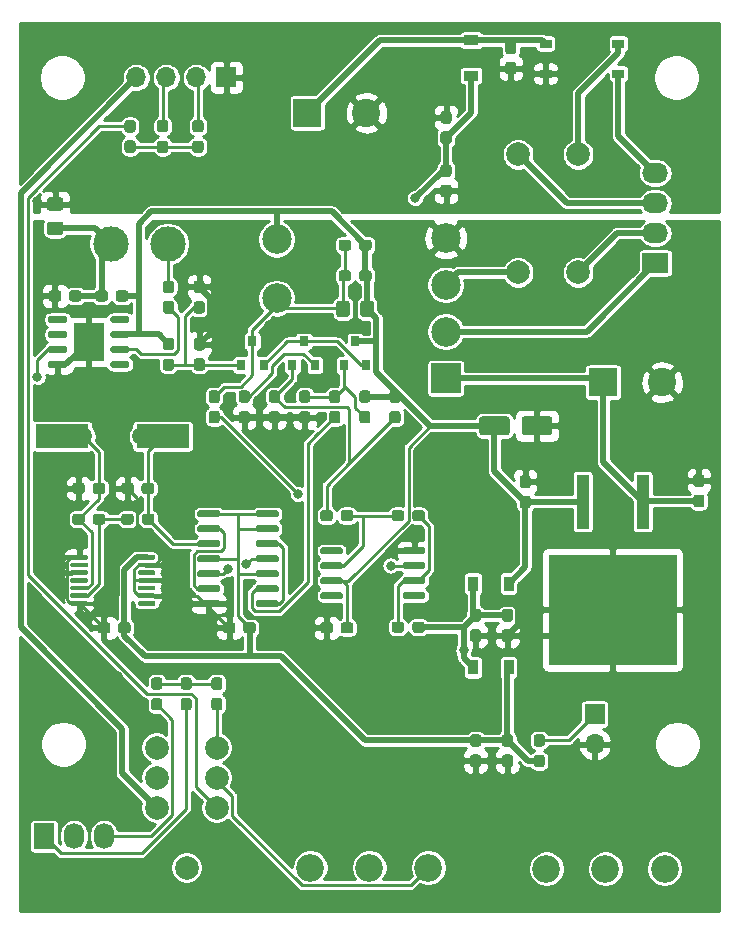
<source format=gtl>
G04 #@! TF.GenerationSoftware,KiCad,Pcbnew,(5.1.10)-1*
G04 #@! TF.CreationDate,2021-10-15T17:24:33+02:00*
G04 #@! TF.ProjectId,Transmitter,5472616e-736d-4697-9474-65722e6b6963,rev?*
G04 #@! TF.SameCoordinates,Original*
G04 #@! TF.FileFunction,Copper,L1,Top*
G04 #@! TF.FilePolarity,Positive*
%FSLAX46Y46*%
G04 Gerber Fmt 4.6, Leading zero omitted, Abs format (unit mm)*
G04 Created by KiCad (PCBNEW (5.1.10)-1) date 2021-10-15 17:24:33*
%MOMM*%
%LPD*%
G01*
G04 APERTURE LIST*
G04 #@! TA.AperFunction,ComponentPad*
%ADD10R,2.514000X3.200000*%
G04 #@! TD*
G04 #@! TA.AperFunction,ComponentPad*
%ADD11C,2.340000*%
G04 #@! TD*
G04 #@! TA.AperFunction,SMDPad,CuDef*
%ADD12R,4.500000X2.000000*%
G04 #@! TD*
G04 #@! TA.AperFunction,ComponentPad*
%ADD13O,1.700000X1.700000*%
G04 #@! TD*
G04 #@! TA.AperFunction,ComponentPad*
%ADD14R,1.700000X1.700000*%
G04 #@! TD*
G04 #@! TA.AperFunction,ComponentPad*
%ADD15O,2.200000X1.700000*%
G04 #@! TD*
G04 #@! TA.AperFunction,ComponentPad*
%ADD16R,2.200000X1.700000*%
G04 #@! TD*
G04 #@! TA.AperFunction,ComponentPad*
%ADD17C,2.500000*%
G04 #@! TD*
G04 #@! TA.AperFunction,ComponentPad*
%ADD18C,3.000000*%
G04 #@! TD*
G04 #@! TA.AperFunction,ComponentPad*
%ADD19C,2.000000*%
G04 #@! TD*
G04 #@! TA.AperFunction,ComponentPad*
%ADD20O,1.700000X2.200000*%
G04 #@! TD*
G04 #@! TA.AperFunction,ComponentPad*
%ADD21R,1.700000X2.200000*%
G04 #@! TD*
G04 #@! TA.AperFunction,ComponentPad*
%ADD22C,1.500000*%
G04 #@! TD*
G04 #@! TA.AperFunction,SMDPad,CuDef*
%ADD23C,0.100000*%
G04 #@! TD*
G04 #@! TA.AperFunction,SMDPad,CuDef*
%ADD24R,0.900000X1.300000*%
G04 #@! TD*
G04 #@! TA.AperFunction,SMDPad,CuDef*
%ADD25R,1.300000X0.900000*%
G04 #@! TD*
G04 #@! TA.AperFunction,SMDPad,CuDef*
%ADD26R,10.800000X9.400000*%
G04 #@! TD*
G04 #@! TA.AperFunction,SMDPad,CuDef*
%ADD27R,1.100000X4.600000*%
G04 #@! TD*
G04 #@! TA.AperFunction,SMDPad,CuDef*
%ADD28R,0.800000X0.900000*%
G04 #@! TD*
G04 #@! TA.AperFunction,SMDPad,CuDef*
%ADD29R,1.000000X0.800000*%
G04 #@! TD*
G04 #@! TA.AperFunction,ComponentPad*
%ADD30R,2.500000X2.500000*%
G04 #@! TD*
G04 #@! TA.AperFunction,ComponentPad*
%ADD31C,2.400000*%
G04 #@! TD*
G04 #@! TA.AperFunction,ComponentPad*
%ADD32R,2.400000X2.400000*%
G04 #@! TD*
G04 #@! TA.AperFunction,ViaPad*
%ADD33C,0.800000*%
G04 #@! TD*
G04 #@! TA.AperFunction,Conductor*
%ADD34C,0.250000*%
G04 #@! TD*
G04 #@! TA.AperFunction,Conductor*
%ADD35C,0.500000*%
G04 #@! TD*
G04 #@! TA.AperFunction,Conductor*
%ADD36C,0.220000*%
G04 #@! TD*
G04 #@! TA.AperFunction,Conductor*
%ADD37C,0.254000*%
G04 #@! TD*
G04 #@! TA.AperFunction,Conductor*
%ADD38C,0.100000*%
G04 #@! TD*
G04 APERTURE END LIST*
G04 #@! TA.AperFunction,SMDPad,CuDef*
G36*
G01*
X153800000Y-96645000D02*
X153800000Y-96345000D01*
G75*
G02*
X153950000Y-96195000I150000J0D01*
G01*
X155275000Y-96195000D01*
G75*
G02*
X155425000Y-96345000I0J-150000D01*
G01*
X155425000Y-96645000D01*
G75*
G02*
X155275000Y-96795000I-150000J0D01*
G01*
X153950000Y-96795000D01*
G75*
G02*
X153800000Y-96645000I0J150000D01*
G01*
G37*
G04 #@! TD.AperFunction*
G04 #@! TA.AperFunction,SMDPad,CuDef*
G36*
G01*
X153800000Y-97915000D02*
X153800000Y-97615000D01*
G75*
G02*
X153950000Y-97465000I150000J0D01*
G01*
X155275000Y-97465000D01*
G75*
G02*
X155425000Y-97615000I0J-150000D01*
G01*
X155425000Y-97915000D01*
G75*
G02*
X155275000Y-98065000I-150000J0D01*
G01*
X153950000Y-98065000D01*
G75*
G02*
X153800000Y-97915000I0J150000D01*
G01*
G37*
G04 #@! TD.AperFunction*
G04 #@! TA.AperFunction,SMDPad,CuDef*
G36*
G01*
X153800000Y-99185000D02*
X153800000Y-98885000D01*
G75*
G02*
X153950000Y-98735000I150000J0D01*
G01*
X155275000Y-98735000D01*
G75*
G02*
X155425000Y-98885000I0J-150000D01*
G01*
X155425000Y-99185000D01*
G75*
G02*
X155275000Y-99335000I-150000J0D01*
G01*
X153950000Y-99335000D01*
G75*
G02*
X153800000Y-99185000I0J150000D01*
G01*
G37*
G04 #@! TD.AperFunction*
G04 #@! TA.AperFunction,SMDPad,CuDef*
G36*
G01*
X153800000Y-100455000D02*
X153800000Y-100155000D01*
G75*
G02*
X153950000Y-100005000I150000J0D01*
G01*
X155275000Y-100005000D01*
G75*
G02*
X155425000Y-100155000I0J-150000D01*
G01*
X155425000Y-100455000D01*
G75*
G02*
X155275000Y-100605000I-150000J0D01*
G01*
X153950000Y-100605000D01*
G75*
G02*
X153800000Y-100455000I0J150000D01*
G01*
G37*
G04 #@! TD.AperFunction*
G04 #@! TA.AperFunction,SMDPad,CuDef*
G36*
G01*
X159075000Y-100455000D02*
X159075000Y-100155000D01*
G75*
G02*
X159225000Y-100005000I150000J0D01*
G01*
X160550000Y-100005000D01*
G75*
G02*
X160700000Y-100155000I0J-150000D01*
G01*
X160700000Y-100455000D01*
G75*
G02*
X160550000Y-100605000I-150000J0D01*
G01*
X159225000Y-100605000D01*
G75*
G02*
X159075000Y-100455000I0J150000D01*
G01*
G37*
G04 #@! TD.AperFunction*
G04 #@! TA.AperFunction,SMDPad,CuDef*
G36*
G01*
X159075000Y-99185000D02*
X159075000Y-98885000D01*
G75*
G02*
X159225000Y-98735000I150000J0D01*
G01*
X160550000Y-98735000D01*
G75*
G02*
X160700000Y-98885000I0J-150000D01*
G01*
X160700000Y-99185000D01*
G75*
G02*
X160550000Y-99335000I-150000J0D01*
G01*
X159225000Y-99335000D01*
G75*
G02*
X159075000Y-99185000I0J150000D01*
G01*
G37*
G04 #@! TD.AperFunction*
G04 #@! TA.AperFunction,SMDPad,CuDef*
G36*
G01*
X159075000Y-97915000D02*
X159075000Y-97615000D01*
G75*
G02*
X159225000Y-97465000I150000J0D01*
G01*
X160550000Y-97465000D01*
G75*
G02*
X160700000Y-97615000I0J-150000D01*
G01*
X160700000Y-97915000D01*
G75*
G02*
X160550000Y-98065000I-150000J0D01*
G01*
X159225000Y-98065000D01*
G75*
G02*
X159075000Y-97915000I0J150000D01*
G01*
G37*
G04 #@! TD.AperFunction*
G04 #@! TA.AperFunction,SMDPad,CuDef*
G36*
G01*
X159075000Y-96645000D02*
X159075000Y-96345000D01*
G75*
G02*
X159225000Y-96195000I150000J0D01*
G01*
X160550000Y-96195000D01*
G75*
G02*
X160700000Y-96345000I0J-150000D01*
G01*
X160700000Y-96645000D01*
G75*
G02*
X160550000Y-96795000I-150000J0D01*
G01*
X159225000Y-96795000D01*
G75*
G02*
X159075000Y-96645000I0J150000D01*
G01*
G37*
G04 #@! TD.AperFunction*
D10*
X157250000Y-98400000D03*
D11*
X196000000Y-143000000D03*
X201000000Y-143000000D03*
X206000000Y-143000000D03*
X176000000Y-142900000D03*
X181000000Y-142900000D03*
X186000000Y-142900000D03*
D12*
X163500000Y-106400000D03*
X155000000Y-106400000D03*
D13*
X161280000Y-76000000D03*
X163820000Y-76000000D03*
X166360000Y-76000000D03*
D14*
X168900000Y-76000000D03*
D15*
X205200000Y-84090000D03*
X205200000Y-86630000D03*
X205200000Y-89170000D03*
D16*
X205200000Y-91710000D03*
D17*
X173150000Y-94700000D03*
X173150000Y-89700000D03*
G04 #@! TA.AperFunction,SMDPad,CuDef*
G36*
G01*
X154850001Y-87300000D02*
X153949999Y-87300000D01*
G75*
G02*
X153700000Y-87050001I0J249999D01*
G01*
X153700000Y-86399999D01*
G75*
G02*
X153949999Y-86150000I249999J0D01*
G01*
X154850001Y-86150000D01*
G75*
G02*
X155100000Y-86399999I0J-249999D01*
G01*
X155100000Y-87050001D01*
G75*
G02*
X154850001Y-87300000I-249999J0D01*
G01*
G37*
G04 #@! TD.AperFunction*
G04 #@! TA.AperFunction,SMDPad,CuDef*
G36*
G01*
X154850001Y-89350000D02*
X153949999Y-89350000D01*
G75*
G02*
X153700000Y-89100001I0J249999D01*
G01*
X153700000Y-88449999D01*
G75*
G02*
X153949999Y-88200000I249999J0D01*
G01*
X154850001Y-88200000D01*
G75*
G02*
X155100000Y-88449999I0J-249999D01*
G01*
X155100000Y-89100001D01*
G75*
G02*
X154850001Y-89350000I-249999J0D01*
G01*
G37*
G04 #@! TD.AperFunction*
G04 #@! TA.AperFunction,SMDPad,CuDef*
G36*
G01*
X184650000Y-122787500D02*
X184650000Y-122312500D01*
G75*
G02*
X184887500Y-122075000I237500J0D01*
G01*
X185462500Y-122075000D01*
G75*
G02*
X185700000Y-122312500I0J-237500D01*
G01*
X185700000Y-122787500D01*
G75*
G02*
X185462500Y-123025000I-237500J0D01*
G01*
X184887500Y-123025000D01*
G75*
G02*
X184650000Y-122787500I0J237500D01*
G01*
G37*
G04 #@! TD.AperFunction*
G04 #@! TA.AperFunction,SMDPad,CuDef*
G36*
G01*
X182900000Y-122787500D02*
X182900000Y-122312500D01*
G75*
G02*
X183137500Y-122075000I237500J0D01*
G01*
X183712500Y-122075000D01*
G75*
G02*
X183950000Y-122312500I0J-237500D01*
G01*
X183950000Y-122787500D01*
G75*
G02*
X183712500Y-123025000I-237500J0D01*
G01*
X183137500Y-123025000D01*
G75*
G02*
X182900000Y-122787500I0J237500D01*
G01*
G37*
G04 #@! TD.AperFunction*
G04 #@! TA.AperFunction,SMDPad,CuDef*
G36*
G01*
X178575000Y-122837500D02*
X178575000Y-122362500D01*
G75*
G02*
X178812500Y-122125000I237500J0D01*
G01*
X179412500Y-122125000D01*
G75*
G02*
X179650000Y-122362500I0J-237500D01*
G01*
X179650000Y-122837500D01*
G75*
G02*
X179412500Y-123075000I-237500J0D01*
G01*
X178812500Y-123075000D01*
G75*
G02*
X178575000Y-122837500I0J237500D01*
G01*
G37*
G04 #@! TD.AperFunction*
G04 #@! TA.AperFunction,SMDPad,CuDef*
G36*
G01*
X176850000Y-122837500D02*
X176850000Y-122362500D01*
G75*
G02*
X177087500Y-122125000I237500J0D01*
G01*
X177687500Y-122125000D01*
G75*
G02*
X177925000Y-122362500I0J-237500D01*
G01*
X177925000Y-122837500D01*
G75*
G02*
X177687500Y-123075000I-237500J0D01*
G01*
X177087500Y-123075000D01*
G75*
G02*
X176850000Y-122837500I0J237500D01*
G01*
G37*
G04 #@! TD.AperFunction*
D13*
X200100000Y-132440000D03*
D14*
X200100000Y-129900000D03*
D18*
X159100000Y-90100000D03*
X163950000Y-90100000D03*
D19*
X165540000Y-142910000D03*
X168080000Y-137830000D03*
X168080000Y-135290000D03*
X163000000Y-137830000D03*
X163000000Y-135290000D03*
X168080000Y-132750000D03*
X163000000Y-132750000D03*
G04 #@! TA.AperFunction,SMDPad,CuDef*
G36*
G01*
X163237500Y-127850000D02*
X162762500Y-127850000D01*
G75*
G02*
X162525000Y-127612500I0J237500D01*
G01*
X162525000Y-127037500D01*
G75*
G02*
X162762500Y-126800000I237500J0D01*
G01*
X163237500Y-126800000D01*
G75*
G02*
X163475000Y-127037500I0J-237500D01*
G01*
X163475000Y-127612500D01*
G75*
G02*
X163237500Y-127850000I-237500J0D01*
G01*
G37*
G04 #@! TD.AperFunction*
G04 #@! TA.AperFunction,SMDPad,CuDef*
G36*
G01*
X163237500Y-129600000D02*
X162762500Y-129600000D01*
G75*
G02*
X162525000Y-129362500I0J237500D01*
G01*
X162525000Y-128787500D01*
G75*
G02*
X162762500Y-128550000I237500J0D01*
G01*
X163237500Y-128550000D01*
G75*
G02*
X163475000Y-128787500I0J-237500D01*
G01*
X163475000Y-129362500D01*
G75*
G02*
X163237500Y-129600000I-237500J0D01*
G01*
G37*
G04 #@! TD.AperFunction*
G04 #@! TA.AperFunction,SMDPad,CuDef*
G36*
G01*
X165262500Y-128550000D02*
X165737500Y-128550000D01*
G75*
G02*
X165975000Y-128787500I0J-237500D01*
G01*
X165975000Y-129362500D01*
G75*
G02*
X165737500Y-129600000I-237500J0D01*
G01*
X165262500Y-129600000D01*
G75*
G02*
X165025000Y-129362500I0J237500D01*
G01*
X165025000Y-128787500D01*
G75*
G02*
X165262500Y-128550000I237500J0D01*
G01*
G37*
G04 #@! TD.AperFunction*
G04 #@! TA.AperFunction,SMDPad,CuDef*
G36*
G01*
X165262500Y-126800000D02*
X165737500Y-126800000D01*
G75*
G02*
X165975000Y-127037500I0J-237500D01*
G01*
X165975000Y-127612500D01*
G75*
G02*
X165737500Y-127850000I-237500J0D01*
G01*
X165262500Y-127850000D01*
G75*
G02*
X165025000Y-127612500I0J237500D01*
G01*
X165025000Y-127037500D01*
G75*
G02*
X165262500Y-126800000I237500J0D01*
G01*
G37*
G04 #@! TD.AperFunction*
D20*
X156000000Y-140250000D03*
D21*
X153460000Y-140250000D03*
D20*
X158540000Y-140250000D03*
G04 #@! TA.AperFunction,SMDPad,CuDef*
G36*
G01*
X168337500Y-127875000D02*
X167862500Y-127875000D01*
G75*
G02*
X167625000Y-127637500I0J237500D01*
G01*
X167625000Y-127037500D01*
G75*
G02*
X167862500Y-126800000I237500J0D01*
G01*
X168337500Y-126800000D01*
G75*
G02*
X168575000Y-127037500I0J-237500D01*
G01*
X168575000Y-127637500D01*
G75*
G02*
X168337500Y-127875000I-237500J0D01*
G01*
G37*
G04 #@! TD.AperFunction*
G04 #@! TA.AperFunction,SMDPad,CuDef*
G36*
G01*
X168337500Y-129600000D02*
X167862500Y-129600000D01*
G75*
G02*
X167625000Y-129362500I0J237500D01*
G01*
X167625000Y-128762500D01*
G75*
G02*
X167862500Y-128525000I237500J0D01*
G01*
X168337500Y-128525000D01*
G75*
G02*
X168575000Y-128762500I0J-237500D01*
G01*
X168575000Y-129362500D01*
G75*
G02*
X168337500Y-129600000I-237500J0D01*
G01*
G37*
G04 #@! TD.AperFunction*
D22*
X161680000Y-106400000D03*
X156800000Y-106400000D03*
G04 #@! TA.AperFunction,SMDPad,CuDef*
D23*
G36*
X192166500Y-114900000D02*
G01*
X192166500Y-118025000D01*
X191750000Y-118025000D01*
X191750000Y-119500000D01*
X190850000Y-119500000D01*
X190850000Y-118025000D01*
X190433500Y-118025000D01*
X190433500Y-114900000D01*
X192166500Y-114900000D01*
G37*
G04 #@! TD.AperFunction*
D24*
X192800000Y-118850000D03*
X189800000Y-118850000D03*
G04 #@! TA.AperFunction,SMDPad,CuDef*
D23*
G36*
X185675000Y-73483500D02*
G01*
X188800000Y-73483500D01*
X188800000Y-73900000D01*
X190275000Y-73900000D01*
X190275000Y-74800000D01*
X188800000Y-74800000D01*
X188800000Y-75216500D01*
X185675000Y-75216500D01*
X185675000Y-73483500D01*
G37*
G04 #@! TD.AperFunction*
D25*
X189625000Y-72850000D03*
X189625000Y-75850000D03*
G04 #@! TA.AperFunction,SMDPad,CuDef*
G36*
G01*
X171400000Y-113090000D02*
X171400000Y-112790000D01*
G75*
G02*
X171550000Y-112640000I150000J0D01*
G01*
X173200000Y-112640000D01*
G75*
G02*
X173350000Y-112790000I0J-150000D01*
G01*
X173350000Y-113090000D01*
G75*
G02*
X173200000Y-113240000I-150000J0D01*
G01*
X171550000Y-113240000D01*
G75*
G02*
X171400000Y-113090000I0J150000D01*
G01*
G37*
G04 #@! TD.AperFunction*
G04 #@! TA.AperFunction,SMDPad,CuDef*
G36*
G01*
X171400000Y-114360000D02*
X171400000Y-114060000D01*
G75*
G02*
X171550000Y-113910000I150000J0D01*
G01*
X173200000Y-113910000D01*
G75*
G02*
X173350000Y-114060000I0J-150000D01*
G01*
X173350000Y-114360000D01*
G75*
G02*
X173200000Y-114510000I-150000J0D01*
G01*
X171550000Y-114510000D01*
G75*
G02*
X171400000Y-114360000I0J150000D01*
G01*
G37*
G04 #@! TD.AperFunction*
G04 #@! TA.AperFunction,SMDPad,CuDef*
G36*
G01*
X171400000Y-115630000D02*
X171400000Y-115330000D01*
G75*
G02*
X171550000Y-115180000I150000J0D01*
G01*
X173200000Y-115180000D01*
G75*
G02*
X173350000Y-115330000I0J-150000D01*
G01*
X173350000Y-115630000D01*
G75*
G02*
X173200000Y-115780000I-150000J0D01*
G01*
X171550000Y-115780000D01*
G75*
G02*
X171400000Y-115630000I0J150000D01*
G01*
G37*
G04 #@! TD.AperFunction*
G04 #@! TA.AperFunction,SMDPad,CuDef*
G36*
G01*
X171400000Y-116900000D02*
X171400000Y-116600000D01*
G75*
G02*
X171550000Y-116450000I150000J0D01*
G01*
X173200000Y-116450000D01*
G75*
G02*
X173350000Y-116600000I0J-150000D01*
G01*
X173350000Y-116900000D01*
G75*
G02*
X173200000Y-117050000I-150000J0D01*
G01*
X171550000Y-117050000D01*
G75*
G02*
X171400000Y-116900000I0J150000D01*
G01*
G37*
G04 #@! TD.AperFunction*
G04 #@! TA.AperFunction,SMDPad,CuDef*
G36*
G01*
X171400000Y-118170000D02*
X171400000Y-117870000D01*
G75*
G02*
X171550000Y-117720000I150000J0D01*
G01*
X173200000Y-117720000D01*
G75*
G02*
X173350000Y-117870000I0J-150000D01*
G01*
X173350000Y-118170000D01*
G75*
G02*
X173200000Y-118320000I-150000J0D01*
G01*
X171550000Y-118320000D01*
G75*
G02*
X171400000Y-118170000I0J150000D01*
G01*
G37*
G04 #@! TD.AperFunction*
G04 #@! TA.AperFunction,SMDPad,CuDef*
G36*
G01*
X171400000Y-119440000D02*
X171400000Y-119140000D01*
G75*
G02*
X171550000Y-118990000I150000J0D01*
G01*
X173200000Y-118990000D01*
G75*
G02*
X173350000Y-119140000I0J-150000D01*
G01*
X173350000Y-119440000D01*
G75*
G02*
X173200000Y-119590000I-150000J0D01*
G01*
X171550000Y-119590000D01*
G75*
G02*
X171400000Y-119440000I0J150000D01*
G01*
G37*
G04 #@! TD.AperFunction*
G04 #@! TA.AperFunction,SMDPad,CuDef*
G36*
G01*
X171400000Y-120710000D02*
X171400000Y-120410000D01*
G75*
G02*
X171550000Y-120260000I150000J0D01*
G01*
X173200000Y-120260000D01*
G75*
G02*
X173350000Y-120410000I0J-150000D01*
G01*
X173350000Y-120710000D01*
G75*
G02*
X173200000Y-120860000I-150000J0D01*
G01*
X171550000Y-120860000D01*
G75*
G02*
X171400000Y-120710000I0J150000D01*
G01*
G37*
G04 #@! TD.AperFunction*
G04 #@! TA.AperFunction,SMDPad,CuDef*
G36*
G01*
X166450000Y-120710000D02*
X166450000Y-120410000D01*
G75*
G02*
X166600000Y-120260000I150000J0D01*
G01*
X168250000Y-120260000D01*
G75*
G02*
X168400000Y-120410000I0J-150000D01*
G01*
X168400000Y-120710000D01*
G75*
G02*
X168250000Y-120860000I-150000J0D01*
G01*
X166600000Y-120860000D01*
G75*
G02*
X166450000Y-120710000I0J150000D01*
G01*
G37*
G04 #@! TD.AperFunction*
G04 #@! TA.AperFunction,SMDPad,CuDef*
G36*
G01*
X166450000Y-119440000D02*
X166450000Y-119140000D01*
G75*
G02*
X166600000Y-118990000I150000J0D01*
G01*
X168250000Y-118990000D01*
G75*
G02*
X168400000Y-119140000I0J-150000D01*
G01*
X168400000Y-119440000D01*
G75*
G02*
X168250000Y-119590000I-150000J0D01*
G01*
X166600000Y-119590000D01*
G75*
G02*
X166450000Y-119440000I0J150000D01*
G01*
G37*
G04 #@! TD.AperFunction*
G04 #@! TA.AperFunction,SMDPad,CuDef*
G36*
G01*
X166450000Y-118170000D02*
X166450000Y-117870000D01*
G75*
G02*
X166600000Y-117720000I150000J0D01*
G01*
X168250000Y-117720000D01*
G75*
G02*
X168400000Y-117870000I0J-150000D01*
G01*
X168400000Y-118170000D01*
G75*
G02*
X168250000Y-118320000I-150000J0D01*
G01*
X166600000Y-118320000D01*
G75*
G02*
X166450000Y-118170000I0J150000D01*
G01*
G37*
G04 #@! TD.AperFunction*
G04 #@! TA.AperFunction,SMDPad,CuDef*
G36*
G01*
X166450000Y-116900000D02*
X166450000Y-116600000D01*
G75*
G02*
X166600000Y-116450000I150000J0D01*
G01*
X168250000Y-116450000D01*
G75*
G02*
X168400000Y-116600000I0J-150000D01*
G01*
X168400000Y-116900000D01*
G75*
G02*
X168250000Y-117050000I-150000J0D01*
G01*
X166600000Y-117050000D01*
G75*
G02*
X166450000Y-116900000I0J150000D01*
G01*
G37*
G04 #@! TD.AperFunction*
G04 #@! TA.AperFunction,SMDPad,CuDef*
G36*
G01*
X166450000Y-115630000D02*
X166450000Y-115330000D01*
G75*
G02*
X166600000Y-115180000I150000J0D01*
G01*
X168250000Y-115180000D01*
G75*
G02*
X168400000Y-115330000I0J-150000D01*
G01*
X168400000Y-115630000D01*
G75*
G02*
X168250000Y-115780000I-150000J0D01*
G01*
X166600000Y-115780000D01*
G75*
G02*
X166450000Y-115630000I0J150000D01*
G01*
G37*
G04 #@! TD.AperFunction*
G04 #@! TA.AperFunction,SMDPad,CuDef*
G36*
G01*
X166450000Y-114360000D02*
X166450000Y-114060000D01*
G75*
G02*
X166600000Y-113910000I150000J0D01*
G01*
X168250000Y-113910000D01*
G75*
G02*
X168400000Y-114060000I0J-150000D01*
G01*
X168400000Y-114360000D01*
G75*
G02*
X168250000Y-114510000I-150000J0D01*
G01*
X166600000Y-114510000D01*
G75*
G02*
X166450000Y-114360000I0J150000D01*
G01*
G37*
G04 #@! TD.AperFunction*
G04 #@! TA.AperFunction,SMDPad,CuDef*
G36*
G01*
X166450000Y-113090000D02*
X166450000Y-112790000D01*
G75*
G02*
X166600000Y-112640000I150000J0D01*
G01*
X168250000Y-112640000D01*
G75*
G02*
X168400000Y-112790000I0J-150000D01*
G01*
X168400000Y-113090000D01*
G75*
G02*
X168250000Y-113240000I-150000J0D01*
G01*
X166600000Y-113240000D01*
G75*
G02*
X166450000Y-113090000I0J150000D01*
G01*
G37*
G04 #@! TD.AperFunction*
G04 #@! TA.AperFunction,SMDPad,CuDef*
G36*
G01*
X178750000Y-119735000D02*
X178750000Y-120035000D01*
G75*
G02*
X178600000Y-120185000I-150000J0D01*
G01*
X177000000Y-120185000D01*
G75*
G02*
X176850000Y-120035000I0J150000D01*
G01*
X176850000Y-119735000D01*
G75*
G02*
X177000000Y-119585000I150000J0D01*
G01*
X178600000Y-119585000D01*
G75*
G02*
X178750000Y-119735000I0J-150000D01*
G01*
G37*
G04 #@! TD.AperFunction*
G04 #@! TA.AperFunction,SMDPad,CuDef*
G36*
G01*
X178750000Y-118465000D02*
X178750000Y-118765000D01*
G75*
G02*
X178600000Y-118915000I-150000J0D01*
G01*
X177000000Y-118915000D01*
G75*
G02*
X176850000Y-118765000I0J150000D01*
G01*
X176850000Y-118465000D01*
G75*
G02*
X177000000Y-118315000I150000J0D01*
G01*
X178600000Y-118315000D01*
G75*
G02*
X178750000Y-118465000I0J-150000D01*
G01*
G37*
G04 #@! TD.AperFunction*
G04 #@! TA.AperFunction,SMDPad,CuDef*
G36*
G01*
X178750000Y-117195000D02*
X178750000Y-117495000D01*
G75*
G02*
X178600000Y-117645000I-150000J0D01*
G01*
X177000000Y-117645000D01*
G75*
G02*
X176850000Y-117495000I0J150000D01*
G01*
X176850000Y-117195000D01*
G75*
G02*
X177000000Y-117045000I150000J0D01*
G01*
X178600000Y-117045000D01*
G75*
G02*
X178750000Y-117195000I0J-150000D01*
G01*
G37*
G04 #@! TD.AperFunction*
G04 #@! TA.AperFunction,SMDPad,CuDef*
G36*
G01*
X178750000Y-115925000D02*
X178750000Y-116225000D01*
G75*
G02*
X178600000Y-116375000I-150000J0D01*
G01*
X177000000Y-116375000D01*
G75*
G02*
X176850000Y-116225000I0J150000D01*
G01*
X176850000Y-115925000D01*
G75*
G02*
X177000000Y-115775000I150000J0D01*
G01*
X178600000Y-115775000D01*
G75*
G02*
X178750000Y-115925000I0J-150000D01*
G01*
G37*
G04 #@! TD.AperFunction*
G04 #@! TA.AperFunction,SMDPad,CuDef*
G36*
G01*
X185750000Y-115925000D02*
X185750000Y-116225000D01*
G75*
G02*
X185600000Y-116375000I-150000J0D01*
G01*
X184000000Y-116375000D01*
G75*
G02*
X183850000Y-116225000I0J150000D01*
G01*
X183850000Y-115925000D01*
G75*
G02*
X184000000Y-115775000I150000J0D01*
G01*
X185600000Y-115775000D01*
G75*
G02*
X185750000Y-115925000I0J-150000D01*
G01*
G37*
G04 #@! TD.AperFunction*
G04 #@! TA.AperFunction,SMDPad,CuDef*
G36*
G01*
X185750000Y-117195000D02*
X185750000Y-117495000D01*
G75*
G02*
X185600000Y-117645000I-150000J0D01*
G01*
X184000000Y-117645000D01*
G75*
G02*
X183850000Y-117495000I0J150000D01*
G01*
X183850000Y-117195000D01*
G75*
G02*
X184000000Y-117045000I150000J0D01*
G01*
X185600000Y-117045000D01*
G75*
G02*
X185750000Y-117195000I0J-150000D01*
G01*
G37*
G04 #@! TD.AperFunction*
G04 #@! TA.AperFunction,SMDPad,CuDef*
G36*
G01*
X185750000Y-118465000D02*
X185750000Y-118765000D01*
G75*
G02*
X185600000Y-118915000I-150000J0D01*
G01*
X184000000Y-118915000D01*
G75*
G02*
X183850000Y-118765000I0J150000D01*
G01*
X183850000Y-118465000D01*
G75*
G02*
X184000000Y-118315000I150000J0D01*
G01*
X185600000Y-118315000D01*
G75*
G02*
X185750000Y-118465000I0J-150000D01*
G01*
G37*
G04 #@! TD.AperFunction*
G04 #@! TA.AperFunction,SMDPad,CuDef*
G36*
G01*
X185750000Y-119735000D02*
X185750000Y-120035000D01*
G75*
G02*
X185600000Y-120185000I-150000J0D01*
G01*
X184000000Y-120185000D01*
G75*
G02*
X183850000Y-120035000I0J150000D01*
G01*
X183850000Y-119735000D01*
G75*
G02*
X184000000Y-119585000I150000J0D01*
G01*
X185600000Y-119585000D01*
G75*
G02*
X185750000Y-119735000I0J-150000D01*
G01*
G37*
G04 #@! TD.AperFunction*
D26*
X201600000Y-121075000D03*
D27*
X199060000Y-111925000D03*
X204140000Y-111925000D03*
G04 #@! TA.AperFunction,SMDPad,CuDef*
G36*
G01*
X161425000Y-116730000D02*
X161425000Y-116530000D01*
G75*
G02*
X161525000Y-116430000I100000J0D01*
G01*
X162800000Y-116430000D01*
G75*
G02*
X162900000Y-116530000I0J-100000D01*
G01*
X162900000Y-116730000D01*
G75*
G02*
X162800000Y-116830000I-100000J0D01*
G01*
X161525000Y-116830000D01*
G75*
G02*
X161425000Y-116730000I0J100000D01*
G01*
G37*
G04 #@! TD.AperFunction*
G04 #@! TA.AperFunction,SMDPad,CuDef*
G36*
G01*
X161425000Y-117380000D02*
X161425000Y-117180000D01*
G75*
G02*
X161525000Y-117080000I100000J0D01*
G01*
X162800000Y-117080000D01*
G75*
G02*
X162900000Y-117180000I0J-100000D01*
G01*
X162900000Y-117380000D01*
G75*
G02*
X162800000Y-117480000I-100000J0D01*
G01*
X161525000Y-117480000D01*
G75*
G02*
X161425000Y-117380000I0J100000D01*
G01*
G37*
G04 #@! TD.AperFunction*
G04 #@! TA.AperFunction,SMDPad,CuDef*
G36*
G01*
X161425000Y-118030000D02*
X161425000Y-117830000D01*
G75*
G02*
X161525000Y-117730000I100000J0D01*
G01*
X162800000Y-117730000D01*
G75*
G02*
X162900000Y-117830000I0J-100000D01*
G01*
X162900000Y-118030000D01*
G75*
G02*
X162800000Y-118130000I-100000J0D01*
G01*
X161525000Y-118130000D01*
G75*
G02*
X161425000Y-118030000I0J100000D01*
G01*
G37*
G04 #@! TD.AperFunction*
G04 #@! TA.AperFunction,SMDPad,CuDef*
G36*
G01*
X161425000Y-118680000D02*
X161425000Y-118480000D01*
G75*
G02*
X161525000Y-118380000I100000J0D01*
G01*
X162800000Y-118380000D01*
G75*
G02*
X162900000Y-118480000I0J-100000D01*
G01*
X162900000Y-118680000D01*
G75*
G02*
X162800000Y-118780000I-100000J0D01*
G01*
X161525000Y-118780000D01*
G75*
G02*
X161425000Y-118680000I0J100000D01*
G01*
G37*
G04 #@! TD.AperFunction*
G04 #@! TA.AperFunction,SMDPad,CuDef*
G36*
G01*
X161425000Y-119330000D02*
X161425000Y-119130000D01*
G75*
G02*
X161525000Y-119030000I100000J0D01*
G01*
X162800000Y-119030000D01*
G75*
G02*
X162900000Y-119130000I0J-100000D01*
G01*
X162900000Y-119330000D01*
G75*
G02*
X162800000Y-119430000I-100000J0D01*
G01*
X161525000Y-119430000D01*
G75*
G02*
X161425000Y-119330000I0J100000D01*
G01*
G37*
G04 #@! TD.AperFunction*
G04 #@! TA.AperFunction,SMDPad,CuDef*
G36*
G01*
X161425000Y-119980000D02*
X161425000Y-119780000D01*
G75*
G02*
X161525000Y-119680000I100000J0D01*
G01*
X162800000Y-119680000D01*
G75*
G02*
X162900000Y-119780000I0J-100000D01*
G01*
X162900000Y-119980000D01*
G75*
G02*
X162800000Y-120080000I-100000J0D01*
G01*
X161525000Y-120080000D01*
G75*
G02*
X161425000Y-119980000I0J100000D01*
G01*
G37*
G04 #@! TD.AperFunction*
G04 #@! TA.AperFunction,SMDPad,CuDef*
G36*
G01*
X161425000Y-120630000D02*
X161425000Y-120430000D01*
G75*
G02*
X161525000Y-120330000I100000J0D01*
G01*
X162800000Y-120330000D01*
G75*
G02*
X162900000Y-120430000I0J-100000D01*
G01*
X162900000Y-120630000D01*
G75*
G02*
X162800000Y-120730000I-100000J0D01*
G01*
X161525000Y-120730000D01*
G75*
G02*
X161425000Y-120630000I0J100000D01*
G01*
G37*
G04 #@! TD.AperFunction*
G04 #@! TA.AperFunction,SMDPad,CuDef*
G36*
G01*
X155700000Y-120630000D02*
X155700000Y-120430000D01*
G75*
G02*
X155800000Y-120330000I100000J0D01*
G01*
X157075000Y-120330000D01*
G75*
G02*
X157175000Y-120430000I0J-100000D01*
G01*
X157175000Y-120630000D01*
G75*
G02*
X157075000Y-120730000I-100000J0D01*
G01*
X155800000Y-120730000D01*
G75*
G02*
X155700000Y-120630000I0J100000D01*
G01*
G37*
G04 #@! TD.AperFunction*
G04 #@! TA.AperFunction,SMDPad,CuDef*
G36*
G01*
X155700000Y-119980000D02*
X155700000Y-119780000D01*
G75*
G02*
X155800000Y-119680000I100000J0D01*
G01*
X157075000Y-119680000D01*
G75*
G02*
X157175000Y-119780000I0J-100000D01*
G01*
X157175000Y-119980000D01*
G75*
G02*
X157075000Y-120080000I-100000J0D01*
G01*
X155800000Y-120080000D01*
G75*
G02*
X155700000Y-119980000I0J100000D01*
G01*
G37*
G04 #@! TD.AperFunction*
G04 #@! TA.AperFunction,SMDPad,CuDef*
G36*
G01*
X155700000Y-119330000D02*
X155700000Y-119130000D01*
G75*
G02*
X155800000Y-119030000I100000J0D01*
G01*
X157075000Y-119030000D01*
G75*
G02*
X157175000Y-119130000I0J-100000D01*
G01*
X157175000Y-119330000D01*
G75*
G02*
X157075000Y-119430000I-100000J0D01*
G01*
X155800000Y-119430000D01*
G75*
G02*
X155700000Y-119330000I0J100000D01*
G01*
G37*
G04 #@! TD.AperFunction*
G04 #@! TA.AperFunction,SMDPad,CuDef*
G36*
G01*
X155700000Y-118680000D02*
X155700000Y-118480000D01*
G75*
G02*
X155800000Y-118380000I100000J0D01*
G01*
X157075000Y-118380000D01*
G75*
G02*
X157175000Y-118480000I0J-100000D01*
G01*
X157175000Y-118680000D01*
G75*
G02*
X157075000Y-118780000I-100000J0D01*
G01*
X155800000Y-118780000D01*
G75*
G02*
X155700000Y-118680000I0J100000D01*
G01*
G37*
G04 #@! TD.AperFunction*
G04 #@! TA.AperFunction,SMDPad,CuDef*
G36*
G01*
X155700000Y-118030000D02*
X155700000Y-117830000D01*
G75*
G02*
X155800000Y-117730000I100000J0D01*
G01*
X157075000Y-117730000D01*
G75*
G02*
X157175000Y-117830000I0J-100000D01*
G01*
X157175000Y-118030000D01*
G75*
G02*
X157075000Y-118130000I-100000J0D01*
G01*
X155800000Y-118130000D01*
G75*
G02*
X155700000Y-118030000I0J100000D01*
G01*
G37*
G04 #@! TD.AperFunction*
G04 #@! TA.AperFunction,SMDPad,CuDef*
G36*
G01*
X155700000Y-117380000D02*
X155700000Y-117180000D01*
G75*
G02*
X155800000Y-117080000I100000J0D01*
G01*
X157075000Y-117080000D01*
G75*
G02*
X157175000Y-117180000I0J-100000D01*
G01*
X157175000Y-117380000D01*
G75*
G02*
X157075000Y-117480000I-100000J0D01*
G01*
X155800000Y-117480000D01*
G75*
G02*
X155700000Y-117380000I0J100000D01*
G01*
G37*
G04 #@! TD.AperFunction*
G04 #@! TA.AperFunction,SMDPad,CuDef*
G36*
G01*
X155700000Y-116730000D02*
X155700000Y-116530000D01*
G75*
G02*
X155800000Y-116430000I100000J0D01*
G01*
X157075000Y-116430000D01*
G75*
G02*
X157175000Y-116530000I0J-100000D01*
G01*
X157175000Y-116730000D01*
G75*
G02*
X157075000Y-116830000I-100000J0D01*
G01*
X155800000Y-116830000D01*
G75*
G02*
X155700000Y-116730000I0J100000D01*
G01*
G37*
G04 #@! TD.AperFunction*
G04 #@! TA.AperFunction,SMDPad,CuDef*
D23*
G36*
X190433500Y-129900000D02*
G01*
X190433500Y-126775000D01*
X190850000Y-126775000D01*
X190850000Y-125300000D01*
X191750000Y-125300000D01*
X191750000Y-126775000D01*
X192166500Y-126775000D01*
X192166500Y-129900000D01*
X190433500Y-129900000D01*
G37*
G04 #@! TD.AperFunction*
D24*
X189800000Y-125950000D03*
X192800000Y-125950000D03*
G04 #@! TA.AperFunction,SMDPad,CuDef*
G36*
G01*
X166837500Y-94250000D02*
X166362500Y-94250000D01*
G75*
G02*
X166125000Y-94012500I0J237500D01*
G01*
X166125000Y-93437500D01*
G75*
G02*
X166362500Y-93200000I237500J0D01*
G01*
X166837500Y-93200000D01*
G75*
G02*
X167075000Y-93437500I0J-237500D01*
G01*
X167075000Y-94012500D01*
G75*
G02*
X166837500Y-94250000I-237500J0D01*
G01*
G37*
G04 #@! TD.AperFunction*
G04 #@! TA.AperFunction,SMDPad,CuDef*
G36*
G01*
X166837500Y-96000000D02*
X166362500Y-96000000D01*
G75*
G02*
X166125000Y-95762500I0J237500D01*
G01*
X166125000Y-95187500D01*
G75*
G02*
X166362500Y-94950000I237500J0D01*
G01*
X166837500Y-94950000D01*
G75*
G02*
X167075000Y-95187500I0J-237500D01*
G01*
X167075000Y-95762500D01*
G75*
G02*
X166837500Y-96000000I-237500J0D01*
G01*
G37*
G04 #@! TD.AperFunction*
G04 #@! TA.AperFunction,SMDPad,CuDef*
G36*
G01*
X163762500Y-99800000D02*
X164237500Y-99800000D01*
G75*
G02*
X164475000Y-100037500I0J-237500D01*
G01*
X164475000Y-100612500D01*
G75*
G02*
X164237500Y-100850000I-237500J0D01*
G01*
X163762500Y-100850000D01*
G75*
G02*
X163525000Y-100612500I0J237500D01*
G01*
X163525000Y-100037500D01*
G75*
G02*
X163762500Y-99800000I237500J0D01*
G01*
G37*
G04 #@! TD.AperFunction*
G04 #@! TA.AperFunction,SMDPad,CuDef*
G36*
G01*
X163762500Y-98050000D02*
X164237500Y-98050000D01*
G75*
G02*
X164475000Y-98287500I0J-237500D01*
G01*
X164475000Y-98862500D01*
G75*
G02*
X164237500Y-99100000I-237500J0D01*
G01*
X163762500Y-99100000D01*
G75*
G02*
X163525000Y-98862500I0J237500D01*
G01*
X163525000Y-98287500D01*
G75*
G02*
X163762500Y-98050000I237500J0D01*
G01*
G37*
G04 #@! TD.AperFunction*
G04 #@! TA.AperFunction,SMDPad,CuDef*
G36*
G01*
X170187500Y-104250000D02*
X170662500Y-104250000D01*
G75*
G02*
X170900000Y-104487500I0J-237500D01*
G01*
X170900000Y-105062500D01*
G75*
G02*
X170662500Y-105300000I-237500J0D01*
G01*
X170187500Y-105300000D01*
G75*
G02*
X169950000Y-105062500I0J237500D01*
G01*
X169950000Y-104487500D01*
G75*
G02*
X170187500Y-104250000I237500J0D01*
G01*
G37*
G04 #@! TD.AperFunction*
G04 #@! TA.AperFunction,SMDPad,CuDef*
G36*
G01*
X170187500Y-102500000D02*
X170662500Y-102500000D01*
G75*
G02*
X170900000Y-102737500I0J-237500D01*
G01*
X170900000Y-103312500D01*
G75*
G02*
X170662500Y-103550000I-237500J0D01*
G01*
X170187500Y-103550000D01*
G75*
G02*
X169950000Y-103312500I0J237500D01*
G01*
X169950000Y-102737500D01*
G75*
G02*
X170187500Y-102500000I237500J0D01*
G01*
G37*
G04 #@! TD.AperFunction*
G04 #@! TA.AperFunction,SMDPad,CuDef*
G36*
G01*
X179450000Y-92562500D02*
X179450000Y-93037500D01*
G75*
G02*
X179212500Y-93275000I-237500J0D01*
G01*
X178637500Y-93275000D01*
G75*
G02*
X178400000Y-93037500I0J237500D01*
G01*
X178400000Y-92562500D01*
G75*
G02*
X178637500Y-92325000I237500J0D01*
G01*
X179212500Y-92325000D01*
G75*
G02*
X179450000Y-92562500I0J-237500D01*
G01*
G37*
G04 #@! TD.AperFunction*
G04 #@! TA.AperFunction,SMDPad,CuDef*
G36*
G01*
X181200000Y-92562500D02*
X181200000Y-93037500D01*
G75*
G02*
X180962500Y-93275000I-237500J0D01*
G01*
X180387500Y-93275000D01*
G75*
G02*
X180150000Y-93037500I0J237500D01*
G01*
X180150000Y-92562500D01*
G75*
G02*
X180387500Y-92325000I237500J0D01*
G01*
X180962500Y-92325000D01*
G75*
G02*
X181200000Y-92562500I0J-237500D01*
G01*
G37*
G04 #@! TD.AperFunction*
G04 #@! TA.AperFunction,SMDPad,CuDef*
G36*
G01*
X172737500Y-104250000D02*
X173212500Y-104250000D01*
G75*
G02*
X173450000Y-104487500I0J-237500D01*
G01*
X173450000Y-105062500D01*
G75*
G02*
X173212500Y-105300000I-237500J0D01*
G01*
X172737500Y-105300000D01*
G75*
G02*
X172500000Y-105062500I0J237500D01*
G01*
X172500000Y-104487500D01*
G75*
G02*
X172737500Y-104250000I237500J0D01*
G01*
G37*
G04 #@! TD.AperFunction*
G04 #@! TA.AperFunction,SMDPad,CuDef*
G36*
G01*
X172737500Y-102500000D02*
X173212500Y-102500000D01*
G75*
G02*
X173450000Y-102737500I0J-237500D01*
G01*
X173450000Y-103312500D01*
G75*
G02*
X173212500Y-103550000I-237500J0D01*
G01*
X172737500Y-103550000D01*
G75*
G02*
X172500000Y-103312500I0J237500D01*
G01*
X172500000Y-102737500D01*
G75*
G02*
X172737500Y-102500000I237500J0D01*
G01*
G37*
G04 #@! TD.AperFunction*
G04 #@! TA.AperFunction,SMDPad,CuDef*
G36*
G01*
X182937500Y-104250000D02*
X183412500Y-104250000D01*
G75*
G02*
X183650000Y-104487500I0J-237500D01*
G01*
X183650000Y-105062500D01*
G75*
G02*
X183412500Y-105300000I-237500J0D01*
G01*
X182937500Y-105300000D01*
G75*
G02*
X182700000Y-105062500I0J237500D01*
G01*
X182700000Y-104487500D01*
G75*
G02*
X182937500Y-104250000I237500J0D01*
G01*
G37*
G04 #@! TD.AperFunction*
G04 #@! TA.AperFunction,SMDPad,CuDef*
G36*
G01*
X182937500Y-102500000D02*
X183412500Y-102500000D01*
G75*
G02*
X183650000Y-102737500I0J-237500D01*
G01*
X183650000Y-103312500D01*
G75*
G02*
X183412500Y-103550000I-237500J0D01*
G01*
X182937500Y-103550000D01*
G75*
G02*
X182700000Y-103312500I0J237500D01*
G01*
X182700000Y-102737500D01*
G75*
G02*
X182937500Y-102500000I237500J0D01*
G01*
G37*
G04 #@! TD.AperFunction*
G04 #@! TA.AperFunction,SMDPad,CuDef*
G36*
G01*
X195162500Y-133350000D02*
X195637500Y-133350000D01*
G75*
G02*
X195875000Y-133587500I0J-237500D01*
G01*
X195875000Y-134162500D01*
G75*
G02*
X195637500Y-134400000I-237500J0D01*
G01*
X195162500Y-134400000D01*
G75*
G02*
X194925000Y-134162500I0J237500D01*
G01*
X194925000Y-133587500D01*
G75*
G02*
X195162500Y-133350000I237500J0D01*
G01*
G37*
G04 #@! TD.AperFunction*
G04 #@! TA.AperFunction,SMDPad,CuDef*
G36*
G01*
X195162500Y-131600000D02*
X195637500Y-131600000D01*
G75*
G02*
X195875000Y-131837500I0J-237500D01*
G01*
X195875000Y-132412500D01*
G75*
G02*
X195637500Y-132650000I-237500J0D01*
G01*
X195162500Y-132650000D01*
G75*
G02*
X194925000Y-132412500I0J237500D01*
G01*
X194925000Y-131837500D01*
G75*
G02*
X195162500Y-131600000I237500J0D01*
G01*
G37*
G04 #@! TD.AperFunction*
G04 #@! TA.AperFunction,SMDPad,CuDef*
G36*
G01*
X175287500Y-104250000D02*
X175762500Y-104250000D01*
G75*
G02*
X176000000Y-104487500I0J-237500D01*
G01*
X176000000Y-105062500D01*
G75*
G02*
X175762500Y-105300000I-237500J0D01*
G01*
X175287500Y-105300000D01*
G75*
G02*
X175050000Y-105062500I0J237500D01*
G01*
X175050000Y-104487500D01*
G75*
G02*
X175287500Y-104250000I237500J0D01*
G01*
G37*
G04 #@! TD.AperFunction*
G04 #@! TA.AperFunction,SMDPad,CuDef*
G36*
G01*
X175287500Y-102500000D02*
X175762500Y-102500000D01*
G75*
G02*
X176000000Y-102737500I0J-237500D01*
G01*
X176000000Y-103312500D01*
G75*
G02*
X175762500Y-103550000I-237500J0D01*
G01*
X175287500Y-103550000D01*
G75*
G02*
X175050000Y-103312500I0J237500D01*
G01*
X175050000Y-102737500D01*
G75*
G02*
X175287500Y-102500000I237500J0D01*
G01*
G37*
G04 #@! TD.AperFunction*
G04 #@! TA.AperFunction,SMDPad,CuDef*
G36*
G01*
X180387500Y-104250000D02*
X180862500Y-104250000D01*
G75*
G02*
X181100000Y-104487500I0J-237500D01*
G01*
X181100000Y-105062500D01*
G75*
G02*
X180862500Y-105300000I-237500J0D01*
G01*
X180387500Y-105300000D01*
G75*
G02*
X180150000Y-105062500I0J237500D01*
G01*
X180150000Y-104487500D01*
G75*
G02*
X180387500Y-104250000I237500J0D01*
G01*
G37*
G04 #@! TD.AperFunction*
G04 #@! TA.AperFunction,SMDPad,CuDef*
G36*
G01*
X180387500Y-102500000D02*
X180862500Y-102500000D01*
G75*
G02*
X181100000Y-102737500I0J-237500D01*
G01*
X181100000Y-103312500D01*
G75*
G02*
X180862500Y-103550000I-237500J0D01*
G01*
X180387500Y-103550000D01*
G75*
G02*
X180150000Y-103312500I0J237500D01*
G01*
X180150000Y-102737500D01*
G75*
G02*
X180387500Y-102500000I237500J0D01*
G01*
G37*
G04 #@! TD.AperFunction*
G04 #@! TA.AperFunction,SMDPad,CuDef*
G36*
G01*
X184650000Y-113337500D02*
X184650000Y-112862500D01*
G75*
G02*
X184887500Y-112625000I237500J0D01*
G01*
X185462500Y-112625000D01*
G75*
G02*
X185700000Y-112862500I0J-237500D01*
G01*
X185700000Y-113337500D01*
G75*
G02*
X185462500Y-113575000I-237500J0D01*
G01*
X184887500Y-113575000D01*
G75*
G02*
X184650000Y-113337500I0J237500D01*
G01*
G37*
G04 #@! TD.AperFunction*
G04 #@! TA.AperFunction,SMDPad,CuDef*
G36*
G01*
X182900000Y-113337500D02*
X182900000Y-112862500D01*
G75*
G02*
X183137500Y-112625000I237500J0D01*
G01*
X183712500Y-112625000D01*
G75*
G02*
X183950000Y-112862500I0J-237500D01*
G01*
X183950000Y-113337500D01*
G75*
G02*
X183712500Y-113575000I-237500J0D01*
G01*
X183137500Y-113575000D01*
G75*
G02*
X182900000Y-113337500I0J237500D01*
G01*
G37*
G04 #@! TD.AperFunction*
G04 #@! TA.AperFunction,SMDPad,CuDef*
G36*
G01*
X161750000Y-113637500D02*
X161750000Y-113162500D01*
G75*
G02*
X161987500Y-112925000I237500J0D01*
G01*
X162562500Y-112925000D01*
G75*
G02*
X162800000Y-113162500I0J-237500D01*
G01*
X162800000Y-113637500D01*
G75*
G02*
X162562500Y-113875000I-237500J0D01*
G01*
X161987500Y-113875000D01*
G75*
G02*
X161750000Y-113637500I0J237500D01*
G01*
G37*
G04 #@! TD.AperFunction*
G04 #@! TA.AperFunction,SMDPad,CuDef*
G36*
G01*
X160000000Y-113637500D02*
X160000000Y-113162500D01*
G75*
G02*
X160237500Y-112925000I237500J0D01*
G01*
X160812500Y-112925000D01*
G75*
G02*
X161050000Y-113162500I0J-237500D01*
G01*
X161050000Y-113637500D01*
G75*
G02*
X160812500Y-113875000I-237500J0D01*
G01*
X160237500Y-113875000D01*
G75*
G02*
X160000000Y-113637500I0J237500D01*
G01*
G37*
G04 #@! TD.AperFunction*
G04 #@! TA.AperFunction,SMDPad,CuDef*
G36*
G01*
X157600000Y-113637500D02*
X157600000Y-113162500D01*
G75*
G02*
X157837500Y-112925000I237500J0D01*
G01*
X158412500Y-112925000D01*
G75*
G02*
X158650000Y-113162500I0J-237500D01*
G01*
X158650000Y-113637500D01*
G75*
G02*
X158412500Y-113875000I-237500J0D01*
G01*
X157837500Y-113875000D01*
G75*
G02*
X157600000Y-113637500I0J237500D01*
G01*
G37*
G04 #@! TD.AperFunction*
G04 #@! TA.AperFunction,SMDPad,CuDef*
G36*
G01*
X155850000Y-113637500D02*
X155850000Y-113162500D01*
G75*
G02*
X156087500Y-112925000I237500J0D01*
G01*
X156662500Y-112925000D01*
G75*
G02*
X156900000Y-113162500I0J-237500D01*
G01*
X156900000Y-113637500D01*
G75*
G02*
X156662500Y-113875000I-237500J0D01*
G01*
X156087500Y-113875000D01*
G75*
G02*
X155850000Y-113637500I0J237500D01*
G01*
G37*
G04 #@! TD.AperFunction*
G04 #@! TA.AperFunction,SMDPad,CuDef*
G36*
G01*
X166262500Y-81350000D02*
X166737500Y-81350000D01*
G75*
G02*
X166975000Y-81587500I0J-237500D01*
G01*
X166975000Y-82162500D01*
G75*
G02*
X166737500Y-82400000I-237500J0D01*
G01*
X166262500Y-82400000D01*
G75*
G02*
X166025000Y-82162500I0J237500D01*
G01*
X166025000Y-81587500D01*
G75*
G02*
X166262500Y-81350000I237500J0D01*
G01*
G37*
G04 #@! TD.AperFunction*
G04 #@! TA.AperFunction,SMDPad,CuDef*
G36*
G01*
X166262500Y-79600000D02*
X166737500Y-79600000D01*
G75*
G02*
X166975000Y-79837500I0J-237500D01*
G01*
X166975000Y-80412500D01*
G75*
G02*
X166737500Y-80650000I-237500J0D01*
G01*
X166262500Y-80650000D01*
G75*
G02*
X166025000Y-80412500I0J237500D01*
G01*
X166025000Y-79837500D01*
G75*
G02*
X166262500Y-79600000I237500J0D01*
G01*
G37*
G04 #@! TD.AperFunction*
G04 #@! TA.AperFunction,SMDPad,CuDef*
G36*
G01*
X163737500Y-80650000D02*
X163262500Y-80650000D01*
G75*
G02*
X163025000Y-80412500I0J237500D01*
G01*
X163025000Y-79837500D01*
G75*
G02*
X163262500Y-79600000I237500J0D01*
G01*
X163737500Y-79600000D01*
G75*
G02*
X163975000Y-79837500I0J-237500D01*
G01*
X163975000Y-80412500D01*
G75*
G02*
X163737500Y-80650000I-237500J0D01*
G01*
G37*
G04 #@! TD.AperFunction*
G04 #@! TA.AperFunction,SMDPad,CuDef*
G36*
G01*
X163737500Y-82400000D02*
X163262500Y-82400000D01*
G75*
G02*
X163025000Y-82162500I0J237500D01*
G01*
X163025000Y-81587500D01*
G75*
G02*
X163262500Y-81350000I237500J0D01*
G01*
X163737500Y-81350000D01*
G75*
G02*
X163975000Y-81587500I0J-237500D01*
G01*
X163975000Y-82162500D01*
G75*
G02*
X163737500Y-82400000I-237500J0D01*
G01*
G37*
G04 #@! TD.AperFunction*
D28*
X171100000Y-98350000D03*
X172050000Y-100350000D03*
X170150000Y-100350000D03*
X175450000Y-98350000D03*
X176400000Y-100350000D03*
X174500000Y-100350000D03*
X179800000Y-98350000D03*
X180750000Y-100350000D03*
X178850000Y-100350000D03*
G04 #@! TA.AperFunction,SMDPad,CuDef*
G36*
G01*
X179350000Y-95149999D02*
X179350000Y-96050001D01*
G75*
G02*
X179100001Y-96300000I-249999J0D01*
G01*
X178449999Y-96300000D01*
G75*
G02*
X178200000Y-96050001I0J249999D01*
G01*
X178200000Y-95149999D01*
G75*
G02*
X178449999Y-94900000I249999J0D01*
G01*
X179100001Y-94900000D01*
G75*
G02*
X179350000Y-95149999I0J-249999D01*
G01*
G37*
G04 #@! TD.AperFunction*
G04 #@! TA.AperFunction,SMDPad,CuDef*
G36*
G01*
X181400000Y-95149999D02*
X181400000Y-96050001D01*
G75*
G02*
X181150001Y-96300000I-249999J0D01*
G01*
X180499999Y-96300000D01*
G75*
G02*
X180250000Y-96050001I0J249999D01*
G01*
X180250000Y-95149999D01*
G75*
G02*
X180499999Y-94900000I249999J0D01*
G01*
X181150001Y-94900000D01*
G75*
G02*
X181400000Y-95149999I0J-249999D01*
G01*
G37*
G04 #@! TD.AperFunction*
D19*
X198680000Y-82500000D03*
X193600000Y-82500000D03*
X198680000Y-92500000D03*
X193600000Y-92500000D03*
D29*
X195925000Y-75670000D03*
X195925000Y-73130000D03*
X202075000Y-73130000D03*
X202075000Y-75670000D03*
D17*
X187475000Y-89595000D03*
X187475000Y-93555000D03*
X187475000Y-97515000D03*
D30*
X187475000Y-101475000D03*
G04 #@! TA.AperFunction,SMDPad,CuDef*
G36*
G01*
X189762500Y-133325000D02*
X190237500Y-133325000D01*
G75*
G02*
X190475000Y-133562500I0J-237500D01*
G01*
X190475000Y-134162500D01*
G75*
G02*
X190237500Y-134400000I-237500J0D01*
G01*
X189762500Y-134400000D01*
G75*
G02*
X189525000Y-134162500I0J237500D01*
G01*
X189525000Y-133562500D01*
G75*
G02*
X189762500Y-133325000I237500J0D01*
G01*
G37*
G04 #@! TD.AperFunction*
G04 #@! TA.AperFunction,SMDPad,CuDef*
G36*
G01*
X189762500Y-131600000D02*
X190237500Y-131600000D01*
G75*
G02*
X190475000Y-131837500I0J-237500D01*
G01*
X190475000Y-132437500D01*
G75*
G02*
X190237500Y-132675000I-237500J0D01*
G01*
X189762500Y-132675000D01*
G75*
G02*
X189525000Y-132437500I0J237500D01*
G01*
X189525000Y-131837500D01*
G75*
G02*
X189762500Y-131600000I237500J0D01*
G01*
G37*
G04 #@! TD.AperFunction*
G04 #@! TA.AperFunction,SMDPad,CuDef*
G36*
G01*
X154925000Y-94262500D02*
X154925000Y-94737500D01*
G75*
G02*
X154687500Y-94975000I-237500J0D01*
G01*
X154087500Y-94975000D01*
G75*
G02*
X153850000Y-94737500I0J237500D01*
G01*
X153850000Y-94262500D01*
G75*
G02*
X154087500Y-94025000I237500J0D01*
G01*
X154687500Y-94025000D01*
G75*
G02*
X154925000Y-94262500I0J-237500D01*
G01*
G37*
G04 #@! TD.AperFunction*
G04 #@! TA.AperFunction,SMDPad,CuDef*
G36*
G01*
X156650000Y-94262500D02*
X156650000Y-94737500D01*
G75*
G02*
X156412500Y-94975000I-237500J0D01*
G01*
X155812500Y-94975000D01*
G75*
G02*
X155575000Y-94737500I0J237500D01*
G01*
X155575000Y-94262500D01*
G75*
G02*
X155812500Y-94025000I237500J0D01*
G01*
X156412500Y-94025000D01*
G75*
G02*
X156650000Y-94262500I0J-237500D01*
G01*
G37*
G04 #@! TD.AperFunction*
G04 #@! TA.AperFunction,SMDPad,CuDef*
G36*
G01*
X163762500Y-94925000D02*
X164237500Y-94925000D01*
G75*
G02*
X164475000Y-95162500I0J-237500D01*
G01*
X164475000Y-95762500D01*
G75*
G02*
X164237500Y-96000000I-237500J0D01*
G01*
X163762500Y-96000000D01*
G75*
G02*
X163525000Y-95762500I0J237500D01*
G01*
X163525000Y-95162500D01*
G75*
G02*
X163762500Y-94925000I237500J0D01*
G01*
G37*
G04 #@! TD.AperFunction*
G04 #@! TA.AperFunction,SMDPad,CuDef*
G36*
G01*
X163762500Y-93200000D02*
X164237500Y-93200000D01*
G75*
G02*
X164475000Y-93437500I0J-237500D01*
G01*
X164475000Y-94037500D01*
G75*
G02*
X164237500Y-94275000I-237500J0D01*
G01*
X163762500Y-94275000D01*
G75*
G02*
X163525000Y-94037500I0J237500D01*
G01*
X163525000Y-93437500D01*
G75*
G02*
X163762500Y-93200000I237500J0D01*
G01*
G37*
G04 #@! TD.AperFunction*
G04 #@! TA.AperFunction,SMDPad,CuDef*
G36*
G01*
X159525000Y-94737500D02*
X159525000Y-94262500D01*
G75*
G02*
X159762500Y-94025000I237500J0D01*
G01*
X160362500Y-94025000D01*
G75*
G02*
X160600000Y-94262500I0J-237500D01*
G01*
X160600000Y-94737500D01*
G75*
G02*
X160362500Y-94975000I-237500J0D01*
G01*
X159762500Y-94975000D01*
G75*
G02*
X159525000Y-94737500I0J237500D01*
G01*
G37*
G04 #@! TD.AperFunction*
G04 #@! TA.AperFunction,SMDPad,CuDef*
G36*
G01*
X157800000Y-94737500D02*
X157800000Y-94262500D01*
G75*
G02*
X158037500Y-94025000I237500J0D01*
G01*
X158637500Y-94025000D01*
G75*
G02*
X158875000Y-94262500I0J-237500D01*
G01*
X158875000Y-94737500D01*
G75*
G02*
X158637500Y-94975000I-237500J0D01*
G01*
X158037500Y-94975000D01*
G75*
G02*
X157800000Y-94737500I0J237500D01*
G01*
G37*
G04 #@! TD.AperFunction*
G04 #@! TA.AperFunction,SMDPad,CuDef*
G36*
G01*
X192462500Y-133325000D02*
X192937500Y-133325000D01*
G75*
G02*
X193175000Y-133562500I0J-237500D01*
G01*
X193175000Y-134162500D01*
G75*
G02*
X192937500Y-134400000I-237500J0D01*
G01*
X192462500Y-134400000D01*
G75*
G02*
X192225000Y-134162500I0J237500D01*
G01*
X192225000Y-133562500D01*
G75*
G02*
X192462500Y-133325000I237500J0D01*
G01*
G37*
G04 #@! TD.AperFunction*
G04 #@! TA.AperFunction,SMDPad,CuDef*
G36*
G01*
X192462500Y-131600000D02*
X192937500Y-131600000D01*
G75*
G02*
X193175000Y-131837500I0J-237500D01*
G01*
X193175000Y-132437500D01*
G75*
G02*
X192937500Y-132675000I-237500J0D01*
G01*
X192462500Y-132675000D01*
G75*
G02*
X192225000Y-132437500I0J237500D01*
G01*
X192225000Y-131837500D01*
G75*
G02*
X192462500Y-131600000I237500J0D01*
G01*
G37*
G04 #@! TD.AperFunction*
G04 #@! TA.AperFunction,SMDPad,CuDef*
G36*
G01*
X168112500Y-103575000D02*
X167637500Y-103575000D01*
G75*
G02*
X167400000Y-103337500I0J237500D01*
G01*
X167400000Y-102737500D01*
G75*
G02*
X167637500Y-102500000I237500J0D01*
G01*
X168112500Y-102500000D01*
G75*
G02*
X168350000Y-102737500I0J-237500D01*
G01*
X168350000Y-103337500D01*
G75*
G02*
X168112500Y-103575000I-237500J0D01*
G01*
G37*
G04 #@! TD.AperFunction*
G04 #@! TA.AperFunction,SMDPad,CuDef*
G36*
G01*
X168112500Y-105300000D02*
X167637500Y-105300000D01*
G75*
G02*
X167400000Y-105062500I0J237500D01*
G01*
X167400000Y-104462500D01*
G75*
G02*
X167637500Y-104225000I237500J0D01*
G01*
X168112500Y-104225000D01*
G75*
G02*
X168350000Y-104462500I0J-237500D01*
G01*
X168350000Y-105062500D01*
G75*
G02*
X168112500Y-105300000I-237500J0D01*
G01*
G37*
G04 #@! TD.AperFunction*
G04 #@! TA.AperFunction,SMDPad,CuDef*
G36*
G01*
X166862500Y-99125000D02*
X166387500Y-99125000D01*
G75*
G02*
X166150000Y-98887500I0J237500D01*
G01*
X166150000Y-98287500D01*
G75*
G02*
X166387500Y-98050000I237500J0D01*
G01*
X166862500Y-98050000D01*
G75*
G02*
X167100000Y-98287500I0J-237500D01*
G01*
X167100000Y-98887500D01*
G75*
G02*
X166862500Y-99125000I-237500J0D01*
G01*
G37*
G04 #@! TD.AperFunction*
G04 #@! TA.AperFunction,SMDPad,CuDef*
G36*
G01*
X166862500Y-100850000D02*
X166387500Y-100850000D01*
G75*
G02*
X166150000Y-100612500I0J237500D01*
G01*
X166150000Y-100012500D01*
G75*
G02*
X166387500Y-99775000I237500J0D01*
G01*
X166862500Y-99775000D01*
G75*
G02*
X167100000Y-100012500I0J-237500D01*
G01*
X167100000Y-100612500D01*
G75*
G02*
X166862500Y-100850000I-237500J0D01*
G01*
G37*
G04 #@! TD.AperFunction*
G04 #@! TA.AperFunction,SMDPad,CuDef*
G36*
G01*
X179475000Y-89962500D02*
X179475000Y-90437500D01*
G75*
G02*
X179237500Y-90675000I-237500J0D01*
G01*
X178637500Y-90675000D01*
G75*
G02*
X178400000Y-90437500I0J237500D01*
G01*
X178400000Y-89962500D01*
G75*
G02*
X178637500Y-89725000I237500J0D01*
G01*
X179237500Y-89725000D01*
G75*
G02*
X179475000Y-89962500I0J-237500D01*
G01*
G37*
G04 #@! TD.AperFunction*
G04 #@! TA.AperFunction,SMDPad,CuDef*
G36*
G01*
X181200000Y-89962500D02*
X181200000Y-90437500D01*
G75*
G02*
X180962500Y-90675000I-237500J0D01*
G01*
X180362500Y-90675000D01*
G75*
G02*
X180125000Y-90437500I0J237500D01*
G01*
X180125000Y-89962500D01*
G75*
G02*
X180362500Y-89725000I237500J0D01*
G01*
X180962500Y-89725000D01*
G75*
G02*
X181200000Y-89962500I0J-237500D01*
G01*
G37*
G04 #@! TD.AperFunction*
G04 #@! TA.AperFunction,SMDPad,CuDef*
G36*
G01*
X192462500Y-122725000D02*
X192937500Y-122725000D01*
G75*
G02*
X193175000Y-122962500I0J-237500D01*
G01*
X193175000Y-123562500D01*
G75*
G02*
X192937500Y-123800000I-237500J0D01*
G01*
X192462500Y-123800000D01*
G75*
G02*
X192225000Y-123562500I0J237500D01*
G01*
X192225000Y-122962500D01*
G75*
G02*
X192462500Y-122725000I237500J0D01*
G01*
G37*
G04 #@! TD.AperFunction*
G04 #@! TA.AperFunction,SMDPad,CuDef*
G36*
G01*
X192462500Y-121000000D02*
X192937500Y-121000000D01*
G75*
G02*
X193175000Y-121237500I0J-237500D01*
G01*
X193175000Y-121837500D01*
G75*
G02*
X192937500Y-122075000I-237500J0D01*
G01*
X192462500Y-122075000D01*
G75*
G02*
X192225000Y-121837500I0J237500D01*
G01*
X192225000Y-121237500D01*
G75*
G02*
X192462500Y-121000000I237500J0D01*
G01*
G37*
G04 #@! TD.AperFunction*
G04 #@! TA.AperFunction,SMDPad,CuDef*
G36*
G01*
X189762500Y-122725000D02*
X190237500Y-122725000D01*
G75*
G02*
X190475000Y-122962500I0J-237500D01*
G01*
X190475000Y-123562500D01*
G75*
G02*
X190237500Y-123800000I-237500J0D01*
G01*
X189762500Y-123800000D01*
G75*
G02*
X189525000Y-123562500I0J237500D01*
G01*
X189525000Y-122962500D01*
G75*
G02*
X189762500Y-122725000I237500J0D01*
G01*
G37*
G04 #@! TD.AperFunction*
G04 #@! TA.AperFunction,SMDPad,CuDef*
G36*
G01*
X189762500Y-121000000D02*
X190237500Y-121000000D01*
G75*
G02*
X190475000Y-121237500I0J-237500D01*
G01*
X190475000Y-121837500D01*
G75*
G02*
X190237500Y-122075000I-237500J0D01*
G01*
X189762500Y-122075000D01*
G75*
G02*
X189525000Y-121837500I0J237500D01*
G01*
X189525000Y-121237500D01*
G75*
G02*
X189762500Y-121000000I237500J0D01*
G01*
G37*
G04 #@! TD.AperFunction*
G04 #@! TA.AperFunction,SMDPad,CuDef*
G36*
G01*
X178575000Y-113337500D02*
X178575000Y-112862500D01*
G75*
G02*
X178812500Y-112625000I237500J0D01*
G01*
X179412500Y-112625000D01*
G75*
G02*
X179650000Y-112862500I0J-237500D01*
G01*
X179650000Y-113337500D01*
G75*
G02*
X179412500Y-113575000I-237500J0D01*
G01*
X178812500Y-113575000D01*
G75*
G02*
X178575000Y-113337500I0J237500D01*
G01*
G37*
G04 #@! TD.AperFunction*
G04 #@! TA.AperFunction,SMDPad,CuDef*
G36*
G01*
X176850000Y-113337500D02*
X176850000Y-112862500D01*
G75*
G02*
X177087500Y-112625000I237500J0D01*
G01*
X177687500Y-112625000D01*
G75*
G02*
X177925000Y-112862500I0J-237500D01*
G01*
X177925000Y-113337500D01*
G75*
G02*
X177687500Y-113575000I-237500J0D01*
G01*
X177087500Y-113575000D01*
G75*
G02*
X176850000Y-113337500I0J237500D01*
G01*
G37*
G04 #@! TD.AperFunction*
G04 #@! TA.AperFunction,SMDPad,CuDef*
G36*
G01*
X177837500Y-104225000D02*
X178312500Y-104225000D01*
G75*
G02*
X178550000Y-104462500I0J-237500D01*
G01*
X178550000Y-105062500D01*
G75*
G02*
X178312500Y-105300000I-237500J0D01*
G01*
X177837500Y-105300000D01*
G75*
G02*
X177600000Y-105062500I0J237500D01*
G01*
X177600000Y-104462500D01*
G75*
G02*
X177837500Y-104225000I237500J0D01*
G01*
G37*
G04 #@! TD.AperFunction*
G04 #@! TA.AperFunction,SMDPad,CuDef*
G36*
G01*
X177837500Y-102500000D02*
X178312500Y-102500000D01*
G75*
G02*
X178550000Y-102737500I0J-237500D01*
G01*
X178550000Y-103337500D01*
G75*
G02*
X178312500Y-103575000I-237500J0D01*
G01*
X177837500Y-103575000D01*
G75*
G02*
X177600000Y-103337500I0J237500D01*
G01*
X177600000Y-102737500D01*
G75*
G02*
X177837500Y-102500000I237500J0D01*
G01*
G37*
G04 #@! TD.AperFunction*
G04 #@! TA.AperFunction,SMDPad,CuDef*
G36*
G01*
X187262500Y-85075000D02*
X187737500Y-85075000D01*
G75*
G02*
X187975000Y-85312500I0J-237500D01*
G01*
X187975000Y-85912500D01*
G75*
G02*
X187737500Y-86150000I-237500J0D01*
G01*
X187262500Y-86150000D01*
G75*
G02*
X187025000Y-85912500I0J237500D01*
G01*
X187025000Y-85312500D01*
G75*
G02*
X187262500Y-85075000I237500J0D01*
G01*
G37*
G04 #@! TD.AperFunction*
G04 #@! TA.AperFunction,SMDPad,CuDef*
G36*
G01*
X187262500Y-83350000D02*
X187737500Y-83350000D01*
G75*
G02*
X187975000Y-83587500I0J-237500D01*
G01*
X187975000Y-84187500D01*
G75*
G02*
X187737500Y-84425000I-237500J0D01*
G01*
X187262500Y-84425000D01*
G75*
G02*
X187025000Y-84187500I0J237500D01*
G01*
X187025000Y-83587500D01*
G75*
G02*
X187262500Y-83350000I237500J0D01*
G01*
G37*
G04 #@! TD.AperFunction*
G04 #@! TA.AperFunction,SMDPad,CuDef*
G36*
G01*
X193900000Y-106050000D02*
X193900000Y-104950000D01*
G75*
G02*
X194150000Y-104700000I250000J0D01*
G01*
X196250000Y-104700000D01*
G75*
G02*
X196500000Y-104950000I0J-250000D01*
G01*
X196500000Y-106050000D01*
G75*
G02*
X196250000Y-106300000I-250000J0D01*
G01*
X194150000Y-106300000D01*
G75*
G02*
X193900000Y-106050000I0J250000D01*
G01*
G37*
G04 #@! TD.AperFunction*
G04 #@! TA.AperFunction,SMDPad,CuDef*
G36*
G01*
X190300000Y-106050000D02*
X190300000Y-104950000D01*
G75*
G02*
X190550000Y-104700000I250000J0D01*
G01*
X192650000Y-104700000D01*
G75*
G02*
X192900000Y-104950000I0J-250000D01*
G01*
X192900000Y-106050000D01*
G75*
G02*
X192650000Y-106300000I-250000J0D01*
G01*
X190550000Y-106300000D01*
G75*
G02*
X190300000Y-106050000I0J250000D01*
G01*
G37*
G04 #@! TD.AperFunction*
G04 #@! TA.AperFunction,SMDPad,CuDef*
G36*
G01*
X187737500Y-79925000D02*
X187262500Y-79925000D01*
G75*
G02*
X187025000Y-79687500I0J237500D01*
G01*
X187025000Y-79087500D01*
G75*
G02*
X187262500Y-78850000I237500J0D01*
G01*
X187737500Y-78850000D01*
G75*
G02*
X187975000Y-79087500I0J-237500D01*
G01*
X187975000Y-79687500D01*
G75*
G02*
X187737500Y-79925000I-237500J0D01*
G01*
G37*
G04 #@! TD.AperFunction*
G04 #@! TA.AperFunction,SMDPad,CuDef*
G36*
G01*
X187737500Y-81650000D02*
X187262500Y-81650000D01*
G75*
G02*
X187025000Y-81412500I0J237500D01*
G01*
X187025000Y-80812500D01*
G75*
G02*
X187262500Y-80575000I237500J0D01*
G01*
X187737500Y-80575000D01*
G75*
G02*
X187975000Y-80812500I0J-237500D01*
G01*
X187975000Y-81412500D01*
G75*
G02*
X187737500Y-81650000I-237500J0D01*
G01*
G37*
G04 #@! TD.AperFunction*
G04 #@! TA.AperFunction,SMDPad,CuDef*
G36*
G01*
X170325000Y-122837500D02*
X170325000Y-122362500D01*
G75*
G02*
X170562500Y-122125000I237500J0D01*
G01*
X171162500Y-122125000D01*
G75*
G02*
X171400000Y-122362500I0J-237500D01*
G01*
X171400000Y-122837500D01*
G75*
G02*
X171162500Y-123075000I-237500J0D01*
G01*
X170562500Y-123075000D01*
G75*
G02*
X170325000Y-122837500I0J237500D01*
G01*
G37*
G04 #@! TD.AperFunction*
G04 #@! TA.AperFunction,SMDPad,CuDef*
G36*
G01*
X168600000Y-122837500D02*
X168600000Y-122362500D01*
G75*
G02*
X168837500Y-122125000I237500J0D01*
G01*
X169437500Y-122125000D01*
G75*
G02*
X169675000Y-122362500I0J-237500D01*
G01*
X169675000Y-122837500D01*
G75*
G02*
X169437500Y-123075000I-237500J0D01*
G01*
X168837500Y-123075000D01*
G75*
G02*
X168600000Y-122837500I0J237500D01*
G01*
G37*
G04 #@! TD.AperFunction*
G04 #@! TA.AperFunction,SMDPad,CuDef*
G36*
G01*
X194437500Y-110775000D02*
X193962500Y-110775000D01*
G75*
G02*
X193725000Y-110537500I0J237500D01*
G01*
X193725000Y-109937500D01*
G75*
G02*
X193962500Y-109700000I237500J0D01*
G01*
X194437500Y-109700000D01*
G75*
G02*
X194675000Y-109937500I0J-237500D01*
G01*
X194675000Y-110537500D01*
G75*
G02*
X194437500Y-110775000I-237500J0D01*
G01*
G37*
G04 #@! TD.AperFunction*
G04 #@! TA.AperFunction,SMDPad,CuDef*
G36*
G01*
X194437500Y-112500000D02*
X193962500Y-112500000D01*
G75*
G02*
X193725000Y-112262500I0J237500D01*
G01*
X193725000Y-111662500D01*
G75*
G02*
X193962500Y-111425000I237500J0D01*
G01*
X194437500Y-111425000D01*
G75*
G02*
X194675000Y-111662500I0J-237500D01*
G01*
X194675000Y-112262500D01*
G75*
G02*
X194437500Y-112500000I-237500J0D01*
G01*
G37*
G04 #@! TD.AperFunction*
G04 #@! TA.AperFunction,SMDPad,CuDef*
G36*
G01*
X192737500Y-74675000D02*
X193212500Y-74675000D01*
G75*
G02*
X193450000Y-74912500I0J-237500D01*
G01*
X193450000Y-75512500D01*
G75*
G02*
X193212500Y-75750000I-237500J0D01*
G01*
X192737500Y-75750000D01*
G75*
G02*
X192500000Y-75512500I0J237500D01*
G01*
X192500000Y-74912500D01*
G75*
G02*
X192737500Y-74675000I237500J0D01*
G01*
G37*
G04 #@! TD.AperFunction*
G04 #@! TA.AperFunction,SMDPad,CuDef*
G36*
G01*
X192737500Y-72950000D02*
X193212500Y-72950000D01*
G75*
G02*
X193450000Y-73187500I0J-237500D01*
G01*
X193450000Y-73787500D01*
G75*
G02*
X193212500Y-74025000I-237500J0D01*
G01*
X192737500Y-74025000D01*
G75*
G02*
X192500000Y-73787500I0J237500D01*
G01*
X192500000Y-73187500D01*
G75*
G02*
X192737500Y-72950000I237500J0D01*
G01*
G37*
G04 #@! TD.AperFunction*
G04 #@! TA.AperFunction,SMDPad,CuDef*
G36*
G01*
X209137500Y-110675000D02*
X208662500Y-110675000D01*
G75*
G02*
X208425000Y-110437500I0J237500D01*
G01*
X208425000Y-109837500D01*
G75*
G02*
X208662500Y-109600000I237500J0D01*
G01*
X209137500Y-109600000D01*
G75*
G02*
X209375000Y-109837500I0J-237500D01*
G01*
X209375000Y-110437500D01*
G75*
G02*
X209137500Y-110675000I-237500J0D01*
G01*
G37*
G04 #@! TD.AperFunction*
G04 #@! TA.AperFunction,SMDPad,CuDef*
G36*
G01*
X209137500Y-112400000D02*
X208662500Y-112400000D01*
G75*
G02*
X208425000Y-112162500I0J237500D01*
G01*
X208425000Y-111562500D01*
G75*
G02*
X208662500Y-111325000I237500J0D01*
G01*
X209137500Y-111325000D01*
G75*
G02*
X209375000Y-111562500I0J-237500D01*
G01*
X209375000Y-112162500D01*
G75*
G02*
X209137500Y-112400000I-237500J0D01*
G01*
G37*
G04 #@! TD.AperFunction*
G04 #@! TA.AperFunction,SMDPad,CuDef*
G36*
G01*
X161062500Y-110562500D02*
X161062500Y-111037500D01*
G75*
G02*
X160825000Y-111275000I-237500J0D01*
G01*
X160225000Y-111275000D01*
G75*
G02*
X159987500Y-111037500I0J237500D01*
G01*
X159987500Y-110562500D01*
G75*
G02*
X160225000Y-110325000I237500J0D01*
G01*
X160825000Y-110325000D01*
G75*
G02*
X161062500Y-110562500I0J-237500D01*
G01*
G37*
G04 #@! TD.AperFunction*
G04 #@! TA.AperFunction,SMDPad,CuDef*
G36*
G01*
X162787500Y-110562500D02*
X162787500Y-111037500D01*
G75*
G02*
X162550000Y-111275000I-237500J0D01*
G01*
X161950000Y-111275000D01*
G75*
G02*
X161712500Y-111037500I0J237500D01*
G01*
X161712500Y-110562500D01*
G75*
G02*
X161950000Y-110325000I237500J0D01*
G01*
X162550000Y-110325000D01*
G75*
G02*
X162787500Y-110562500I0J-237500D01*
G01*
G37*
G04 #@! TD.AperFunction*
D31*
X180750000Y-79000000D03*
D32*
X175750000Y-79000000D03*
D31*
X205800000Y-101800000D03*
D32*
X200800000Y-101800000D03*
G04 #@! TA.AperFunction,SMDPad,CuDef*
G36*
G01*
X160512500Y-81325000D02*
X160987500Y-81325000D01*
G75*
G02*
X161225000Y-81562500I0J-237500D01*
G01*
X161225000Y-82162500D01*
G75*
G02*
X160987500Y-82400000I-237500J0D01*
G01*
X160512500Y-82400000D01*
G75*
G02*
X160275000Y-82162500I0J237500D01*
G01*
X160275000Y-81562500D01*
G75*
G02*
X160512500Y-81325000I237500J0D01*
G01*
G37*
G04 #@! TD.AperFunction*
G04 #@! TA.AperFunction,SMDPad,CuDef*
G36*
G01*
X160512500Y-79600000D02*
X160987500Y-79600000D01*
G75*
G02*
X161225000Y-79837500I0J-237500D01*
G01*
X161225000Y-80437500D01*
G75*
G02*
X160987500Y-80675000I-237500J0D01*
G01*
X160512500Y-80675000D01*
G75*
G02*
X160275000Y-80437500I0J237500D01*
G01*
X160275000Y-79837500D01*
G75*
G02*
X160512500Y-79600000I237500J0D01*
G01*
G37*
G04 #@! TD.AperFunction*
G04 #@! TA.AperFunction,SMDPad,CuDef*
G36*
G01*
X159725000Y-122837500D02*
X159725000Y-122362500D01*
G75*
G02*
X159962500Y-122125000I237500J0D01*
G01*
X160562500Y-122125000D01*
G75*
G02*
X160800000Y-122362500I0J-237500D01*
G01*
X160800000Y-122837500D01*
G75*
G02*
X160562500Y-123075000I-237500J0D01*
G01*
X159962500Y-123075000D01*
G75*
G02*
X159725000Y-122837500I0J237500D01*
G01*
G37*
G04 #@! TD.AperFunction*
G04 #@! TA.AperFunction,SMDPad,CuDef*
G36*
G01*
X158000000Y-122837500D02*
X158000000Y-122362500D01*
G75*
G02*
X158237500Y-122125000I237500J0D01*
G01*
X158837500Y-122125000D01*
G75*
G02*
X159075000Y-122362500I0J-237500D01*
G01*
X159075000Y-122837500D01*
G75*
G02*
X158837500Y-123075000I-237500J0D01*
G01*
X158237500Y-123075000D01*
G75*
G02*
X158000000Y-122837500I0J237500D01*
G01*
G37*
G04 #@! TD.AperFunction*
G04 #@! TA.AperFunction,SMDPad,CuDef*
G36*
G01*
X156925000Y-110562500D02*
X156925000Y-111037500D01*
G75*
G02*
X156687500Y-111275000I-237500J0D01*
G01*
X156087500Y-111275000D01*
G75*
G02*
X155850000Y-111037500I0J237500D01*
G01*
X155850000Y-110562500D01*
G75*
G02*
X156087500Y-110325000I237500J0D01*
G01*
X156687500Y-110325000D01*
G75*
G02*
X156925000Y-110562500I0J-237500D01*
G01*
G37*
G04 #@! TD.AperFunction*
G04 #@! TA.AperFunction,SMDPad,CuDef*
G36*
G01*
X158650000Y-110562500D02*
X158650000Y-111037500D01*
G75*
G02*
X158412500Y-111275000I-237500J0D01*
G01*
X157812500Y-111275000D01*
G75*
G02*
X157575000Y-111037500I0J237500D01*
G01*
X157575000Y-110562500D01*
G75*
G02*
X157812500Y-110325000I237500J0D01*
G01*
X158412500Y-110325000D01*
G75*
G02*
X158650000Y-110562500I0J-237500D01*
G01*
G37*
G04 #@! TD.AperFunction*
D33*
X188987500Y-124512500D03*
X162700000Y-123700000D03*
X160900000Y-125500000D03*
X159687347Y-126712653D03*
X161500000Y-101600000D03*
X163500000Y-102000000D03*
X167525010Y-96874990D03*
X170300000Y-96900000D03*
X172512653Y-96962653D03*
X176900000Y-96950000D03*
X177600000Y-99250000D03*
X152900000Y-86450000D03*
X184900000Y-86200000D03*
X177700000Y-108575000D03*
X181300000Y-108575000D03*
X185325000Y-108575000D03*
X154425000Y-126750000D03*
X155925000Y-125175000D03*
X152825000Y-120225000D03*
X153400000Y-118275000D03*
X174600000Y-118775000D03*
X175350000Y-120500000D03*
X175725000Y-128750000D03*
X177200000Y-127250000D03*
X174900000Y-108575000D03*
X174950000Y-111275000D03*
X182799990Y-117325000D03*
X170600000Y-117200000D03*
X169000000Y-117600000D03*
X152900000Y-101350000D03*
D34*
X161473942Y-117280000D02*
X162162500Y-117280000D01*
X161099990Y-117653952D02*
X161473942Y-117280000D01*
X161473942Y-119880000D02*
X161099990Y-119506048D01*
X162162500Y-119880000D02*
X161473942Y-119880000D01*
X161120000Y-118580000D02*
X161099990Y-118600010D01*
X162162500Y-118580000D02*
X161120000Y-118580000D01*
X161099990Y-118600010D02*
X161099990Y-117653952D01*
X161099990Y-119506048D02*
X161099990Y-118600010D01*
X155748942Y-116630000D02*
X156437500Y-116630000D01*
X155374990Y-117003952D02*
X155748942Y-116630000D01*
X155700000Y-120530000D02*
X155374990Y-120204990D01*
X156437500Y-120530000D02*
X155700000Y-120530000D01*
X155470000Y-117930000D02*
X155374990Y-118025010D01*
X156437500Y-117930000D02*
X155470000Y-117930000D01*
X155374990Y-118025010D02*
X155374990Y-117003952D01*
X155374990Y-120204990D02*
X155374990Y-118025010D01*
D35*
X191300000Y-123375000D02*
X191412500Y-123262500D01*
X191412500Y-123262500D02*
X190000000Y-123262500D01*
X191300000Y-126037500D02*
X191300000Y-123375000D01*
X192700000Y-123262500D02*
X191412500Y-123262500D01*
X193222278Y-120549990D02*
X193625010Y-120952722D01*
X193625010Y-120952722D02*
X193625010Y-122337490D01*
X192349990Y-120549990D02*
X193222278Y-120549990D01*
X191300000Y-119500000D02*
X192349990Y-120549990D01*
X193625010Y-122337490D02*
X192700000Y-123262500D01*
X191300000Y-118762500D02*
X191300000Y-119500000D01*
X199412500Y-123262500D02*
X201600000Y-121075000D01*
X192700000Y-123262500D02*
X199412500Y-123262500D01*
X167525010Y-94650010D02*
X166600000Y-93725000D01*
X166625000Y-98587500D02*
X167525010Y-97687490D01*
X155345000Y-100305000D02*
X154612500Y-100305000D01*
X157250000Y-98400000D02*
X155345000Y-100305000D01*
X167525010Y-96525010D02*
X167525010Y-94650010D01*
X167525010Y-97687490D02*
X167525010Y-96874990D01*
D34*
X162900000Y-117280000D02*
X162162500Y-117280000D01*
X163225010Y-116954990D02*
X162900000Y-117280000D01*
X163225010Y-116353952D02*
X163225010Y-116954990D01*
X161375010Y-114503952D02*
X163225010Y-116353952D01*
X161375010Y-111650010D02*
X161375010Y-114503952D01*
X160525000Y-110800000D02*
X161375010Y-111650010D01*
X158537500Y-122600000D02*
X158507500Y-122600000D01*
X159687490Y-116191472D02*
X161375010Y-114503952D01*
X159687490Y-119812510D02*
X159687490Y-116191472D01*
X157953750Y-121546250D02*
X159687490Y-119812510D01*
X157453750Y-121546250D02*
X157953750Y-121546250D01*
X158507500Y-122600000D02*
X157453750Y-121546250D01*
X157453750Y-121546250D02*
X156437500Y-120530000D01*
X166417500Y-119880000D02*
X162162500Y-119880000D01*
X169137500Y-122600000D02*
X166417500Y-119880000D01*
X158125000Y-110412500D02*
X158112500Y-110400000D01*
X158112500Y-107712500D02*
X156800000Y-106400000D01*
X158112500Y-110400000D02*
X158112500Y-107712500D01*
X158112500Y-111662500D02*
X156375000Y-113400000D01*
X158112500Y-110800000D02*
X158112500Y-111662500D01*
X157500010Y-114525010D02*
X156375000Y-113400000D01*
X157126058Y-119230000D02*
X157500010Y-118856048D01*
X157500010Y-118856048D02*
X157500010Y-114525010D01*
X156437500Y-119230000D02*
X157126058Y-119230000D01*
X169860000Y-112940000D02*
X172375000Y-112940000D01*
D35*
X161297166Y-116630000D02*
X162162500Y-116630000D01*
X160262500Y-117664666D02*
X161297166Y-116630000D01*
X160262500Y-122600000D02*
X160262500Y-117664666D01*
X192700000Y-126050000D02*
X192800000Y-125950000D01*
X192700000Y-132137500D02*
X192700000Y-126050000D01*
X190000000Y-132137500D02*
X192700000Y-132137500D01*
X194437500Y-133875000D02*
X192700000Y-132137500D01*
X195400000Y-133875000D02*
X194437500Y-133875000D01*
X160262500Y-122600000D02*
X160262500Y-123262500D01*
X160262500Y-123262500D02*
X162000000Y-125000000D01*
X180637500Y-132137500D02*
X182862500Y-132137500D01*
X173500000Y-125000000D02*
X180637500Y-132137500D01*
X190000000Y-132137500D02*
X182862500Y-132137500D01*
X162000000Y-125000000D02*
X169500000Y-125000000D01*
X170862500Y-124862500D02*
X171000000Y-125000000D01*
X170862500Y-122600000D02*
X170862500Y-124862500D01*
X171000000Y-125000000D02*
X173500000Y-125000000D01*
X169500000Y-125000000D02*
X171000000Y-125000000D01*
D34*
X160762500Y-81875000D02*
X160750000Y-81862500D01*
X166500000Y-81875000D02*
X160762500Y-81875000D01*
X166300010Y-128554500D02*
X165920520Y-128175010D01*
X166300010Y-136050010D02*
X166300010Y-128554500D01*
X168080000Y-137830000D02*
X166300010Y-136050010D01*
X162775010Y-128175010D02*
X162529500Y-128175010D01*
X165920520Y-128175010D02*
X162775010Y-128175010D01*
D35*
X204202500Y-111862500D02*
X204140000Y-111925000D01*
X208900000Y-111862500D02*
X204202500Y-111862500D01*
X200800000Y-108585000D02*
X204140000Y-111925000D01*
X200800000Y-101800000D02*
X200800000Y-108585000D01*
D34*
X164355000Y-115480000D02*
X162275000Y-113400000D01*
X167425000Y-115480000D02*
X164355000Y-115480000D01*
X162275000Y-110825000D02*
X162250000Y-110800000D01*
X162275000Y-113400000D02*
X162275000Y-110825000D01*
X162250000Y-107650000D02*
X163500000Y-106400000D01*
X162250000Y-110800000D02*
X162250000Y-107650000D01*
D35*
X180825000Y-92950000D02*
X180675000Y-92800000D01*
X180825000Y-95600000D02*
X180825000Y-92950000D01*
X180675000Y-90212500D02*
X180662500Y-90200000D01*
X180675000Y-92800000D02*
X180675000Y-90212500D01*
X191600000Y-109362500D02*
X194200000Y-111962500D01*
X191600000Y-105500000D02*
X191600000Y-109362500D01*
X194237500Y-111925000D02*
X194200000Y-111962500D01*
X199060000Y-111925000D02*
X194237500Y-111925000D01*
X194200000Y-117450000D02*
X192800000Y-118850000D01*
X194200000Y-111962500D02*
X194200000Y-117450000D01*
X180662500Y-90200000D02*
X177812500Y-87350000D01*
X177812500Y-87350000D02*
X173250000Y-87350000D01*
X163190000Y-97765000D02*
X164000000Y-98575000D01*
X161500000Y-97700000D02*
X161565000Y-97765000D01*
X161565000Y-97765000D02*
X163190000Y-97765000D01*
X159887500Y-97765000D02*
X161565000Y-97765000D01*
X160062500Y-94500000D02*
X161500000Y-94500000D01*
X161500000Y-94500000D02*
X161500000Y-97700000D01*
X161500000Y-88400000D02*
X161500000Y-94500000D01*
X173250000Y-87350000D02*
X170650000Y-87350000D01*
X173150000Y-87450000D02*
X173250000Y-87350000D01*
X173150000Y-89700000D02*
X173150000Y-87450000D01*
X187500000Y-83887500D02*
X187500000Y-81112500D01*
D34*
X180450000Y-113100000D02*
X183425000Y-113100000D01*
X179112500Y-113100000D02*
X180450000Y-113100000D01*
D35*
X156112500Y-94500000D02*
X158337500Y-94500000D01*
X189800000Y-121337500D02*
X190000000Y-121537500D01*
X189800000Y-118850000D02*
X189800000Y-121337500D01*
X191462500Y-121537500D02*
X190000000Y-121537500D01*
X192700000Y-121537500D02*
X191462500Y-121537500D01*
X188987500Y-122550000D02*
X190000000Y-121537500D01*
X185175000Y-122550000D02*
X188987500Y-122550000D01*
X158337500Y-94500000D02*
X158337500Y-90862500D01*
X188987500Y-125137500D02*
X188987500Y-124512500D01*
X189800000Y-125950000D02*
X188987500Y-125137500D01*
X188987500Y-124512500D02*
X188987500Y-122550000D01*
X167525010Y-96874990D02*
X167525010Y-96525010D01*
X167525010Y-96874990D02*
X167525010Y-96874990D01*
X170274990Y-96874990D02*
X170300000Y-96900000D01*
X167525010Y-96874990D02*
X170274990Y-96874990D01*
X176887347Y-96962653D02*
X176900000Y-96950000D01*
X172512653Y-96962653D02*
X176887347Y-96962653D01*
X170425000Y-104775000D02*
X175525000Y-104775000D01*
D34*
X167425000Y-112940000D02*
X169860000Y-112940000D01*
X169930000Y-114210000D02*
X169860000Y-114140000D01*
X169860000Y-112940000D02*
X169860000Y-114140000D01*
X172375000Y-114210000D02*
X169930000Y-114210000D01*
X169860000Y-114140000D02*
X169860000Y-116740000D01*
X169850000Y-116750000D02*
X169860000Y-116740000D01*
X167425000Y-116750000D02*
X169850000Y-116750000D01*
X169860000Y-116740000D02*
X169860000Y-118060000D01*
X169860000Y-118060000D02*
X172335000Y-118060000D01*
X172335000Y-118060000D02*
X172375000Y-118020000D01*
X169860000Y-118060000D02*
X169860000Y-121597500D01*
X169860000Y-121597500D02*
X170862500Y-122600000D01*
X158139498Y-80137500D02*
X159074311Y-80137500D01*
X152100000Y-86176998D02*
X158139498Y-80137500D01*
X152100000Y-118100000D02*
X152100000Y-86176998D01*
X162175010Y-128175010D02*
X152100000Y-118100000D01*
X159074311Y-80137500D02*
X160750000Y-80137500D01*
X162775010Y-128175010D02*
X162175010Y-128175010D01*
D35*
X200475000Y-101475000D02*
X200800000Y-101800000D01*
X187475000Y-101475000D02*
X200475000Y-101475000D01*
X181900000Y-72850000D02*
X189625000Y-72850000D01*
X175750000Y-79000000D02*
X181900000Y-72850000D01*
X195645000Y-72850000D02*
X195925000Y-73130000D01*
X192975000Y-72975000D02*
X193100000Y-72850000D01*
X192975000Y-73487500D02*
X192975000Y-72975000D01*
X193100000Y-72850000D02*
X195645000Y-72850000D01*
X189625000Y-72850000D02*
X193100000Y-72850000D01*
X162550000Y-87350000D02*
X161500000Y-88400000D01*
X163550000Y-87350000D02*
X162550000Y-87350000D01*
X170650000Y-87350000D02*
X163550000Y-87350000D01*
X180825000Y-95600000D02*
X181600001Y-96375001D01*
X186175000Y-105500000D02*
X186250000Y-105500000D01*
X186250000Y-105500000D02*
X191600000Y-105500000D01*
X183175000Y-103025000D02*
X180625000Y-103025000D01*
X183175000Y-103025000D02*
X183250000Y-103025000D01*
X183250000Y-103025000D02*
X183475000Y-102800000D01*
X183475000Y-102800000D02*
X186175000Y-105500000D01*
X181600001Y-100925001D02*
X183475000Y-102800000D01*
X179800000Y-98350000D02*
X181500000Y-98350000D01*
X181600001Y-98450001D02*
X181600001Y-100925001D01*
X181500000Y-98350000D02*
X181600001Y-98450001D01*
X181600001Y-96375001D02*
X181600001Y-98450001D01*
D34*
X177800000Y-118615000D02*
X178750000Y-118615000D01*
X178750000Y-118615000D02*
X179112500Y-118977500D01*
X179112500Y-118977500D02*
X179112500Y-122600000D01*
X184324990Y-113520520D02*
X184324990Y-107350010D01*
X184324990Y-107350010D02*
X186175000Y-105500000D01*
X179230510Y-118615000D02*
X184324990Y-113520520D01*
X177800000Y-118615000D02*
X179230510Y-118615000D01*
D35*
X187212500Y-83887500D02*
X184900000Y-86200000D01*
X187500000Y-83887500D02*
X187212500Y-83887500D01*
X189625000Y-78987500D02*
X189625000Y-75850000D01*
X187500000Y-81112500D02*
X189625000Y-78987500D01*
D34*
X176524990Y-106312510D02*
X178075000Y-104762500D01*
X171353242Y-121185010D02*
X173396758Y-121185010D01*
X171074990Y-120906758D02*
X171353242Y-121185010D01*
X171074990Y-119615010D02*
X171074990Y-120906758D01*
X171400000Y-119290000D02*
X171074990Y-119615010D01*
X172375000Y-119290000D02*
X171400000Y-119290000D01*
X175537500Y-103037500D02*
X175525000Y-103025000D01*
X178075000Y-103037500D02*
X175537500Y-103037500D01*
X178850000Y-102262500D02*
X178075000Y-103037500D01*
X180625000Y-104775000D02*
X179824990Y-103974990D01*
X179824990Y-103074990D02*
X178850000Y-102100000D01*
X179824990Y-103974990D02*
X179824990Y-103074990D01*
X178850000Y-102100000D02*
X178850000Y-102262500D01*
X178850000Y-100350000D02*
X178850000Y-102100000D01*
X180450000Y-115645000D02*
X180450000Y-113100000D01*
X178750000Y-117345000D02*
X180450000Y-115645000D01*
X177800000Y-117345000D02*
X178750000Y-117345000D01*
X174500000Y-101500000D02*
X172975000Y-103025000D01*
X174500000Y-100350000D02*
X174500000Y-101500000D01*
X177387500Y-113100000D02*
X177387500Y-110562500D01*
D36*
X173835010Y-103885010D02*
X179119814Y-103885010D01*
X179119814Y-103885010D02*
X179325000Y-104090196D01*
X172975000Y-103025000D02*
X173835010Y-103885010D01*
D34*
X179325000Y-108625000D02*
X183175000Y-104775000D01*
D36*
X179325000Y-104090196D02*
X179325000Y-108625000D01*
D34*
X177387500Y-110562500D02*
X179325000Y-108625000D01*
D35*
X157775000Y-88775000D02*
X159100000Y-90100000D01*
X154400000Y-88775000D02*
X157775000Y-88775000D01*
D34*
X175840884Y-106996616D02*
X176524990Y-106312510D01*
X175840884Y-118740884D02*
X175840884Y-106996616D01*
X173396758Y-121185010D02*
X175840884Y-118740884D01*
X178775000Y-92950000D02*
X178925000Y-92800000D01*
X178775000Y-95600000D02*
X178775000Y-92950000D01*
X178925000Y-90212500D02*
X178937500Y-90200000D01*
X178925000Y-92800000D02*
X178925000Y-90212500D01*
X171100000Y-97350000D02*
X172900000Y-95550000D01*
X171100000Y-98400000D02*
X171100000Y-97350000D01*
X178725000Y-95550000D02*
X178775000Y-95600000D01*
X173150000Y-95475000D02*
X173225000Y-95550000D01*
X173150000Y-94700000D02*
X173150000Y-95475000D01*
X173225000Y-95550000D02*
X178725000Y-95550000D01*
X172900000Y-95550000D02*
X173225000Y-95550000D01*
X171100000Y-101225000D02*
X171100000Y-98350000D01*
X170150010Y-102174990D02*
X171100000Y-101225000D01*
X168737510Y-102174990D02*
X170150010Y-102174990D01*
X167875000Y-103037500D02*
X168737510Y-102174990D01*
X170125000Y-100325000D02*
X170150000Y-100350000D01*
X165375000Y-96225000D02*
X165375000Y-100325000D01*
X166125000Y-95475000D02*
X165375000Y-96225000D01*
X166600000Y-95475000D02*
X166125000Y-95475000D01*
X165375000Y-100325000D02*
X170125000Y-100325000D01*
X164000000Y-100325000D02*
X165375000Y-100325000D01*
X168437500Y-104762500D02*
X174950000Y-111275000D01*
X167875000Y-104762500D02*
X168437500Y-104762500D01*
X164800010Y-96262510D02*
X164000000Y-95462500D01*
X164800010Y-99095500D02*
X164800010Y-96262510D01*
X164470500Y-99425010D02*
X164800010Y-99095500D01*
X161285000Y-99035000D02*
X161675010Y-99425010D01*
X159887500Y-99035000D02*
X161285000Y-99035000D01*
X161675010Y-99425010D02*
X164470500Y-99425010D01*
X164000000Y-93737500D02*
X164000000Y-91500000D01*
D35*
X188530000Y-92500000D02*
X187475000Y-93555000D01*
X193600000Y-92500000D02*
X188530000Y-92500000D01*
X199395000Y-97515000D02*
X187475000Y-97515000D01*
X205200000Y-91710000D02*
X199395000Y-97515000D01*
X198680000Y-77354998D02*
X202075000Y-73959998D01*
X202075000Y-73959998D02*
X202075000Y-73130000D01*
X198680000Y-82500000D02*
X198680000Y-77354998D01*
X202075000Y-80965000D02*
X205200000Y-84090000D01*
X202075000Y-75670000D02*
X202075000Y-80965000D01*
X202010000Y-89170000D02*
X205200000Y-89170000D01*
X198680000Y-92500000D02*
X202010000Y-89170000D01*
D34*
X163500000Y-76230000D02*
X163730000Y-76000000D01*
X163500000Y-80125000D02*
X163500000Y-76230000D01*
X166500000Y-76230000D02*
X166270000Y-76000000D01*
X166500000Y-80125000D02*
X166500000Y-76230000D01*
X178285002Y-98350000D02*
X175450000Y-98350000D01*
X174050000Y-98350000D02*
X172050000Y-100350000D01*
X175450000Y-98350000D02*
X174050000Y-98350000D01*
X180750000Y-100350000D02*
X180285002Y-100350000D01*
X178285002Y-98350000D02*
X180285002Y-100350000D01*
X172775001Y-101048909D02*
X170611955Y-103211955D01*
X172775001Y-100424999D02*
X172775001Y-101048909D01*
X173819295Y-99380705D02*
X172775001Y-100424999D01*
X175430705Y-99380705D02*
X173819295Y-99380705D01*
X176400000Y-100350000D02*
X175430705Y-99380705D01*
X160525000Y-113400000D02*
X158125000Y-113400000D01*
X158125000Y-118881058D02*
X158125000Y-113400000D01*
X157126058Y-119880000D02*
X158125000Y-118881058D01*
X156437500Y-119880000D02*
X157126058Y-119880000D01*
X184800000Y-117345000D02*
X182819990Y-117345000D01*
X182819990Y-117345000D02*
X182799990Y-117325000D01*
X173675010Y-120234990D02*
X173675010Y-115805010D01*
X173350000Y-115480000D02*
X172375000Y-115480000D01*
X173350000Y-120560000D02*
X173675010Y-120234990D01*
X172375000Y-120560000D02*
X173350000Y-120560000D01*
X173675010Y-115805010D02*
X173350000Y-115480000D01*
X168580000Y-118020000D02*
X169000000Y-117600000D01*
X171050000Y-116750000D02*
X170600000Y-117200000D01*
X167425000Y-118020000D02*
X168580000Y-118020000D01*
X172375000Y-116750000D02*
X171050000Y-116750000D01*
X168400000Y-114210000D02*
X167425000Y-114210000D01*
X168446758Y-116105010D02*
X168725010Y-115826758D01*
X166423222Y-116105010D02*
X168446758Y-116105010D01*
X168725010Y-115826758D02*
X168725010Y-114535010D01*
X166124990Y-116403242D02*
X166423222Y-116105010D01*
X168725010Y-114535010D02*
X168400000Y-114210000D01*
X166124990Y-118964990D02*
X166124990Y-116403242D01*
X166450000Y-119290000D02*
X166124990Y-118964990D01*
X167425000Y-119290000D02*
X166450000Y-119290000D01*
X162862500Y-127337500D02*
X162850000Y-127325000D01*
X168100000Y-127337500D02*
X162862500Y-127337500D01*
X168080000Y-129132500D02*
X168150000Y-129062500D01*
X168080000Y-132750000D02*
X168080000Y-129132500D01*
X165500000Y-137927412D02*
X165500000Y-129075000D01*
X161752402Y-141675010D02*
X165500000Y-137927412D01*
X154885010Y-141675010D02*
X161752402Y-141675010D01*
X153460000Y-140250000D02*
X154885010Y-141675010D01*
X169405001Y-136865001D02*
X168080000Y-135540000D01*
X169405001Y-138517603D02*
X169405001Y-136865001D01*
X175282399Y-144395001D02*
X169405001Y-138517603D01*
X184504999Y-144395001D02*
X175282399Y-144395001D01*
X186000000Y-142900000D02*
X184504999Y-144395001D01*
X197875000Y-132125000D02*
X200100000Y-129900000D01*
X195400000Y-132125000D02*
X197875000Y-132125000D01*
X183425000Y-122550000D02*
X183425000Y-119040000D01*
X183425000Y-119040000D02*
X183850000Y-118615000D01*
X183850000Y-118615000D02*
X184800000Y-118615000D01*
X185175000Y-113100000D02*
X186075010Y-114000010D01*
X186075010Y-114000010D02*
X186075010Y-117691758D01*
X185151768Y-118615000D02*
X186075010Y-117691758D01*
X184800000Y-118615000D02*
X185151768Y-118615000D01*
D35*
X197730000Y-86630000D02*
X205200000Y-86630000D01*
X193600000Y-82500000D02*
X197730000Y-86630000D01*
X163000000Y-137830000D02*
X163000000Y-137436002D01*
X163000000Y-137830000D02*
X160100000Y-134930000D01*
X160100000Y-131166998D02*
X160100000Y-131425000D01*
X151475010Y-122542008D02*
X160100000Y-131166998D01*
X151475010Y-85804990D02*
X151475010Y-122542008D01*
X161280000Y-76000000D02*
X151475010Y-85804990D01*
X160100000Y-134930000D02*
X160100000Y-131425000D01*
D34*
X164325001Y-130400001D02*
X163000000Y-129075000D01*
X164325001Y-138466001D02*
X164325001Y-130400001D01*
X162541002Y-140250000D02*
X164325001Y-138466001D01*
X158540000Y-140250000D02*
X162541002Y-140250000D01*
X154612500Y-99035000D02*
X153800000Y-99035000D01*
X152900000Y-99935000D02*
X153642500Y-99192500D01*
X152900000Y-101350000D02*
X152900000Y-99935000D01*
X153800000Y-99035000D02*
X153642500Y-99192500D01*
D37*
X186341000Y-88281395D02*
X187475000Y-89415395D01*
X188609000Y-88281395D01*
X188541957Y-88127000D01*
X204289928Y-88127000D01*
X204262784Y-88141509D01*
X204075340Y-88295340D01*
X203921509Y-88482784D01*
X203891461Y-88539000D01*
X202040987Y-88539000D01*
X202009999Y-88535948D01*
X201979011Y-88539000D01*
X201979002Y-88539000D01*
X201886302Y-88548130D01*
X201767358Y-88584211D01*
X201657739Y-88642804D01*
X201592144Y-88696637D01*
X201561657Y-88721657D01*
X201541899Y-88745732D01*
X199105972Y-91181660D01*
X199082823Y-91172071D01*
X198816017Y-91119000D01*
X198543983Y-91119000D01*
X198277177Y-91172071D01*
X198025851Y-91276174D01*
X197799664Y-91427307D01*
X197607307Y-91619664D01*
X197456174Y-91845851D01*
X197352071Y-92097177D01*
X197299000Y-92363983D01*
X197299000Y-92636017D01*
X197352071Y-92902823D01*
X197456174Y-93154149D01*
X197607307Y-93380336D01*
X197799664Y-93572693D01*
X198025851Y-93723826D01*
X198277177Y-93827929D01*
X198543983Y-93881000D01*
X198816017Y-93881000D01*
X199082823Y-93827929D01*
X199334149Y-93723826D01*
X199560336Y-93572693D01*
X199752693Y-93380336D01*
X199903826Y-93154149D01*
X200007929Y-92902823D01*
X200061000Y-92636017D01*
X200061000Y-92363983D01*
X200007929Y-92097177D01*
X199998340Y-92074028D01*
X202271369Y-89801000D01*
X203891461Y-89801000D01*
X203921509Y-89857216D01*
X204075340Y-90044660D01*
X204262784Y-90198491D01*
X204476637Y-90312798D01*
X204708682Y-90383188D01*
X204889528Y-90401000D01*
X205510472Y-90401000D01*
X205691318Y-90383188D01*
X205923363Y-90312798D01*
X206137216Y-90198491D01*
X206324660Y-90044660D01*
X206478491Y-89857216D01*
X206592798Y-89643363D01*
X206663188Y-89411318D01*
X206686956Y-89170000D01*
X206663188Y-88928682D01*
X206592798Y-88696637D01*
X206478491Y-88482784D01*
X206324660Y-88295340D01*
X206137216Y-88141509D01*
X206110072Y-88127000D01*
X210594000Y-88127000D01*
X210594001Y-146594000D01*
X151406000Y-146594000D01*
X151406000Y-142773983D01*
X164159000Y-142773983D01*
X164159000Y-143046017D01*
X164212071Y-143312823D01*
X164316174Y-143564149D01*
X164467307Y-143790336D01*
X164659664Y-143982693D01*
X164885851Y-144133826D01*
X165137177Y-144237929D01*
X165403983Y-144291000D01*
X165676017Y-144291000D01*
X165942823Y-144237929D01*
X166194149Y-144133826D01*
X166420336Y-143982693D01*
X166612693Y-143790336D01*
X166763826Y-143564149D01*
X166867929Y-143312823D01*
X166921000Y-143046017D01*
X166921000Y-142773983D01*
X166867929Y-142507177D01*
X166763826Y-142255851D01*
X166612693Y-142029664D01*
X166420336Y-141837307D01*
X166194149Y-141686174D01*
X165942823Y-141582071D01*
X165676017Y-141529000D01*
X165403983Y-141529000D01*
X165137177Y-141582071D01*
X164885851Y-141686174D01*
X164659664Y-141837307D01*
X164467307Y-142029664D01*
X164316174Y-142255851D01*
X164212071Y-142507177D01*
X164159000Y-142773983D01*
X151406000Y-142773983D01*
X151406000Y-132254889D01*
X153119000Y-132254889D01*
X153119000Y-132645111D01*
X153195129Y-133027836D01*
X153344461Y-133388355D01*
X153561257Y-133712814D01*
X153837186Y-133988743D01*
X154161645Y-134205539D01*
X154522164Y-134354871D01*
X154904889Y-134431000D01*
X155295111Y-134431000D01*
X155677836Y-134354871D01*
X156038355Y-134205539D01*
X156362814Y-133988743D01*
X156638743Y-133712814D01*
X156855539Y-133388355D01*
X157004871Y-133027836D01*
X157081000Y-132645111D01*
X157081000Y-132254889D01*
X157004871Y-131872164D01*
X156855539Y-131511645D01*
X156638743Y-131187186D01*
X156362814Y-130911257D01*
X156038355Y-130694461D01*
X155677836Y-130545129D01*
X155295111Y-130469000D01*
X154904889Y-130469000D01*
X154522164Y-130545129D01*
X154161645Y-130694461D01*
X153837186Y-130911257D01*
X153561257Y-131187186D01*
X153344461Y-131511645D01*
X153195129Y-131872164D01*
X153119000Y-132254889D01*
X151406000Y-132254889D01*
X151406000Y-123365366D01*
X159469000Y-131428367D01*
X159469000Y-131455998D01*
X159469001Y-131456008D01*
X159469000Y-134899010D01*
X159465948Y-134930000D01*
X159469000Y-134960990D01*
X159469000Y-134960997D01*
X159478130Y-135053697D01*
X159514211Y-135172641D01*
X159572804Y-135282260D01*
X159651657Y-135378343D01*
X159675737Y-135398105D01*
X161681660Y-137404028D01*
X161672071Y-137427177D01*
X161619000Y-137693983D01*
X161619000Y-137966017D01*
X161672071Y-138232823D01*
X161776174Y-138484149D01*
X161927307Y-138710336D01*
X162119664Y-138902693D01*
X162345851Y-139053826D01*
X162597177Y-139157929D01*
X162863983Y-139211000D01*
X162864411Y-139211000D01*
X162331411Y-139744000D01*
X159748734Y-139744000D01*
X159682798Y-139526637D01*
X159568491Y-139312784D01*
X159414660Y-139125340D01*
X159227215Y-138971509D01*
X159013362Y-138857202D01*
X158781317Y-138786812D01*
X158540000Y-138763044D01*
X158298682Y-138786812D01*
X158066637Y-138857202D01*
X157852784Y-138971509D01*
X157665340Y-139125340D01*
X157511509Y-139312785D01*
X157397202Y-139526638D01*
X157326812Y-139758683D01*
X157309000Y-139939529D01*
X157309000Y-140560472D01*
X157326812Y-140741318D01*
X157397202Y-140973363D01*
X157501779Y-141169010D01*
X157038222Y-141169010D01*
X157142798Y-140973362D01*
X157213188Y-140741317D01*
X157231000Y-140560471D01*
X157231000Y-139939528D01*
X157213188Y-139758682D01*
X157142798Y-139526637D01*
X157028491Y-139312784D01*
X156874660Y-139125340D01*
X156687215Y-138971509D01*
X156473362Y-138857202D01*
X156241317Y-138786812D01*
X156000000Y-138763044D01*
X155758682Y-138786812D01*
X155526637Y-138857202D01*
X155312784Y-138971509D01*
X155125340Y-139125340D01*
X154971509Y-139312785D01*
X154857202Y-139526638D01*
X154786812Y-139758683D01*
X154769000Y-139939529D01*
X154769000Y-140560472D01*
X154786812Y-140741318D01*
X154839021Y-140913430D01*
X154692843Y-140767251D01*
X154692843Y-139150000D01*
X154685487Y-139075311D01*
X154663701Y-139003492D01*
X154628322Y-138937304D01*
X154580711Y-138879289D01*
X154522696Y-138831678D01*
X154456508Y-138796299D01*
X154384689Y-138774513D01*
X154310000Y-138767157D01*
X152610000Y-138767157D01*
X152535311Y-138774513D01*
X152463492Y-138796299D01*
X152397304Y-138831678D01*
X152339289Y-138879289D01*
X152291678Y-138937304D01*
X152256299Y-139003492D01*
X152234513Y-139075311D01*
X152227157Y-139150000D01*
X152227157Y-141350000D01*
X152234513Y-141424689D01*
X152256299Y-141496508D01*
X152291678Y-141562696D01*
X152339289Y-141620711D01*
X152397304Y-141668322D01*
X152463492Y-141703701D01*
X152535311Y-141725487D01*
X152610000Y-141732843D01*
X154227251Y-141732843D01*
X154509638Y-142015230D01*
X154525483Y-142034537D01*
X154602531Y-142097769D01*
X154690435Y-142144755D01*
X154763617Y-142166954D01*
X154785816Y-142173688D01*
X154795704Y-142174662D01*
X154860156Y-142181010D01*
X154860163Y-142181010D01*
X154885009Y-142183457D01*
X154909855Y-142181010D01*
X161727556Y-142181010D01*
X161752402Y-142183457D01*
X161777248Y-142181010D01*
X161777256Y-142181010D01*
X161851595Y-142173688D01*
X161946977Y-142144755D01*
X162034881Y-142097769D01*
X162111929Y-142034537D01*
X162127778Y-142015225D01*
X165840220Y-138302784D01*
X165859527Y-138286939D01*
X165922759Y-138209891D01*
X165969745Y-138121987D01*
X165998678Y-138026605D01*
X166006000Y-137952266D01*
X166006000Y-137952265D01*
X166008448Y-137927412D01*
X166006000Y-137902558D01*
X166006000Y-136471591D01*
X166813437Y-137279028D01*
X166752071Y-137427177D01*
X166699000Y-137693983D01*
X166699000Y-137966017D01*
X166752071Y-138232823D01*
X166856174Y-138484149D01*
X167007307Y-138710336D01*
X167199664Y-138902693D01*
X167425851Y-139053826D01*
X167677177Y-139157929D01*
X167943983Y-139211000D01*
X168216017Y-139211000D01*
X168482823Y-139157929D01*
X168734149Y-139053826D01*
X168960336Y-138902693D01*
X169018620Y-138844409D01*
X169045474Y-138877130D01*
X169064786Y-138892979D01*
X174907027Y-144735221D01*
X174922872Y-144754528D01*
X174999920Y-144817760D01*
X175087824Y-144864746D01*
X175183206Y-144893679D01*
X175257545Y-144901001D01*
X175257553Y-144901001D01*
X175282399Y-144903448D01*
X175307245Y-144901001D01*
X184480153Y-144901001D01*
X184504999Y-144903448D01*
X184529845Y-144901001D01*
X184529853Y-144901001D01*
X184604192Y-144893679D01*
X184699574Y-144864746D01*
X184787478Y-144817760D01*
X184864526Y-144754528D01*
X184880375Y-144735216D01*
X185318915Y-144296676D01*
X185547590Y-144391396D01*
X185847240Y-144451000D01*
X186152760Y-144451000D01*
X186452410Y-144391396D01*
X186734674Y-144274479D01*
X186988705Y-144104741D01*
X187204741Y-143888705D01*
X187374479Y-143634674D01*
X187491396Y-143352410D01*
X187551000Y-143052760D01*
X187551000Y-142847240D01*
X194449000Y-142847240D01*
X194449000Y-143152760D01*
X194508604Y-143452410D01*
X194625521Y-143734674D01*
X194795259Y-143988705D01*
X195011295Y-144204741D01*
X195265326Y-144374479D01*
X195547590Y-144491396D01*
X195847240Y-144551000D01*
X196152760Y-144551000D01*
X196452410Y-144491396D01*
X196734674Y-144374479D01*
X196988705Y-144204741D01*
X197204741Y-143988705D01*
X197374479Y-143734674D01*
X197491396Y-143452410D01*
X197551000Y-143152760D01*
X197551000Y-142847240D01*
X199449000Y-142847240D01*
X199449000Y-143152760D01*
X199508604Y-143452410D01*
X199625521Y-143734674D01*
X199795259Y-143988705D01*
X200011295Y-144204741D01*
X200265326Y-144374479D01*
X200547590Y-144491396D01*
X200847240Y-144551000D01*
X201152760Y-144551000D01*
X201452410Y-144491396D01*
X201734674Y-144374479D01*
X201988705Y-144204741D01*
X202204741Y-143988705D01*
X202374479Y-143734674D01*
X202491396Y-143452410D01*
X202551000Y-143152760D01*
X202551000Y-142847240D01*
X204449000Y-142847240D01*
X204449000Y-143152760D01*
X204508604Y-143452410D01*
X204625521Y-143734674D01*
X204795259Y-143988705D01*
X205011295Y-144204741D01*
X205265326Y-144374479D01*
X205547590Y-144491396D01*
X205847240Y-144551000D01*
X206152760Y-144551000D01*
X206452410Y-144491396D01*
X206734674Y-144374479D01*
X206988705Y-144204741D01*
X207204741Y-143988705D01*
X207374479Y-143734674D01*
X207491396Y-143452410D01*
X207551000Y-143152760D01*
X207551000Y-142847240D01*
X207491396Y-142547590D01*
X207374479Y-142265326D01*
X207204741Y-142011295D01*
X206988705Y-141795259D01*
X206734674Y-141625521D01*
X206452410Y-141508604D01*
X206152760Y-141449000D01*
X205847240Y-141449000D01*
X205547590Y-141508604D01*
X205265326Y-141625521D01*
X205011295Y-141795259D01*
X204795259Y-142011295D01*
X204625521Y-142265326D01*
X204508604Y-142547590D01*
X204449000Y-142847240D01*
X202551000Y-142847240D01*
X202491396Y-142547590D01*
X202374479Y-142265326D01*
X202204741Y-142011295D01*
X201988705Y-141795259D01*
X201734674Y-141625521D01*
X201452410Y-141508604D01*
X201152760Y-141449000D01*
X200847240Y-141449000D01*
X200547590Y-141508604D01*
X200265326Y-141625521D01*
X200011295Y-141795259D01*
X199795259Y-142011295D01*
X199625521Y-142265326D01*
X199508604Y-142547590D01*
X199449000Y-142847240D01*
X197551000Y-142847240D01*
X197491396Y-142547590D01*
X197374479Y-142265326D01*
X197204741Y-142011295D01*
X196988705Y-141795259D01*
X196734674Y-141625521D01*
X196452410Y-141508604D01*
X196152760Y-141449000D01*
X195847240Y-141449000D01*
X195547590Y-141508604D01*
X195265326Y-141625521D01*
X195011295Y-141795259D01*
X194795259Y-142011295D01*
X194625521Y-142265326D01*
X194508604Y-142547590D01*
X194449000Y-142847240D01*
X187551000Y-142847240D01*
X187551000Y-142747240D01*
X187491396Y-142447590D01*
X187374479Y-142165326D01*
X187204741Y-141911295D01*
X186988705Y-141695259D01*
X186734674Y-141525521D01*
X186452410Y-141408604D01*
X186152760Y-141349000D01*
X185847240Y-141349000D01*
X185547590Y-141408604D01*
X185265326Y-141525521D01*
X185011295Y-141695259D01*
X184795259Y-141911295D01*
X184625521Y-142165326D01*
X184508604Y-142447590D01*
X184449000Y-142747240D01*
X184449000Y-143052760D01*
X184508604Y-143352410D01*
X184603324Y-143581085D01*
X184295408Y-143889001D01*
X182204445Y-143889001D01*
X182204741Y-143888705D01*
X182374479Y-143634674D01*
X182491396Y-143352410D01*
X182551000Y-143052760D01*
X182551000Y-142747240D01*
X182491396Y-142447590D01*
X182374479Y-142165326D01*
X182204741Y-141911295D01*
X181988705Y-141695259D01*
X181734674Y-141525521D01*
X181452410Y-141408604D01*
X181152760Y-141349000D01*
X180847240Y-141349000D01*
X180547590Y-141408604D01*
X180265326Y-141525521D01*
X180011295Y-141695259D01*
X179795259Y-141911295D01*
X179625521Y-142165326D01*
X179508604Y-142447590D01*
X179449000Y-142747240D01*
X179449000Y-143052760D01*
X179508604Y-143352410D01*
X179625521Y-143634674D01*
X179795259Y-143888705D01*
X179795555Y-143889001D01*
X177204445Y-143889001D01*
X177204741Y-143888705D01*
X177374479Y-143634674D01*
X177491396Y-143352410D01*
X177551000Y-143052760D01*
X177551000Y-142747240D01*
X177491396Y-142447590D01*
X177374479Y-142165326D01*
X177204741Y-141911295D01*
X176988705Y-141695259D01*
X176734674Y-141525521D01*
X176452410Y-141408604D01*
X176152760Y-141349000D01*
X175847240Y-141349000D01*
X175547590Y-141408604D01*
X175265326Y-141525521D01*
X175011295Y-141695259D01*
X174795259Y-141911295D01*
X174625521Y-142165326D01*
X174508604Y-142447590D01*
X174449000Y-142747240D01*
X174449000Y-142846010D01*
X169911001Y-138308012D01*
X169911001Y-136889846D01*
X169913448Y-136865000D01*
X169911001Y-136840154D01*
X169911001Y-136840147D01*
X169903679Y-136765808D01*
X169901101Y-136757307D01*
X169896945Y-136743608D01*
X169874746Y-136670426D01*
X169827760Y-136582522D01*
X169764528Y-136505474D01*
X169745221Y-136489629D01*
X169262135Y-136006544D01*
X169303826Y-135944149D01*
X169407929Y-135692823D01*
X169461000Y-135426017D01*
X169461000Y-135153983D01*
X169407929Y-134887177D01*
X169303826Y-134635851D01*
X169152693Y-134409664D01*
X169143029Y-134400000D01*
X188886928Y-134400000D01*
X188899188Y-134524482D01*
X188935498Y-134644180D01*
X188994463Y-134754494D01*
X189073815Y-134851185D01*
X189170506Y-134930537D01*
X189280820Y-134989502D01*
X189400518Y-135025812D01*
X189525000Y-135038072D01*
X189714250Y-135035000D01*
X189873000Y-134876250D01*
X189873000Y-133989500D01*
X190127000Y-133989500D01*
X190127000Y-134876250D01*
X190285750Y-135035000D01*
X190475000Y-135038072D01*
X190599482Y-135025812D01*
X190719180Y-134989502D01*
X190829494Y-134930537D01*
X190926185Y-134851185D01*
X191005537Y-134754494D01*
X191064502Y-134644180D01*
X191100812Y-134524482D01*
X191113072Y-134400000D01*
X191586928Y-134400000D01*
X191599188Y-134524482D01*
X191635498Y-134644180D01*
X191694463Y-134754494D01*
X191773815Y-134851185D01*
X191870506Y-134930537D01*
X191980820Y-134989502D01*
X192100518Y-135025812D01*
X192225000Y-135038072D01*
X192414250Y-135035000D01*
X192573000Y-134876250D01*
X192573000Y-133989500D01*
X191748750Y-133989500D01*
X191590000Y-134148250D01*
X191586928Y-134400000D01*
X191113072Y-134400000D01*
X191110000Y-134148250D01*
X190951250Y-133989500D01*
X190127000Y-133989500D01*
X189873000Y-133989500D01*
X189048750Y-133989500D01*
X188890000Y-134148250D01*
X188886928Y-134400000D01*
X169143029Y-134400000D01*
X168960336Y-134217307D01*
X168734149Y-134066174D01*
X168622675Y-134020000D01*
X168734149Y-133973826D01*
X168960336Y-133822693D01*
X169152693Y-133630336D01*
X169303826Y-133404149D01*
X169407929Y-133152823D01*
X169461000Y-132886017D01*
X169461000Y-132613983D01*
X169407929Y-132347177D01*
X169303826Y-132095851D01*
X169152693Y-131869664D01*
X168960336Y-131677307D01*
X168734149Y-131526174D01*
X168586000Y-131464808D01*
X168586000Y-129929686D01*
X168682144Y-129878296D01*
X168776149Y-129801149D01*
X168853296Y-129707144D01*
X168910622Y-129599895D01*
X168945923Y-129483523D01*
X168957843Y-129362500D01*
X168957843Y-128762500D01*
X168945923Y-128641477D01*
X168910622Y-128525105D01*
X168853296Y-128417856D01*
X168776149Y-128323851D01*
X168682144Y-128246704D01*
X168594767Y-128200000D01*
X168682144Y-128153296D01*
X168776149Y-128076149D01*
X168853296Y-127982144D01*
X168910622Y-127874895D01*
X168945923Y-127758523D01*
X168957843Y-127637500D01*
X168957843Y-127037500D01*
X168945923Y-126916477D01*
X168910622Y-126800105D01*
X168853296Y-126692856D01*
X168776149Y-126598851D01*
X168682144Y-126521704D01*
X168574895Y-126464378D01*
X168458523Y-126429077D01*
X168337500Y-126417157D01*
X167862500Y-126417157D01*
X167741477Y-126429077D01*
X167625105Y-126464378D01*
X167517856Y-126521704D01*
X167423851Y-126598851D01*
X167346704Y-126692856D01*
X167289378Y-126800105D01*
X167279854Y-126831500D01*
X166320146Y-126831500D01*
X166310622Y-126800105D01*
X166253296Y-126692856D01*
X166176149Y-126598851D01*
X166082144Y-126521704D01*
X165974895Y-126464378D01*
X165858523Y-126429077D01*
X165737500Y-126417157D01*
X165262500Y-126417157D01*
X165141477Y-126429077D01*
X165025105Y-126464378D01*
X164917856Y-126521704D01*
X164823851Y-126598851D01*
X164746704Y-126692856D01*
X164689378Y-126800105D01*
X164679854Y-126831500D01*
X163820146Y-126831500D01*
X163810622Y-126800105D01*
X163753296Y-126692856D01*
X163676149Y-126598851D01*
X163582144Y-126521704D01*
X163474895Y-126464378D01*
X163358523Y-126429077D01*
X163237500Y-126417157D01*
X162762500Y-126417157D01*
X162641477Y-126429077D01*
X162525105Y-126464378D01*
X162417856Y-126521704D01*
X162323851Y-126598851D01*
X162246704Y-126692856D01*
X162189378Y-126800105D01*
X162154077Y-126916477D01*
X162142157Y-127037500D01*
X162142157Y-127426565D01*
X158338671Y-123623079D01*
X158410500Y-123551250D01*
X158410500Y-122727000D01*
X157523750Y-122727000D01*
X157483171Y-122767579D01*
X156840592Y-122125000D01*
X157361928Y-122125000D01*
X157365000Y-122314250D01*
X157523750Y-122473000D01*
X158410500Y-122473000D01*
X158410500Y-121648750D01*
X158251750Y-121490000D01*
X158000000Y-121486928D01*
X157875518Y-121499188D01*
X157755820Y-121535498D01*
X157645506Y-121594463D01*
X157548815Y-121673815D01*
X157469463Y-121770506D01*
X157410498Y-121880820D01*
X157374188Y-122000518D01*
X157361928Y-122125000D01*
X156840592Y-122125000D01*
X156081071Y-121365480D01*
X156151750Y-121365000D01*
X156310500Y-121206250D01*
X156310500Y-120603000D01*
X156564500Y-120603000D01*
X156564500Y-121206250D01*
X156723250Y-121365000D01*
X157165400Y-121368000D01*
X157290052Y-121357614D01*
X157410282Y-121323109D01*
X157521471Y-121265811D01*
X157619346Y-121187922D01*
X157700144Y-121092436D01*
X157760761Y-120983021D01*
X157798868Y-120863883D01*
X157810000Y-120761750D01*
X157651250Y-120603000D01*
X156564500Y-120603000D01*
X156310500Y-120603000D01*
X156290500Y-120603000D01*
X156290500Y-120462843D01*
X157075000Y-120462843D01*
X157134323Y-120457000D01*
X157651250Y-120457000D01*
X157810000Y-120298250D01*
X157798868Y-120196117D01*
X157760761Y-120076979D01*
X157719374Y-120002275D01*
X158465220Y-119256430D01*
X158484527Y-119240585D01*
X158547759Y-119163537D01*
X158594745Y-119075633D01*
X158620768Y-118989844D01*
X158623678Y-118980252D01*
X158626679Y-118949779D01*
X158631000Y-118905912D01*
X158631000Y-118905905D01*
X158633447Y-118881059D01*
X158631000Y-118856213D01*
X158631000Y-114216354D01*
X158649895Y-114210622D01*
X158757144Y-114153296D01*
X158851149Y-114076149D01*
X158928296Y-113982144D01*
X158968996Y-113906000D01*
X159681004Y-113906000D01*
X159721704Y-113982144D01*
X159798851Y-114076149D01*
X159892856Y-114153296D01*
X160000105Y-114210622D01*
X160116477Y-114245923D01*
X160237500Y-114257843D01*
X160812500Y-114257843D01*
X160933523Y-114245923D01*
X161049895Y-114210622D01*
X161157144Y-114153296D01*
X161251149Y-114076149D01*
X161328296Y-113982144D01*
X161385622Y-113874895D01*
X161400000Y-113827497D01*
X161414378Y-113874895D01*
X161471704Y-113982144D01*
X161548851Y-114076149D01*
X161642856Y-114153296D01*
X161750105Y-114210622D01*
X161866477Y-114245923D01*
X161987500Y-114257843D01*
X162417252Y-114257843D01*
X163979628Y-115820220D01*
X163995473Y-115839527D01*
X164072521Y-115902759D01*
X164157160Y-115948000D01*
X164160425Y-115949745D01*
X164255806Y-115978678D01*
X164265694Y-115979652D01*
X164330146Y-115986000D01*
X164330153Y-115986000D01*
X164354999Y-115988447D01*
X164379845Y-115986000D01*
X165826641Y-115986000D01*
X165784771Y-116027870D01*
X165765464Y-116043715D01*
X165702232Y-116120763D01*
X165682886Y-116156957D01*
X165655245Y-116208668D01*
X165626312Y-116304050D01*
X165616543Y-116403242D01*
X165618991Y-116428098D01*
X165618990Y-118940144D01*
X165616543Y-118964990D01*
X165618990Y-118989836D01*
X165618990Y-118989843D01*
X165626312Y-119064182D01*
X165655245Y-119159564D01*
X165702231Y-119247469D01*
X165765463Y-119324517D01*
X165784775Y-119340366D01*
X166074624Y-119630215D01*
X166090473Y-119649527D01*
X166126541Y-119679127D01*
X166140571Y-119705375D01*
X166095506Y-119729463D01*
X165998815Y-119808815D01*
X165919463Y-119905506D01*
X165860498Y-120015820D01*
X165824188Y-120135518D01*
X165811928Y-120260000D01*
X165815000Y-120274250D01*
X165973750Y-120433000D01*
X167298000Y-120433000D01*
X167298000Y-120413000D01*
X167552000Y-120413000D01*
X167552000Y-120433000D01*
X168876250Y-120433000D01*
X169035000Y-120274250D01*
X169038072Y-120260000D01*
X169025812Y-120135518D01*
X168989502Y-120015820D01*
X168930537Y-119905506D01*
X168851185Y-119808815D01*
X168754494Y-119729463D01*
X168709429Y-119705375D01*
X168742283Y-119643910D01*
X168772605Y-119543953D01*
X168782843Y-119440000D01*
X168782843Y-119140000D01*
X168772605Y-119036047D01*
X168742283Y-118936090D01*
X168693043Y-118843968D01*
X168626777Y-118763223D01*
X168546032Y-118696957D01*
X168467536Y-118655000D01*
X168546032Y-118613043D01*
X168626777Y-118546777D01*
X168647256Y-118521824D01*
X168679193Y-118518678D01*
X168774575Y-118489745D01*
X168862479Y-118442759D01*
X168937732Y-118381000D01*
X169076922Y-118381000D01*
X169227809Y-118350987D01*
X169354000Y-118298716D01*
X169354001Y-121559249D01*
X169264500Y-121648750D01*
X169264500Y-122473000D01*
X169284500Y-122473000D01*
X169284500Y-122727000D01*
X169264500Y-122727000D01*
X169264500Y-123551250D01*
X169423250Y-123710000D01*
X169675000Y-123713072D01*
X169799482Y-123700812D01*
X169919180Y-123664502D01*
X170029494Y-123605537D01*
X170126185Y-123526185D01*
X170205537Y-123429494D01*
X170231500Y-123380921D01*
X170231501Y-124369000D01*
X162261369Y-124369000D01*
X161076590Y-123184222D01*
X161078296Y-123182144D01*
X161135565Y-123075000D01*
X167961928Y-123075000D01*
X167974188Y-123199482D01*
X168010498Y-123319180D01*
X168069463Y-123429494D01*
X168148815Y-123526185D01*
X168245506Y-123605537D01*
X168355820Y-123664502D01*
X168475518Y-123700812D01*
X168600000Y-123713072D01*
X168851750Y-123710000D01*
X169010500Y-123551250D01*
X169010500Y-122727000D01*
X168123750Y-122727000D01*
X167965000Y-122885750D01*
X167961928Y-123075000D01*
X161135565Y-123075000D01*
X161135622Y-123074895D01*
X161170923Y-122958523D01*
X161182843Y-122837500D01*
X161182843Y-122362500D01*
X161170923Y-122241477D01*
X161135622Y-122125105D01*
X161135566Y-122125000D01*
X167961928Y-122125000D01*
X167965000Y-122314250D01*
X168123750Y-122473000D01*
X169010500Y-122473000D01*
X169010500Y-121648750D01*
X168851750Y-121490000D01*
X168600000Y-121486928D01*
X168475518Y-121499188D01*
X168355820Y-121535498D01*
X168245506Y-121594463D01*
X168148815Y-121673815D01*
X168069463Y-121770506D01*
X168010498Y-121880820D01*
X167974188Y-122000518D01*
X167961928Y-122125000D01*
X161135566Y-122125000D01*
X161078296Y-122017856D01*
X161001149Y-121923851D01*
X160907144Y-121846704D01*
X160893500Y-121839411D01*
X160893500Y-120430963D01*
X160899856Y-120442436D01*
X160980654Y-120537922D01*
X161042157Y-120586866D01*
X161042157Y-120630000D01*
X161051435Y-120724198D01*
X161078911Y-120814776D01*
X161123531Y-120898253D01*
X161183578Y-120971422D01*
X161256747Y-121031469D01*
X161340224Y-121076089D01*
X161430802Y-121103565D01*
X161525000Y-121112843D01*
X162800000Y-121112843D01*
X162894198Y-121103565D01*
X162984776Y-121076089D01*
X163068253Y-121031469D01*
X163141422Y-120971422D01*
X163201469Y-120898253D01*
X163221915Y-120860000D01*
X165811928Y-120860000D01*
X165824188Y-120984482D01*
X165860498Y-121104180D01*
X165919463Y-121214494D01*
X165998815Y-121311185D01*
X166095506Y-121390537D01*
X166205820Y-121449502D01*
X166325518Y-121485812D01*
X166450000Y-121498072D01*
X167139250Y-121495000D01*
X167298000Y-121336250D01*
X167298000Y-120687000D01*
X167552000Y-120687000D01*
X167552000Y-121336250D01*
X167710750Y-121495000D01*
X168400000Y-121498072D01*
X168524482Y-121485812D01*
X168644180Y-121449502D01*
X168754494Y-121390537D01*
X168851185Y-121311185D01*
X168930537Y-121214494D01*
X168989502Y-121104180D01*
X169025812Y-120984482D01*
X169038072Y-120860000D01*
X169035000Y-120845750D01*
X168876250Y-120687000D01*
X167552000Y-120687000D01*
X167298000Y-120687000D01*
X165973750Y-120687000D01*
X165815000Y-120845750D01*
X165811928Y-120860000D01*
X163221915Y-120860000D01*
X163246089Y-120814776D01*
X163273565Y-120724198D01*
X163282843Y-120630000D01*
X163282843Y-120586866D01*
X163344346Y-120537922D01*
X163425144Y-120442436D01*
X163485761Y-120333021D01*
X163523868Y-120213883D01*
X163535000Y-120111750D01*
X163376250Y-119953000D01*
X162859323Y-119953000D01*
X162800000Y-119947157D01*
X162015500Y-119947157D01*
X162015500Y-119812843D01*
X162800000Y-119812843D01*
X162859323Y-119807000D01*
X163376250Y-119807000D01*
X163535000Y-119648250D01*
X163523868Y-119546117D01*
X163485761Y-119426979D01*
X163425144Y-119317564D01*
X163351049Y-119230000D01*
X163425144Y-119142436D01*
X163485761Y-119033021D01*
X163523868Y-118913883D01*
X163535000Y-118811750D01*
X163376250Y-118653000D01*
X162859323Y-118653000D01*
X162800000Y-118647157D01*
X162015500Y-118647157D01*
X162015500Y-118512843D01*
X162800000Y-118512843D01*
X162859323Y-118507000D01*
X163376250Y-118507000D01*
X163535000Y-118348250D01*
X163523868Y-118246117D01*
X163485761Y-118126979D01*
X163425144Y-118017564D01*
X163351049Y-117930000D01*
X163425144Y-117842436D01*
X163485761Y-117733021D01*
X163523868Y-117613883D01*
X163535000Y-117511750D01*
X163376250Y-117353000D01*
X162859323Y-117353000D01*
X162800000Y-117347157D01*
X162015500Y-117347157D01*
X162015500Y-117261000D01*
X162193498Y-117261000D01*
X162286198Y-117251870D01*
X162405142Y-117215789D01*
X162410654Y-117212843D01*
X162800000Y-117212843D01*
X162859323Y-117207000D01*
X163376250Y-117207000D01*
X163535000Y-117048250D01*
X163523868Y-116946117D01*
X163485761Y-116826979D01*
X163425144Y-116717564D01*
X163344346Y-116622078D01*
X163282843Y-116573134D01*
X163282843Y-116530000D01*
X163273565Y-116435802D01*
X163246089Y-116345224D01*
X163201469Y-116261747D01*
X163141422Y-116188578D01*
X163068253Y-116128531D01*
X162984776Y-116083911D01*
X162894198Y-116056435D01*
X162800000Y-116047157D01*
X162410654Y-116047157D01*
X162405142Y-116044211D01*
X162286198Y-116008130D01*
X162193498Y-115999000D01*
X161328156Y-115999000D01*
X161297166Y-115995948D01*
X161266175Y-115999000D01*
X161266168Y-115999000D01*
X161173468Y-116008130D01*
X161054524Y-116044211D01*
X160944905Y-116102804D01*
X160878920Y-116156957D01*
X160848823Y-116181657D01*
X160829065Y-116205732D01*
X159838233Y-117196565D01*
X159814158Y-117216323D01*
X159794400Y-117240398D01*
X159794397Y-117240401D01*
X159735304Y-117312406D01*
X159676711Y-117422025D01*
X159640630Y-117540969D01*
X159628448Y-117664666D01*
X159631501Y-117695666D01*
X159631500Y-121819079D01*
X159605537Y-121770506D01*
X159526185Y-121673815D01*
X159429494Y-121594463D01*
X159319180Y-121535498D01*
X159199482Y-121499188D01*
X159075000Y-121486928D01*
X158823250Y-121490000D01*
X158664500Y-121648750D01*
X158664500Y-122473000D01*
X158684500Y-122473000D01*
X158684500Y-122727000D01*
X158664500Y-122727000D01*
X158664500Y-123551250D01*
X158823250Y-123710000D01*
X159075000Y-123713072D01*
X159199482Y-123700812D01*
X159319180Y-123664502D01*
X159429494Y-123605537D01*
X159526185Y-123526185D01*
X159605537Y-123429494D01*
X159638771Y-123367319D01*
X159640630Y-123386198D01*
X159676711Y-123505142D01*
X159687959Y-123526185D01*
X159735304Y-123614760D01*
X159794397Y-123686765D01*
X159794400Y-123686768D01*
X159814158Y-123710843D01*
X159838233Y-123730601D01*
X161531899Y-125424268D01*
X161551657Y-125448343D01*
X161575732Y-125468101D01*
X161575734Y-125468103D01*
X161616621Y-125501658D01*
X161647739Y-125527196D01*
X161757358Y-125585789D01*
X161876302Y-125621870D01*
X161969002Y-125631000D01*
X161969011Y-125631000D01*
X161999999Y-125634052D01*
X162030987Y-125631000D01*
X170969011Y-125631000D01*
X170999999Y-125634052D01*
X171030987Y-125631000D01*
X173238632Y-125631000D01*
X180169399Y-132561768D01*
X180189157Y-132585843D01*
X180213232Y-132605601D01*
X180213234Y-132605603D01*
X180247162Y-132633447D01*
X180285239Y-132664696D01*
X180394858Y-132723289D01*
X180513802Y-132759370D01*
X180606502Y-132768500D01*
X180606511Y-132768500D01*
X180637499Y-132771552D01*
X180668487Y-132768500D01*
X189219079Y-132768500D01*
X189170506Y-132794463D01*
X189073815Y-132873815D01*
X188994463Y-132970506D01*
X188935498Y-133080820D01*
X188899188Y-133200518D01*
X188886928Y-133325000D01*
X188890000Y-133576750D01*
X189048750Y-133735500D01*
X189873000Y-133735500D01*
X189873000Y-133715500D01*
X190127000Y-133715500D01*
X190127000Y-133735500D01*
X190951250Y-133735500D01*
X191110000Y-133576750D01*
X191113072Y-133325000D01*
X191100812Y-133200518D01*
X191064502Y-133080820D01*
X191005537Y-132970506D01*
X190926185Y-132873815D01*
X190829494Y-132794463D01*
X190780921Y-132768500D01*
X191919079Y-132768500D01*
X191870506Y-132794463D01*
X191773815Y-132873815D01*
X191694463Y-132970506D01*
X191635498Y-133080820D01*
X191599188Y-133200518D01*
X191586928Y-133325000D01*
X191590000Y-133576750D01*
X191748750Y-133735500D01*
X192573000Y-133735500D01*
X192573000Y-133715500D01*
X192827000Y-133715500D01*
X192827000Y-133735500D01*
X192847000Y-133735500D01*
X192847000Y-133989500D01*
X192827000Y-133989500D01*
X192827000Y-134876250D01*
X192985750Y-135035000D01*
X193175000Y-135038072D01*
X193299482Y-135025812D01*
X193419180Y-134989502D01*
X193529494Y-134930537D01*
X193626185Y-134851185D01*
X193705537Y-134754494D01*
X193764502Y-134644180D01*
X193800812Y-134524482D01*
X193813072Y-134400000D01*
X193810000Y-134148250D01*
X193651252Y-133989502D01*
X193659633Y-133989502D01*
X193969399Y-134299268D01*
X193989157Y-134323343D01*
X194013232Y-134343101D01*
X194013234Y-134343103D01*
X194082435Y-134399895D01*
X194085239Y-134402196D01*
X194194858Y-134460789D01*
X194313802Y-134496870D01*
X194406502Y-134506000D01*
X194406511Y-134506000D01*
X194437499Y-134509052D01*
X194468487Y-134506000D01*
X194646093Y-134506000D01*
X194646704Y-134507144D01*
X194723851Y-134601149D01*
X194817856Y-134678296D01*
X194925105Y-134735622D01*
X195041477Y-134770923D01*
X195162500Y-134782843D01*
X195637500Y-134782843D01*
X195758523Y-134770923D01*
X195874895Y-134735622D01*
X195982144Y-134678296D01*
X196076149Y-134601149D01*
X196153296Y-134507144D01*
X196210622Y-134399895D01*
X196245923Y-134283523D01*
X196257843Y-134162500D01*
X196257843Y-133587500D01*
X196245923Y-133466477D01*
X196210622Y-133350105D01*
X196153296Y-133242856D01*
X196076149Y-133148851D01*
X195982144Y-133071704D01*
X195874895Y-133014378D01*
X195827497Y-133000000D01*
X195874895Y-132985622D01*
X195982144Y-132928296D01*
X196076149Y-132851149D01*
X196120677Y-132796890D01*
X198658524Y-132796890D01*
X198703175Y-132944099D01*
X198828359Y-133206920D01*
X199002412Y-133440269D01*
X199218645Y-133635178D01*
X199468748Y-133784157D01*
X199743109Y-133881481D01*
X199973000Y-133760814D01*
X199973000Y-132567000D01*
X200227000Y-132567000D01*
X200227000Y-133760814D01*
X200456891Y-133881481D01*
X200731252Y-133784157D01*
X200981355Y-133635178D01*
X201197588Y-133440269D01*
X201371641Y-133206920D01*
X201496825Y-132944099D01*
X201541476Y-132796890D01*
X201420155Y-132567000D01*
X200227000Y-132567000D01*
X199973000Y-132567000D01*
X198779845Y-132567000D01*
X198658524Y-132796890D01*
X196120677Y-132796890D01*
X196153296Y-132757144D01*
X196210622Y-132649895D01*
X196216354Y-132631000D01*
X197850154Y-132631000D01*
X197875000Y-132633447D01*
X197899846Y-132631000D01*
X197899854Y-132631000D01*
X197974193Y-132623678D01*
X198069575Y-132594745D01*
X198157479Y-132547759D01*
X198234527Y-132484527D01*
X198250376Y-132465215D01*
X198669862Y-132045729D01*
X198658524Y-132083110D01*
X198779845Y-132313000D01*
X199973000Y-132313000D01*
X199973000Y-132293000D01*
X200227000Y-132293000D01*
X200227000Y-132313000D01*
X201420155Y-132313000D01*
X201450822Y-132254889D01*
X205119000Y-132254889D01*
X205119000Y-132645111D01*
X205195129Y-133027836D01*
X205344461Y-133388355D01*
X205561257Y-133712814D01*
X205837186Y-133988743D01*
X206161645Y-134205539D01*
X206522164Y-134354871D01*
X206904889Y-134431000D01*
X207295111Y-134431000D01*
X207677836Y-134354871D01*
X208038355Y-134205539D01*
X208362814Y-133988743D01*
X208638743Y-133712814D01*
X208855539Y-133388355D01*
X209004871Y-133027836D01*
X209081000Y-132645111D01*
X209081000Y-132254889D01*
X209004871Y-131872164D01*
X208855539Y-131511645D01*
X208638743Y-131187186D01*
X208362814Y-130911257D01*
X208038355Y-130694461D01*
X207677836Y-130545129D01*
X207295111Y-130469000D01*
X206904889Y-130469000D01*
X206522164Y-130545129D01*
X206161645Y-130694461D01*
X205837186Y-130911257D01*
X205561257Y-131187186D01*
X205344461Y-131511645D01*
X205195129Y-131872164D01*
X205119000Y-132254889D01*
X201450822Y-132254889D01*
X201541476Y-132083110D01*
X201496825Y-131935901D01*
X201371641Y-131673080D01*
X201197588Y-131439731D01*
X200981355Y-131244822D01*
X200793367Y-131132843D01*
X200950000Y-131132843D01*
X201024689Y-131125487D01*
X201096508Y-131103701D01*
X201162696Y-131068322D01*
X201220711Y-131020711D01*
X201268322Y-130962696D01*
X201303701Y-130896508D01*
X201325487Y-130824689D01*
X201332843Y-130750000D01*
X201332843Y-129050000D01*
X201325487Y-128975311D01*
X201303701Y-128903492D01*
X201268322Y-128837304D01*
X201220711Y-128779289D01*
X201162696Y-128731678D01*
X201096508Y-128696299D01*
X201024689Y-128674513D01*
X200950000Y-128667157D01*
X199250000Y-128667157D01*
X199175311Y-128674513D01*
X199103492Y-128696299D01*
X199037304Y-128731678D01*
X198979289Y-128779289D01*
X198931678Y-128837304D01*
X198896299Y-128903492D01*
X198874513Y-128975311D01*
X198867157Y-129050000D01*
X198867157Y-130417251D01*
X197665409Y-131619000D01*
X196216354Y-131619000D01*
X196210622Y-131600105D01*
X196153296Y-131492856D01*
X196076149Y-131398851D01*
X195982144Y-131321704D01*
X195874895Y-131264378D01*
X195758523Y-131229077D01*
X195637500Y-131217157D01*
X195162500Y-131217157D01*
X195041477Y-131229077D01*
X194925105Y-131264378D01*
X194817856Y-131321704D01*
X194723851Y-131398851D01*
X194646704Y-131492856D01*
X194589378Y-131600105D01*
X194554077Y-131716477D01*
X194542157Y-131837500D01*
X194542157Y-132412500D01*
X194554077Y-132533523D01*
X194589378Y-132649895D01*
X194646704Y-132757144D01*
X194723851Y-132851149D01*
X194817856Y-132928296D01*
X194925105Y-132985622D01*
X194972503Y-133000000D01*
X194925105Y-133014378D01*
X194817856Y-133071704D01*
X194723851Y-133148851D01*
X194669702Y-133214833D01*
X193557843Y-132102975D01*
X193557843Y-131837500D01*
X193545923Y-131716477D01*
X193510622Y-131600105D01*
X193453296Y-131492856D01*
X193376149Y-131398851D01*
X193331000Y-131361799D01*
X193331000Y-126973573D01*
X193396508Y-126953701D01*
X193462696Y-126918322D01*
X193520711Y-126870711D01*
X193568322Y-126812696D01*
X193603701Y-126746508D01*
X193625487Y-126674689D01*
X193632843Y-126600000D01*
X193632843Y-125775000D01*
X195561928Y-125775000D01*
X195574188Y-125899482D01*
X195610498Y-126019180D01*
X195669463Y-126129494D01*
X195748815Y-126226185D01*
X195845506Y-126305537D01*
X195955820Y-126364502D01*
X196075518Y-126400812D01*
X196200000Y-126413072D01*
X201314250Y-126410000D01*
X201473000Y-126251250D01*
X201473000Y-121202000D01*
X201727000Y-121202000D01*
X201727000Y-126251250D01*
X201885750Y-126410000D01*
X207000000Y-126413072D01*
X207124482Y-126400812D01*
X207244180Y-126364502D01*
X207354494Y-126305537D01*
X207451185Y-126226185D01*
X207530537Y-126129494D01*
X207589502Y-126019180D01*
X207625812Y-125899482D01*
X207638072Y-125775000D01*
X207635000Y-121360750D01*
X207476250Y-121202000D01*
X201727000Y-121202000D01*
X201473000Y-121202000D01*
X195723750Y-121202000D01*
X195565000Y-121360750D01*
X195561928Y-125775000D01*
X193632843Y-125775000D01*
X193632843Y-125300000D01*
X193625487Y-125225311D01*
X193603701Y-125153492D01*
X193568322Y-125087304D01*
X193520711Y-125029289D01*
X193462696Y-124981678D01*
X193396508Y-124946299D01*
X193324689Y-124924513D01*
X193250000Y-124917157D01*
X192350000Y-124917157D01*
X192275311Y-124924513D01*
X192203492Y-124946299D01*
X192137304Y-124981678D01*
X192079289Y-125029289D01*
X192031678Y-125087304D01*
X191996299Y-125153492D01*
X191974513Y-125225311D01*
X191967157Y-125300000D01*
X191967157Y-126600000D01*
X191974513Y-126674689D01*
X191996299Y-126746508D01*
X192031678Y-126812696D01*
X192069001Y-126858175D01*
X192069000Y-131361799D01*
X192023851Y-131398851D01*
X191946704Y-131492856D01*
X191939411Y-131506500D01*
X190760589Y-131506500D01*
X190753296Y-131492856D01*
X190676149Y-131398851D01*
X190582144Y-131321704D01*
X190474895Y-131264378D01*
X190358523Y-131229077D01*
X190237500Y-131217157D01*
X189762500Y-131217157D01*
X189641477Y-131229077D01*
X189525105Y-131264378D01*
X189417856Y-131321704D01*
X189323851Y-131398851D01*
X189246704Y-131492856D01*
X189239411Y-131506500D01*
X180898869Y-131506500D01*
X173968103Y-124575735D01*
X173948343Y-124551657D01*
X173852261Y-124472804D01*
X173742642Y-124414211D01*
X173623698Y-124378130D01*
X173530998Y-124369000D01*
X173530990Y-124369000D01*
X173500000Y-124365948D01*
X173469010Y-124369000D01*
X171493500Y-124369000D01*
X171493500Y-123360589D01*
X171507144Y-123353296D01*
X171601149Y-123276149D01*
X171678296Y-123182144D01*
X171735565Y-123075000D01*
X176211928Y-123075000D01*
X176224188Y-123199482D01*
X176260498Y-123319180D01*
X176319463Y-123429494D01*
X176398815Y-123526185D01*
X176495506Y-123605537D01*
X176605820Y-123664502D01*
X176725518Y-123700812D01*
X176850000Y-123713072D01*
X177101750Y-123710000D01*
X177260500Y-123551250D01*
X177260500Y-122727000D01*
X176373750Y-122727000D01*
X176215000Y-122885750D01*
X176211928Y-123075000D01*
X171735565Y-123075000D01*
X171735622Y-123074895D01*
X171770923Y-122958523D01*
X171782843Y-122837500D01*
X171782843Y-122362500D01*
X171770923Y-122241477D01*
X171735622Y-122125105D01*
X171735566Y-122125000D01*
X176211928Y-122125000D01*
X176215000Y-122314250D01*
X176373750Y-122473000D01*
X177260500Y-122473000D01*
X177260500Y-121648750D01*
X177101750Y-121490000D01*
X176850000Y-121486928D01*
X176725518Y-121499188D01*
X176605820Y-121535498D01*
X176495506Y-121594463D01*
X176398815Y-121673815D01*
X176319463Y-121770506D01*
X176260498Y-121880820D01*
X176224188Y-122000518D01*
X176211928Y-122125000D01*
X171735566Y-122125000D01*
X171678296Y-122017856D01*
X171601149Y-121923851D01*
X171507144Y-121846704D01*
X171399895Y-121789378D01*
X171283523Y-121754077D01*
X171162500Y-121742157D01*
X170720249Y-121742157D01*
X170366000Y-121387909D01*
X170366000Y-118566000D01*
X171196646Y-118566000D01*
X171253968Y-118613043D01*
X171332464Y-118655000D01*
X171253968Y-118696957D01*
X171173223Y-118763223D01*
X171106957Y-118843968D01*
X171076541Y-118900873D01*
X171040473Y-118930473D01*
X171024624Y-118949785D01*
X170734775Y-119239634D01*
X170715463Y-119255483D01*
X170652231Y-119332531D01*
X170605245Y-119420436D01*
X170576312Y-119515818D01*
X170568990Y-119590157D01*
X170568990Y-119590164D01*
X170566543Y-119615010D01*
X170568990Y-119639857D01*
X170568991Y-120881902D01*
X170566543Y-120906758D01*
X170576312Y-121005950D01*
X170605245Y-121101332D01*
X170619369Y-121127755D01*
X170652232Y-121189237D01*
X170715464Y-121266285D01*
X170734771Y-121282130D01*
X170977866Y-121525225D01*
X170993715Y-121544537D01*
X171070763Y-121607769D01*
X171147433Y-121648750D01*
X171158667Y-121654755D01*
X171254049Y-121683688D01*
X171353242Y-121693458D01*
X171378096Y-121691010D01*
X173371912Y-121691010D01*
X173396758Y-121693457D01*
X173421604Y-121691010D01*
X173421612Y-121691010D01*
X173495951Y-121683688D01*
X173591333Y-121654755D01*
X173679237Y-121607769D01*
X173756285Y-121544537D01*
X173772134Y-121525225D01*
X176181104Y-119116256D01*
X176200411Y-119100411D01*
X176263643Y-119023363D01*
X176310629Y-118935459D01*
X176322150Y-118897478D01*
X176339562Y-118840078D01*
X176345326Y-118781552D01*
X176346884Y-118765738D01*
X176346884Y-118765731D01*
X176349331Y-118740885D01*
X176346884Y-118716039D01*
X176346884Y-107206207D01*
X176900360Y-106652732D01*
X176900364Y-106652727D01*
X177870249Y-105682843D01*
X178312500Y-105682843D01*
X178433523Y-105670923D01*
X178549895Y-105635622D01*
X178657144Y-105578296D01*
X178751149Y-105501149D01*
X178828296Y-105407144D01*
X178834000Y-105396472D01*
X178834001Y-108400407D01*
X177047281Y-110187128D01*
X177027974Y-110202973D01*
X176964742Y-110280021D01*
X176946950Y-110313308D01*
X176917755Y-110367926D01*
X176888822Y-110463308D01*
X176879053Y-110562500D01*
X176881501Y-110587356D01*
X176881500Y-112279854D01*
X176850105Y-112289378D01*
X176742856Y-112346704D01*
X176648851Y-112423851D01*
X176571704Y-112517856D01*
X176514378Y-112625105D01*
X176479077Y-112741477D01*
X176467157Y-112862500D01*
X176467157Y-113337500D01*
X176479077Y-113458523D01*
X176514378Y-113574895D01*
X176571704Y-113682144D01*
X176648851Y-113776149D01*
X176742856Y-113853296D01*
X176850105Y-113910622D01*
X176966477Y-113945923D01*
X177087500Y-113957843D01*
X177687500Y-113957843D01*
X177808523Y-113945923D01*
X177924895Y-113910622D01*
X178032144Y-113853296D01*
X178126149Y-113776149D01*
X178203296Y-113682144D01*
X178250000Y-113594767D01*
X178296704Y-113682144D01*
X178373851Y-113776149D01*
X178467856Y-113853296D01*
X178575105Y-113910622D01*
X178691477Y-113945923D01*
X178812500Y-113957843D01*
X179412500Y-113957843D01*
X179533523Y-113945923D01*
X179649895Y-113910622D01*
X179757144Y-113853296D01*
X179851149Y-113776149D01*
X179928296Y-113682144D01*
X179944001Y-113652763D01*
X179944000Y-115435408D01*
X179130487Y-116248922D01*
X179132843Y-116225000D01*
X179132843Y-115925000D01*
X179122605Y-115821047D01*
X179092283Y-115721090D01*
X179043043Y-115628968D01*
X178976777Y-115548223D01*
X178896032Y-115481957D01*
X178803910Y-115432717D01*
X178703953Y-115402395D01*
X178600000Y-115392157D01*
X177000000Y-115392157D01*
X176896047Y-115402395D01*
X176796090Y-115432717D01*
X176703968Y-115481957D01*
X176623223Y-115548223D01*
X176556957Y-115628968D01*
X176507717Y-115721090D01*
X176477395Y-115821047D01*
X176467157Y-115925000D01*
X176467157Y-116225000D01*
X176477395Y-116328953D01*
X176507717Y-116428910D01*
X176556957Y-116521032D01*
X176623223Y-116601777D01*
X176703968Y-116668043D01*
X176782464Y-116710000D01*
X176703968Y-116751957D01*
X176623223Y-116818223D01*
X176556957Y-116898968D01*
X176507717Y-116991090D01*
X176477395Y-117091047D01*
X176467157Y-117195000D01*
X176467157Y-117495000D01*
X176477395Y-117598953D01*
X176507717Y-117698910D01*
X176556957Y-117791032D01*
X176623223Y-117871777D01*
X176703968Y-117938043D01*
X176782464Y-117980000D01*
X176703968Y-118021957D01*
X176623223Y-118088223D01*
X176556957Y-118168968D01*
X176507717Y-118261090D01*
X176477395Y-118361047D01*
X176467157Y-118465000D01*
X176467157Y-118765000D01*
X176477395Y-118868953D01*
X176507717Y-118968910D01*
X176556957Y-119061032D01*
X176623223Y-119141777D01*
X176703968Y-119208043D01*
X176782464Y-119250000D01*
X176703968Y-119291957D01*
X176623223Y-119358223D01*
X176556957Y-119438968D01*
X176507717Y-119531090D01*
X176477395Y-119631047D01*
X176467157Y-119735000D01*
X176467157Y-120035000D01*
X176477395Y-120138953D01*
X176507717Y-120238910D01*
X176556957Y-120331032D01*
X176623223Y-120411777D01*
X176703968Y-120478043D01*
X176796090Y-120527283D01*
X176896047Y-120557605D01*
X177000000Y-120567843D01*
X178600000Y-120567843D01*
X178606500Y-120567203D01*
X178606501Y-121779854D01*
X178575105Y-121789378D01*
X178489953Y-121834893D01*
X178455537Y-121770506D01*
X178376185Y-121673815D01*
X178279494Y-121594463D01*
X178169180Y-121535498D01*
X178049482Y-121499188D01*
X177925000Y-121486928D01*
X177673250Y-121490000D01*
X177514500Y-121648750D01*
X177514500Y-122473000D01*
X177534500Y-122473000D01*
X177534500Y-122727000D01*
X177514500Y-122727000D01*
X177514500Y-123551250D01*
X177673250Y-123710000D01*
X177925000Y-123713072D01*
X178049482Y-123700812D01*
X178169180Y-123664502D01*
X178279494Y-123605537D01*
X178376185Y-123526185D01*
X178455537Y-123429494D01*
X178489953Y-123365107D01*
X178575105Y-123410622D01*
X178691477Y-123445923D01*
X178812500Y-123457843D01*
X179412500Y-123457843D01*
X179533523Y-123445923D01*
X179649895Y-123410622D01*
X179757144Y-123353296D01*
X179851149Y-123276149D01*
X179928296Y-123182144D01*
X179985622Y-123074895D01*
X180020923Y-122958523D01*
X180032843Y-122837500D01*
X180032843Y-122362500D01*
X180020923Y-122241477D01*
X179985622Y-122125105D01*
X179928296Y-122017856D01*
X179851149Y-121923851D01*
X179757144Y-121846704D01*
X179649895Y-121789378D01*
X179618500Y-121779854D01*
X179618500Y-119002345D01*
X179620947Y-118977499D01*
X179618500Y-118952653D01*
X179618500Y-118952646D01*
X179617599Y-118943502D01*
X182786101Y-115775000D01*
X183211928Y-115775000D01*
X183215000Y-115789250D01*
X183373750Y-115948000D01*
X184673000Y-115948000D01*
X184673000Y-115298750D01*
X184514250Y-115140000D01*
X183850000Y-115136928D01*
X183725518Y-115149188D01*
X183605820Y-115185498D01*
X183495506Y-115244463D01*
X183398815Y-115323815D01*
X183319463Y-115420506D01*
X183260498Y-115530820D01*
X183224188Y-115650518D01*
X183211928Y-115775000D01*
X182786101Y-115775000D01*
X184650393Y-113910709D01*
X184766477Y-113945923D01*
X184887500Y-113957843D01*
X185317251Y-113957843D01*
X185569010Y-114209602D01*
X185569010Y-115137765D01*
X185085750Y-115140000D01*
X184927000Y-115298750D01*
X184927000Y-115948000D01*
X184947000Y-115948000D01*
X184947000Y-116202000D01*
X184927000Y-116202000D01*
X184927000Y-116222000D01*
X184673000Y-116222000D01*
X184673000Y-116202000D01*
X183373750Y-116202000D01*
X183215000Y-116360750D01*
X183211928Y-116375000D01*
X183224188Y-116499482D01*
X183260498Y-116619180D01*
X183319463Y-116729494D01*
X183367416Y-116787925D01*
X183297849Y-116718358D01*
X183169932Y-116632887D01*
X183027799Y-116574013D01*
X182876912Y-116544000D01*
X182723068Y-116544000D01*
X182572181Y-116574013D01*
X182430048Y-116632887D01*
X182302131Y-116718358D01*
X182193348Y-116827141D01*
X182107877Y-116955058D01*
X182049003Y-117097191D01*
X182018990Y-117248078D01*
X182018990Y-117401922D01*
X182049003Y-117552809D01*
X182107877Y-117694942D01*
X182193348Y-117822859D01*
X182302131Y-117931642D01*
X182430048Y-118017113D01*
X182572181Y-118075987D01*
X182723068Y-118106000D01*
X182876912Y-118106000D01*
X183027799Y-118075987D01*
X183169932Y-118017113D01*
X183297849Y-117931642D01*
X183378491Y-117851000D01*
X183606172Y-117851000D01*
X183623223Y-117871777D01*
X183703968Y-117938043D01*
X183782464Y-117980000D01*
X183703968Y-118021957D01*
X183623223Y-118088223D01*
X183556957Y-118168968D01*
X183526541Y-118225873D01*
X183490473Y-118255473D01*
X183474629Y-118274779D01*
X183084780Y-118664629D01*
X183065474Y-118680473D01*
X183002242Y-118757521D01*
X182993328Y-118774198D01*
X182955255Y-118845426D01*
X182926322Y-118940808D01*
X182916553Y-119040000D01*
X182919001Y-119064856D01*
X182919000Y-121733646D01*
X182900105Y-121739378D01*
X182792856Y-121796704D01*
X182698851Y-121873851D01*
X182621704Y-121967856D01*
X182564378Y-122075105D01*
X182529077Y-122191477D01*
X182517157Y-122312500D01*
X182517157Y-122787500D01*
X182529077Y-122908523D01*
X182564378Y-123024895D01*
X182621704Y-123132144D01*
X182698851Y-123226149D01*
X182792856Y-123303296D01*
X182900105Y-123360622D01*
X183016477Y-123395923D01*
X183137500Y-123407843D01*
X183712500Y-123407843D01*
X183833523Y-123395923D01*
X183949895Y-123360622D01*
X184057144Y-123303296D01*
X184151149Y-123226149D01*
X184228296Y-123132144D01*
X184285622Y-123024895D01*
X184300000Y-122977497D01*
X184314378Y-123024895D01*
X184371704Y-123132144D01*
X184448851Y-123226149D01*
X184542856Y-123303296D01*
X184650105Y-123360622D01*
X184766477Y-123395923D01*
X184887500Y-123407843D01*
X185462500Y-123407843D01*
X185583523Y-123395923D01*
X185699895Y-123360622D01*
X185807144Y-123303296D01*
X185901149Y-123226149D01*
X185938201Y-123181000D01*
X188356501Y-123181000D01*
X188356500Y-124051095D01*
X188295387Y-124142558D01*
X188236513Y-124284691D01*
X188206500Y-124435578D01*
X188206500Y-124589422D01*
X188236513Y-124740309D01*
X188295387Y-124882442D01*
X188356500Y-124973905D01*
X188356500Y-125106510D01*
X188353448Y-125137500D01*
X188356500Y-125168490D01*
X188356500Y-125168497D01*
X188365630Y-125261197D01*
X188401711Y-125380141D01*
X188460304Y-125489760D01*
X188539157Y-125585843D01*
X188563237Y-125605605D01*
X188967157Y-126009526D01*
X188967157Y-126600000D01*
X188974513Y-126674689D01*
X188996299Y-126746508D01*
X189031678Y-126812696D01*
X189079289Y-126870711D01*
X189137304Y-126918322D01*
X189203492Y-126953701D01*
X189275311Y-126975487D01*
X189350000Y-126982843D01*
X190250000Y-126982843D01*
X190324689Y-126975487D01*
X190396508Y-126953701D01*
X190462696Y-126918322D01*
X190520711Y-126870711D01*
X190568322Y-126812696D01*
X190603701Y-126746508D01*
X190625487Y-126674689D01*
X190632843Y-126600000D01*
X190632843Y-125300000D01*
X190625487Y-125225311D01*
X190603701Y-125153492D01*
X190568322Y-125087304D01*
X190520711Y-125029289D01*
X190462696Y-124981678D01*
X190396508Y-124946299D01*
X190324689Y-124924513D01*
X190250000Y-124917157D01*
X189659525Y-124917157D01*
X189657662Y-124915294D01*
X189679613Y-124882442D01*
X189738487Y-124740309D01*
X189768500Y-124589422D01*
X189768500Y-124435578D01*
X189759404Y-124389846D01*
X189873000Y-124276250D01*
X189873000Y-123389500D01*
X190127000Y-123389500D01*
X190127000Y-124276250D01*
X190285750Y-124435000D01*
X190475000Y-124438072D01*
X190599482Y-124425812D01*
X190719180Y-124389502D01*
X190829494Y-124330537D01*
X190926185Y-124251185D01*
X191005537Y-124154494D01*
X191064502Y-124044180D01*
X191100812Y-123924482D01*
X191113072Y-123800000D01*
X191586928Y-123800000D01*
X191599188Y-123924482D01*
X191635498Y-124044180D01*
X191694463Y-124154494D01*
X191773815Y-124251185D01*
X191870506Y-124330537D01*
X191980820Y-124389502D01*
X192100518Y-124425812D01*
X192225000Y-124438072D01*
X192414250Y-124435000D01*
X192573000Y-124276250D01*
X192573000Y-123389500D01*
X192827000Y-123389500D01*
X192827000Y-124276250D01*
X192985750Y-124435000D01*
X193175000Y-124438072D01*
X193299482Y-124425812D01*
X193419180Y-124389502D01*
X193529494Y-124330537D01*
X193626185Y-124251185D01*
X193705537Y-124154494D01*
X193764502Y-124044180D01*
X193800812Y-123924482D01*
X193813072Y-123800000D01*
X193810000Y-123548250D01*
X193651250Y-123389500D01*
X192827000Y-123389500D01*
X192573000Y-123389500D01*
X191748750Y-123389500D01*
X191590000Y-123548250D01*
X191586928Y-123800000D01*
X191113072Y-123800000D01*
X191110000Y-123548250D01*
X190951250Y-123389500D01*
X190127000Y-123389500D01*
X189873000Y-123389500D01*
X189853000Y-123389500D01*
X189853000Y-123135500D01*
X189873000Y-123135500D01*
X189873000Y-123115500D01*
X190127000Y-123115500D01*
X190127000Y-123135500D01*
X190951250Y-123135500D01*
X191110000Y-122976750D01*
X191113072Y-122725000D01*
X191100812Y-122600518D01*
X191064502Y-122480820D01*
X191005537Y-122370506D01*
X190926185Y-122273815D01*
X190829494Y-122194463D01*
X190780921Y-122168500D01*
X191919079Y-122168500D01*
X191870506Y-122194463D01*
X191773815Y-122273815D01*
X191694463Y-122370506D01*
X191635498Y-122480820D01*
X191599188Y-122600518D01*
X191586928Y-122725000D01*
X191590000Y-122976750D01*
X191748750Y-123135500D01*
X192573000Y-123135500D01*
X192573000Y-123115500D01*
X192827000Y-123115500D01*
X192827000Y-123135500D01*
X193651250Y-123135500D01*
X193810000Y-122976750D01*
X193813072Y-122725000D01*
X193800812Y-122600518D01*
X193764502Y-122480820D01*
X193705537Y-122370506D01*
X193626185Y-122273815D01*
X193529494Y-122194463D01*
X193465107Y-122160047D01*
X193510622Y-122074895D01*
X193545923Y-121958523D01*
X193557843Y-121837500D01*
X193557843Y-121237500D01*
X193545923Y-121116477D01*
X193510622Y-121000105D01*
X193453296Y-120892856D01*
X193376149Y-120798851D01*
X193282144Y-120721704D01*
X193174895Y-120664378D01*
X193058523Y-120629077D01*
X192937500Y-120617157D01*
X192462500Y-120617157D01*
X192341477Y-120629077D01*
X192225105Y-120664378D01*
X192117856Y-120721704D01*
X192023851Y-120798851D01*
X191946704Y-120892856D01*
X191939411Y-120906500D01*
X190760589Y-120906500D01*
X190753296Y-120892856D01*
X190676149Y-120798851D01*
X190582144Y-120721704D01*
X190474895Y-120664378D01*
X190431000Y-120651063D01*
X190431000Y-119835264D01*
X190462696Y-119818322D01*
X190520711Y-119770711D01*
X190568322Y-119712696D01*
X190603701Y-119646508D01*
X190625487Y-119574689D01*
X190632843Y-119500000D01*
X190632843Y-118200000D01*
X190625487Y-118125311D01*
X190603701Y-118053492D01*
X190568322Y-117987304D01*
X190520711Y-117929289D01*
X190462696Y-117881678D01*
X190396508Y-117846299D01*
X190324689Y-117824513D01*
X190250000Y-117817157D01*
X189350000Y-117817157D01*
X189275311Y-117824513D01*
X189203492Y-117846299D01*
X189137304Y-117881678D01*
X189079289Y-117929289D01*
X189031678Y-117987304D01*
X188996299Y-118053492D01*
X188974513Y-118125311D01*
X188967157Y-118200000D01*
X188967157Y-119500000D01*
X188974513Y-119574689D01*
X188996299Y-119646508D01*
X189031678Y-119712696D01*
X189079289Y-119770711D01*
X189137304Y-119818322D01*
X189169000Y-119835264D01*
X189169001Y-121067279D01*
X189154077Y-121116477D01*
X189142157Y-121237500D01*
X189142157Y-121502974D01*
X188726132Y-121919000D01*
X185938201Y-121919000D01*
X185901149Y-121873851D01*
X185807144Y-121796704D01*
X185699895Y-121739378D01*
X185583523Y-121704077D01*
X185462500Y-121692157D01*
X184887500Y-121692157D01*
X184766477Y-121704077D01*
X184650105Y-121739378D01*
X184542856Y-121796704D01*
X184448851Y-121873851D01*
X184371704Y-121967856D01*
X184314378Y-122075105D01*
X184300000Y-122122503D01*
X184285622Y-122075105D01*
X184228296Y-121967856D01*
X184151149Y-121873851D01*
X184057144Y-121796704D01*
X183949895Y-121739378D01*
X183931000Y-121733646D01*
X183931000Y-120561047D01*
X184000000Y-120567843D01*
X185600000Y-120567843D01*
X185703953Y-120557605D01*
X185803910Y-120527283D01*
X185896032Y-120478043D01*
X185976777Y-120411777D01*
X186043043Y-120331032D01*
X186092283Y-120238910D01*
X186122605Y-120138953D01*
X186132843Y-120035000D01*
X186132843Y-119735000D01*
X186122605Y-119631047D01*
X186092283Y-119531090D01*
X186043043Y-119438968D01*
X185976777Y-119358223D01*
X185896032Y-119291957D01*
X185817536Y-119250000D01*
X185896032Y-119208043D01*
X185976777Y-119141777D01*
X186043043Y-119061032D01*
X186092283Y-118968910D01*
X186122605Y-118868953D01*
X186132843Y-118765000D01*
X186132843Y-118465000D01*
X186122605Y-118361047D01*
X186122304Y-118360055D01*
X186415230Y-118067130D01*
X186434537Y-118051285D01*
X186497769Y-117974237D01*
X186544755Y-117886333D01*
X186572589Y-117794575D01*
X186573688Y-117790952D01*
X186578509Y-117742000D01*
X186581010Y-117716612D01*
X186581010Y-117716605D01*
X186583457Y-117691759D01*
X186581010Y-117666913D01*
X186581010Y-114024855D01*
X186583457Y-114000009D01*
X186581010Y-113975163D01*
X186581010Y-113975156D01*
X186574440Y-113908447D01*
X186573688Y-113900816D01*
X186564263Y-113869745D01*
X186544755Y-113805435D01*
X186497769Y-113717531D01*
X186434537Y-113640483D01*
X186415230Y-113624638D01*
X186082843Y-113292251D01*
X186082843Y-112862500D01*
X186070923Y-112741477D01*
X186035622Y-112625105D01*
X185978296Y-112517856D01*
X185901149Y-112423851D01*
X185807144Y-112346704D01*
X185699895Y-112289378D01*
X185583523Y-112254077D01*
X185462500Y-112242157D01*
X184887500Y-112242157D01*
X184830990Y-112247723D01*
X184830990Y-107559601D01*
X186259592Y-106131000D01*
X189925135Y-106131000D01*
X189929317Y-106173462D01*
X189965329Y-106292179D01*
X190023810Y-106401589D01*
X190102512Y-106497488D01*
X190198411Y-106576190D01*
X190307821Y-106634671D01*
X190426538Y-106670683D01*
X190550000Y-106682843D01*
X190969000Y-106682843D01*
X190969001Y-109331500D01*
X190965948Y-109362500D01*
X190978130Y-109486197D01*
X191014211Y-109605141D01*
X191072804Y-109714760D01*
X191131897Y-109786765D01*
X191131900Y-109786768D01*
X191151658Y-109810843D01*
X191175733Y-109830601D01*
X193342157Y-111997026D01*
X193342157Y-112262500D01*
X193354077Y-112383523D01*
X193389378Y-112499895D01*
X193446704Y-112607144D01*
X193523851Y-112701149D01*
X193569000Y-112738202D01*
X193569001Y-117188630D01*
X192940475Y-117817157D01*
X192350000Y-117817157D01*
X192275311Y-117824513D01*
X192203492Y-117846299D01*
X192137304Y-117881678D01*
X192079289Y-117929289D01*
X192031678Y-117987304D01*
X191996299Y-118053492D01*
X191974513Y-118125311D01*
X191967157Y-118200000D01*
X191967157Y-119500000D01*
X191974513Y-119574689D01*
X191996299Y-119646508D01*
X192031678Y-119712696D01*
X192079289Y-119770711D01*
X192137304Y-119818322D01*
X192203492Y-119853701D01*
X192275311Y-119875487D01*
X192350000Y-119882843D01*
X193250000Y-119882843D01*
X193324689Y-119875487D01*
X193396508Y-119853701D01*
X193462696Y-119818322D01*
X193520711Y-119770711D01*
X193568322Y-119712696D01*
X193603701Y-119646508D01*
X193625487Y-119574689D01*
X193632843Y-119500000D01*
X193632843Y-118909525D01*
X194624268Y-117918101D01*
X194648343Y-117898343D01*
X194670146Y-117871777D01*
X194727196Y-117802261D01*
X194785789Y-117692642D01*
X194821870Y-117573698D01*
X194825093Y-117540969D01*
X194831000Y-117480998D01*
X194831000Y-117480991D01*
X194834052Y-117450000D01*
X194831000Y-117419010D01*
X194831000Y-116375000D01*
X195561928Y-116375000D01*
X195565000Y-120789250D01*
X195723750Y-120948000D01*
X201473000Y-120948000D01*
X201473000Y-115898750D01*
X201727000Y-115898750D01*
X201727000Y-120948000D01*
X207476250Y-120948000D01*
X207635000Y-120789250D01*
X207638072Y-116375000D01*
X207625812Y-116250518D01*
X207589502Y-116130820D01*
X207530537Y-116020506D01*
X207451185Y-115923815D01*
X207354494Y-115844463D01*
X207244180Y-115785498D01*
X207124482Y-115749188D01*
X207000000Y-115736928D01*
X201885750Y-115740000D01*
X201727000Y-115898750D01*
X201473000Y-115898750D01*
X201314250Y-115740000D01*
X196200000Y-115736928D01*
X196075518Y-115749188D01*
X195955820Y-115785498D01*
X195845506Y-115844463D01*
X195748815Y-115923815D01*
X195669463Y-116020506D01*
X195610498Y-116130820D01*
X195574188Y-116250518D01*
X195561928Y-116375000D01*
X194831000Y-116375000D01*
X194831000Y-112738201D01*
X194876149Y-112701149D01*
X194953296Y-112607144D01*
X194980633Y-112556000D01*
X198127157Y-112556000D01*
X198127157Y-114225000D01*
X198134513Y-114299689D01*
X198156299Y-114371508D01*
X198191678Y-114437696D01*
X198239289Y-114495711D01*
X198297304Y-114543322D01*
X198363492Y-114578701D01*
X198435311Y-114600487D01*
X198510000Y-114607843D01*
X199610000Y-114607843D01*
X199684689Y-114600487D01*
X199756508Y-114578701D01*
X199822696Y-114543322D01*
X199880711Y-114495711D01*
X199928322Y-114437696D01*
X199963701Y-114371508D01*
X199985487Y-114299689D01*
X199992843Y-114225000D01*
X199992843Y-109625000D01*
X199985487Y-109550311D01*
X199963701Y-109478492D01*
X199928322Y-109412304D01*
X199880711Y-109354289D01*
X199822696Y-109306678D01*
X199756508Y-109271299D01*
X199684689Y-109249513D01*
X199610000Y-109242157D01*
X198510000Y-109242157D01*
X198435311Y-109249513D01*
X198363492Y-109271299D01*
X198297304Y-109306678D01*
X198239289Y-109354289D01*
X198191678Y-109412304D01*
X198156299Y-109478492D01*
X198134513Y-109550311D01*
X198127157Y-109625000D01*
X198127157Y-111294000D01*
X195043552Y-111294000D01*
X195126185Y-111226185D01*
X195205537Y-111129494D01*
X195264502Y-111019180D01*
X195300812Y-110899482D01*
X195313072Y-110775000D01*
X195310000Y-110523250D01*
X195151250Y-110364500D01*
X194327000Y-110364500D01*
X194327000Y-110384500D01*
X194073000Y-110384500D01*
X194073000Y-110364500D01*
X194053000Y-110364500D01*
X194053000Y-110110500D01*
X194073000Y-110110500D01*
X194073000Y-109223750D01*
X194327000Y-109223750D01*
X194327000Y-110110500D01*
X195151250Y-110110500D01*
X195310000Y-109951750D01*
X195313072Y-109700000D01*
X195300812Y-109575518D01*
X195264502Y-109455820D01*
X195205537Y-109345506D01*
X195126185Y-109248815D01*
X195029494Y-109169463D01*
X194919180Y-109110498D01*
X194799482Y-109074188D01*
X194675000Y-109061928D01*
X194485750Y-109065000D01*
X194327000Y-109223750D01*
X194073000Y-109223750D01*
X193914250Y-109065000D01*
X193725000Y-109061928D01*
X193600518Y-109074188D01*
X193480820Y-109110498D01*
X193370506Y-109169463D01*
X193273815Y-109248815D01*
X193194463Y-109345506D01*
X193135498Y-109455820D01*
X193099188Y-109575518D01*
X193086928Y-109700000D01*
X193090000Y-109951750D01*
X193248748Y-110110498D01*
X193240367Y-110110498D01*
X192231000Y-109101132D01*
X192231000Y-106682843D01*
X192650000Y-106682843D01*
X192773462Y-106670683D01*
X192892179Y-106634671D01*
X193001589Y-106576190D01*
X193097488Y-106497488D01*
X193176190Y-106401589D01*
X193234671Y-106292179D01*
X193262523Y-106200362D01*
X193261928Y-106300000D01*
X193274188Y-106424482D01*
X193310498Y-106544180D01*
X193369463Y-106654494D01*
X193448815Y-106751185D01*
X193545506Y-106830537D01*
X193655820Y-106889502D01*
X193775518Y-106925812D01*
X193900000Y-106938072D01*
X194914250Y-106935000D01*
X195073000Y-106776250D01*
X195073000Y-105627000D01*
X195327000Y-105627000D01*
X195327000Y-106776250D01*
X195485750Y-106935000D01*
X196500000Y-106938072D01*
X196624482Y-106925812D01*
X196744180Y-106889502D01*
X196854494Y-106830537D01*
X196951185Y-106751185D01*
X197030537Y-106654494D01*
X197089502Y-106544180D01*
X197125812Y-106424482D01*
X197138072Y-106300000D01*
X197135000Y-105785750D01*
X196976250Y-105627000D01*
X195327000Y-105627000D01*
X195073000Y-105627000D01*
X195053000Y-105627000D01*
X195053000Y-105373000D01*
X195073000Y-105373000D01*
X195073000Y-104223750D01*
X195327000Y-104223750D01*
X195327000Y-105373000D01*
X196976250Y-105373000D01*
X197135000Y-105214250D01*
X197138072Y-104700000D01*
X197125812Y-104575518D01*
X197089502Y-104455820D01*
X197030537Y-104345506D01*
X196951185Y-104248815D01*
X196854494Y-104169463D01*
X196744180Y-104110498D01*
X196624482Y-104074188D01*
X196500000Y-104061928D01*
X195485750Y-104065000D01*
X195327000Y-104223750D01*
X195073000Y-104223750D01*
X194914250Y-104065000D01*
X193900000Y-104061928D01*
X193775518Y-104074188D01*
X193655820Y-104110498D01*
X193545506Y-104169463D01*
X193448815Y-104248815D01*
X193369463Y-104345506D01*
X193310498Y-104455820D01*
X193274188Y-104575518D01*
X193261928Y-104700000D01*
X193262523Y-104799638D01*
X193234671Y-104707821D01*
X193176190Y-104598411D01*
X193097488Y-104502512D01*
X193001589Y-104423810D01*
X192892179Y-104365329D01*
X192773462Y-104329317D01*
X192650000Y-104317157D01*
X190550000Y-104317157D01*
X190426538Y-104329317D01*
X190307821Y-104365329D01*
X190198411Y-104423810D01*
X190102512Y-104502512D01*
X190023810Y-104598411D01*
X189965329Y-104707821D01*
X189929317Y-104826538D01*
X189925135Y-104869000D01*
X186436369Y-104869000D01*
X183943100Y-102375731D01*
X183923343Y-102351657D01*
X183899269Y-102331900D01*
X182231001Y-100663633D01*
X182231001Y-100225000D01*
X185842157Y-100225000D01*
X185842157Y-102725000D01*
X185849513Y-102799689D01*
X185871299Y-102871508D01*
X185906678Y-102937696D01*
X185954289Y-102995711D01*
X186012304Y-103043322D01*
X186078492Y-103078701D01*
X186150311Y-103100487D01*
X186225000Y-103107843D01*
X188725000Y-103107843D01*
X188799689Y-103100487D01*
X188871508Y-103078701D01*
X188937696Y-103043322D01*
X188995711Y-102995711D01*
X189043322Y-102937696D01*
X189078701Y-102871508D01*
X189100487Y-102799689D01*
X189107843Y-102725000D01*
X189107843Y-102106000D01*
X199217157Y-102106000D01*
X199217157Y-103000000D01*
X199224513Y-103074689D01*
X199246299Y-103146508D01*
X199281678Y-103212696D01*
X199329289Y-103270711D01*
X199387304Y-103318322D01*
X199453492Y-103353701D01*
X199525311Y-103375487D01*
X199600000Y-103382843D01*
X200169000Y-103382843D01*
X200169001Y-108554000D01*
X200165948Y-108585000D01*
X200178130Y-108708697D01*
X200214211Y-108827641D01*
X200272804Y-108937260D01*
X200331897Y-109009265D01*
X200331900Y-109009268D01*
X200351658Y-109033343D01*
X200375733Y-109053101D01*
X203207157Y-111884526D01*
X203207157Y-114225000D01*
X203214513Y-114299689D01*
X203236299Y-114371508D01*
X203271678Y-114437696D01*
X203319289Y-114495711D01*
X203377304Y-114543322D01*
X203443492Y-114578701D01*
X203515311Y-114600487D01*
X203590000Y-114607843D01*
X204690000Y-114607843D01*
X204764689Y-114600487D01*
X204836508Y-114578701D01*
X204902696Y-114543322D01*
X204960711Y-114495711D01*
X205008322Y-114437696D01*
X205043701Y-114371508D01*
X205065487Y-114299689D01*
X205072843Y-114225000D01*
X205072843Y-112493500D01*
X208139411Y-112493500D01*
X208146704Y-112507144D01*
X208223851Y-112601149D01*
X208317856Y-112678296D01*
X208425105Y-112735622D01*
X208541477Y-112770923D01*
X208662500Y-112782843D01*
X209137500Y-112782843D01*
X209258523Y-112770923D01*
X209374895Y-112735622D01*
X209482144Y-112678296D01*
X209576149Y-112601149D01*
X209653296Y-112507144D01*
X209710622Y-112399895D01*
X209745923Y-112283523D01*
X209757843Y-112162500D01*
X209757843Y-111562500D01*
X209745923Y-111441477D01*
X209710622Y-111325105D01*
X209665107Y-111239953D01*
X209729494Y-111205537D01*
X209826185Y-111126185D01*
X209905537Y-111029494D01*
X209964502Y-110919180D01*
X210000812Y-110799482D01*
X210013072Y-110675000D01*
X210010000Y-110423250D01*
X209851250Y-110264500D01*
X209027000Y-110264500D01*
X209027000Y-110284500D01*
X208773000Y-110284500D01*
X208773000Y-110264500D01*
X207948750Y-110264500D01*
X207790000Y-110423250D01*
X207786928Y-110675000D01*
X207799188Y-110799482D01*
X207835498Y-110919180D01*
X207894463Y-111029494D01*
X207973815Y-111126185D01*
X208070506Y-111205537D01*
X208119079Y-111231500D01*
X205072843Y-111231500D01*
X205072843Y-109625000D01*
X205070381Y-109600000D01*
X207786928Y-109600000D01*
X207790000Y-109851750D01*
X207948750Y-110010500D01*
X208773000Y-110010500D01*
X208773000Y-109123750D01*
X209027000Y-109123750D01*
X209027000Y-110010500D01*
X209851250Y-110010500D01*
X210010000Y-109851750D01*
X210013072Y-109600000D01*
X210000812Y-109475518D01*
X209964502Y-109355820D01*
X209905537Y-109245506D01*
X209826185Y-109148815D01*
X209729494Y-109069463D01*
X209619180Y-109010498D01*
X209499482Y-108974188D01*
X209375000Y-108961928D01*
X209185750Y-108965000D01*
X209027000Y-109123750D01*
X208773000Y-109123750D01*
X208614250Y-108965000D01*
X208425000Y-108961928D01*
X208300518Y-108974188D01*
X208180820Y-109010498D01*
X208070506Y-109069463D01*
X207973815Y-109148815D01*
X207894463Y-109245506D01*
X207835498Y-109355820D01*
X207799188Y-109475518D01*
X207786928Y-109600000D01*
X205070381Y-109600000D01*
X205065487Y-109550311D01*
X205043701Y-109478492D01*
X205008322Y-109412304D01*
X204960711Y-109354289D01*
X204902696Y-109306678D01*
X204836508Y-109271299D01*
X204764689Y-109249513D01*
X204690000Y-109242157D01*
X203590000Y-109242157D01*
X203515311Y-109249513D01*
X203443492Y-109271299D01*
X203377304Y-109306678D01*
X203319289Y-109354289D01*
X203271678Y-109412304D01*
X203236299Y-109478492D01*
X203214513Y-109550311D01*
X203207157Y-109625000D01*
X203207157Y-110099788D01*
X201431000Y-108323632D01*
X201431000Y-103382843D01*
X202000000Y-103382843D01*
X202074689Y-103375487D01*
X202146508Y-103353701D01*
X202212696Y-103318322D01*
X202270711Y-103270711D01*
X202318322Y-103212696D01*
X202353701Y-103146508D01*
X202374488Y-103077980D01*
X204701626Y-103077980D01*
X204821514Y-103362836D01*
X205145210Y-103523699D01*
X205494069Y-103618322D01*
X205854684Y-103643067D01*
X206213198Y-103596985D01*
X206555833Y-103481846D01*
X206778486Y-103362836D01*
X206898374Y-103077980D01*
X205800000Y-101979605D01*
X204701626Y-103077980D01*
X202374488Y-103077980D01*
X202375487Y-103074689D01*
X202382843Y-103000000D01*
X202382843Y-101854684D01*
X203956933Y-101854684D01*
X204003015Y-102213198D01*
X204118154Y-102555833D01*
X204237164Y-102778486D01*
X204522020Y-102898374D01*
X205620395Y-101800000D01*
X205979605Y-101800000D01*
X207077980Y-102898374D01*
X207362836Y-102778486D01*
X207523699Y-102454790D01*
X207618322Y-102105931D01*
X207643067Y-101745316D01*
X207596985Y-101386802D01*
X207481846Y-101044167D01*
X207362836Y-100821514D01*
X207077980Y-100701626D01*
X205979605Y-101800000D01*
X205620395Y-101800000D01*
X204522020Y-100701626D01*
X204237164Y-100821514D01*
X204076301Y-101145210D01*
X203981678Y-101494069D01*
X203956933Y-101854684D01*
X202382843Y-101854684D01*
X202382843Y-100600000D01*
X202375487Y-100525311D01*
X202374489Y-100522020D01*
X204701626Y-100522020D01*
X205800000Y-101620395D01*
X206898374Y-100522020D01*
X206778486Y-100237164D01*
X206454790Y-100076301D01*
X206105931Y-99981678D01*
X205745316Y-99956933D01*
X205386802Y-100003015D01*
X205044167Y-100118154D01*
X204821514Y-100237164D01*
X204701626Y-100522020D01*
X202374489Y-100522020D01*
X202353701Y-100453492D01*
X202318322Y-100387304D01*
X202270711Y-100329289D01*
X202212696Y-100281678D01*
X202146508Y-100246299D01*
X202074689Y-100224513D01*
X202000000Y-100217157D01*
X199600000Y-100217157D01*
X199525311Y-100224513D01*
X199453492Y-100246299D01*
X199387304Y-100281678D01*
X199329289Y-100329289D01*
X199281678Y-100387304D01*
X199246299Y-100453492D01*
X199224513Y-100525311D01*
X199217157Y-100600000D01*
X199217157Y-100844000D01*
X189107843Y-100844000D01*
X189107843Y-100225000D01*
X189100487Y-100150311D01*
X189078701Y-100078492D01*
X189043322Y-100012304D01*
X188995711Y-99954289D01*
X188937696Y-99906678D01*
X188871508Y-99871299D01*
X188799689Y-99849513D01*
X188725000Y-99842157D01*
X186225000Y-99842157D01*
X186150311Y-99849513D01*
X186078492Y-99871299D01*
X186012304Y-99906678D01*
X185954289Y-99954289D01*
X185906678Y-100012304D01*
X185871299Y-100078492D01*
X185849513Y-100150311D01*
X185842157Y-100225000D01*
X182231001Y-100225000D01*
X182231001Y-98480991D01*
X182234053Y-98450001D01*
X182231001Y-98419011D01*
X182231001Y-97354360D01*
X185844000Y-97354360D01*
X185844000Y-97675640D01*
X185906678Y-97990745D01*
X186029626Y-98287568D01*
X186208119Y-98554702D01*
X186435298Y-98781881D01*
X186702432Y-98960374D01*
X186999255Y-99083322D01*
X187314360Y-99146000D01*
X187635640Y-99146000D01*
X187950745Y-99083322D01*
X188247568Y-98960374D01*
X188514702Y-98781881D01*
X188741881Y-98554702D01*
X188920374Y-98287568D01*
X188979013Y-98146000D01*
X199364010Y-98146000D01*
X199395000Y-98149052D01*
X199425990Y-98146000D01*
X199425998Y-98146000D01*
X199518698Y-98136870D01*
X199637642Y-98100789D01*
X199747261Y-98042196D01*
X199843343Y-97963343D01*
X199863105Y-97939263D01*
X204859526Y-92942843D01*
X206300000Y-92942843D01*
X206374689Y-92935487D01*
X206446508Y-92913701D01*
X206512696Y-92878322D01*
X206570711Y-92830711D01*
X206618322Y-92772696D01*
X206653701Y-92706508D01*
X206675487Y-92634689D01*
X206682843Y-92560000D01*
X206682843Y-90860000D01*
X206675487Y-90785311D01*
X206653701Y-90713492D01*
X206618322Y-90647304D01*
X206570711Y-90589289D01*
X206512696Y-90541678D01*
X206446508Y-90506299D01*
X206374689Y-90484513D01*
X206300000Y-90477157D01*
X204100000Y-90477157D01*
X204025311Y-90484513D01*
X203953492Y-90506299D01*
X203887304Y-90541678D01*
X203829289Y-90589289D01*
X203781678Y-90647304D01*
X203746299Y-90713492D01*
X203724513Y-90785311D01*
X203717157Y-90860000D01*
X203717157Y-92300474D01*
X199133632Y-96884000D01*
X188979013Y-96884000D01*
X188920374Y-96742432D01*
X188741881Y-96475298D01*
X188514702Y-96248119D01*
X188247568Y-96069626D01*
X187950745Y-95946678D01*
X187635640Y-95884000D01*
X187314360Y-95884000D01*
X186999255Y-95946678D01*
X186702432Y-96069626D01*
X186435298Y-96248119D01*
X186208119Y-96475298D01*
X186029626Y-96742432D01*
X185906678Y-97039255D01*
X185844000Y-97354360D01*
X182231001Y-97354360D01*
X182231001Y-96405991D01*
X182234053Y-96375001D01*
X182231001Y-96344010D01*
X182231001Y-96344003D01*
X182221871Y-96251303D01*
X182185790Y-96132359D01*
X182127197Y-96022740D01*
X182124739Y-96019745D01*
X182068104Y-95950735D01*
X182068102Y-95950733D01*
X182048344Y-95926658D01*
X182024270Y-95906901D01*
X181782843Y-95665474D01*
X181782843Y-95149999D01*
X181770683Y-95026538D01*
X181734671Y-94907821D01*
X181676190Y-94798411D01*
X181597488Y-94702512D01*
X181501589Y-94623810D01*
X181456000Y-94599442D01*
X181456000Y-93409312D01*
X181468270Y-93394360D01*
X185844000Y-93394360D01*
X185844000Y-93715640D01*
X185906678Y-94030745D01*
X186029626Y-94327568D01*
X186208119Y-94594702D01*
X186435298Y-94821881D01*
X186702432Y-95000374D01*
X186999255Y-95123322D01*
X187314360Y-95186000D01*
X187635640Y-95186000D01*
X187950745Y-95123322D01*
X188247568Y-95000374D01*
X188514702Y-94821881D01*
X188741881Y-94594702D01*
X188920374Y-94327568D01*
X189043322Y-94030745D01*
X189106000Y-93715640D01*
X189106000Y-93394360D01*
X189053615Y-93131000D01*
X192366585Y-93131000D01*
X192376174Y-93154149D01*
X192527307Y-93380336D01*
X192719664Y-93572693D01*
X192945851Y-93723826D01*
X193197177Y-93827929D01*
X193463983Y-93881000D01*
X193736017Y-93881000D01*
X194002823Y-93827929D01*
X194254149Y-93723826D01*
X194480336Y-93572693D01*
X194672693Y-93380336D01*
X194823826Y-93154149D01*
X194927929Y-92902823D01*
X194981000Y-92636017D01*
X194981000Y-92363983D01*
X194927929Y-92097177D01*
X194823826Y-91845851D01*
X194672693Y-91619664D01*
X194480336Y-91427307D01*
X194254149Y-91276174D01*
X194002823Y-91172071D01*
X193736017Y-91119000D01*
X193463983Y-91119000D01*
X193197177Y-91172071D01*
X192945851Y-91276174D01*
X192719664Y-91427307D01*
X192527307Y-91619664D01*
X192376174Y-91845851D01*
X192366585Y-91869000D01*
X188560987Y-91869000D01*
X188529999Y-91865948D01*
X188499011Y-91869000D01*
X188499002Y-91869000D01*
X188406302Y-91878130D01*
X188287358Y-91914211D01*
X188177739Y-91972804D01*
X188090365Y-92044510D01*
X187950745Y-91986678D01*
X187635640Y-91924000D01*
X187314360Y-91924000D01*
X186999255Y-91986678D01*
X186702432Y-92109626D01*
X186435298Y-92288119D01*
X186208119Y-92515298D01*
X186029626Y-92782432D01*
X185906678Y-93079255D01*
X185844000Y-93394360D01*
X181468270Y-93394360D01*
X181478296Y-93382144D01*
X181535622Y-93274895D01*
X181570923Y-93158523D01*
X181582843Y-93037500D01*
X181582843Y-92562500D01*
X181570923Y-92441477D01*
X181535622Y-92325105D01*
X181478296Y-92217856D01*
X181401149Y-92123851D01*
X181307144Y-92046704D01*
X181306000Y-92046093D01*
X181306000Y-90953907D01*
X181307144Y-90953296D01*
X181361600Y-90908605D01*
X186341000Y-90908605D01*
X186466914Y-91198577D01*
X186799126Y-91364433D01*
X187157312Y-91462290D01*
X187527706Y-91488389D01*
X187896075Y-91441725D01*
X188248262Y-91324094D01*
X188483086Y-91198577D01*
X188609000Y-90908605D01*
X187475000Y-89774605D01*
X186341000Y-90908605D01*
X181361600Y-90908605D01*
X181401149Y-90876149D01*
X181478296Y-90782144D01*
X181535622Y-90674895D01*
X181570923Y-90558523D01*
X181582843Y-90437500D01*
X181582843Y-89962500D01*
X181570923Y-89841477D01*
X181535622Y-89725105D01*
X181494252Y-89647706D01*
X185581611Y-89647706D01*
X185628275Y-90016075D01*
X185745906Y-90368262D01*
X185871423Y-90603086D01*
X186161395Y-90729000D01*
X187295395Y-89595000D01*
X187654605Y-89595000D01*
X188788605Y-90729000D01*
X189078577Y-90603086D01*
X189244433Y-90270874D01*
X189342290Y-89912688D01*
X189368389Y-89542294D01*
X189321725Y-89173925D01*
X189204094Y-88821738D01*
X189078577Y-88586914D01*
X188788605Y-88461000D01*
X187654605Y-89595000D01*
X187295395Y-89595000D01*
X186161395Y-88461000D01*
X185871423Y-88586914D01*
X185705567Y-88919126D01*
X185607710Y-89277312D01*
X185581611Y-89647706D01*
X181494252Y-89647706D01*
X181478296Y-89617856D01*
X181401149Y-89523851D01*
X181307144Y-89446704D01*
X181199895Y-89389378D01*
X181083523Y-89354077D01*
X180962500Y-89342157D01*
X180697026Y-89342157D01*
X179481869Y-88127000D01*
X186408043Y-88127000D01*
X186341000Y-88281395D01*
G04 #@! TA.AperFunction,Conductor*
D38*
G36*
X186341000Y-88281395D02*
G01*
X187475000Y-89415395D01*
X188609000Y-88281395D01*
X188541957Y-88127000D01*
X204289928Y-88127000D01*
X204262784Y-88141509D01*
X204075340Y-88295340D01*
X203921509Y-88482784D01*
X203891461Y-88539000D01*
X202040987Y-88539000D01*
X202009999Y-88535948D01*
X201979011Y-88539000D01*
X201979002Y-88539000D01*
X201886302Y-88548130D01*
X201767358Y-88584211D01*
X201657739Y-88642804D01*
X201592144Y-88696637D01*
X201561657Y-88721657D01*
X201541899Y-88745732D01*
X199105972Y-91181660D01*
X199082823Y-91172071D01*
X198816017Y-91119000D01*
X198543983Y-91119000D01*
X198277177Y-91172071D01*
X198025851Y-91276174D01*
X197799664Y-91427307D01*
X197607307Y-91619664D01*
X197456174Y-91845851D01*
X197352071Y-92097177D01*
X197299000Y-92363983D01*
X197299000Y-92636017D01*
X197352071Y-92902823D01*
X197456174Y-93154149D01*
X197607307Y-93380336D01*
X197799664Y-93572693D01*
X198025851Y-93723826D01*
X198277177Y-93827929D01*
X198543983Y-93881000D01*
X198816017Y-93881000D01*
X199082823Y-93827929D01*
X199334149Y-93723826D01*
X199560336Y-93572693D01*
X199752693Y-93380336D01*
X199903826Y-93154149D01*
X200007929Y-92902823D01*
X200061000Y-92636017D01*
X200061000Y-92363983D01*
X200007929Y-92097177D01*
X199998340Y-92074028D01*
X202271369Y-89801000D01*
X203891461Y-89801000D01*
X203921509Y-89857216D01*
X204075340Y-90044660D01*
X204262784Y-90198491D01*
X204476637Y-90312798D01*
X204708682Y-90383188D01*
X204889528Y-90401000D01*
X205510472Y-90401000D01*
X205691318Y-90383188D01*
X205923363Y-90312798D01*
X206137216Y-90198491D01*
X206324660Y-90044660D01*
X206478491Y-89857216D01*
X206592798Y-89643363D01*
X206663188Y-89411318D01*
X206686956Y-89170000D01*
X206663188Y-88928682D01*
X206592798Y-88696637D01*
X206478491Y-88482784D01*
X206324660Y-88295340D01*
X206137216Y-88141509D01*
X206110072Y-88127000D01*
X210594000Y-88127000D01*
X210594001Y-146594000D01*
X151406000Y-146594000D01*
X151406000Y-142773983D01*
X164159000Y-142773983D01*
X164159000Y-143046017D01*
X164212071Y-143312823D01*
X164316174Y-143564149D01*
X164467307Y-143790336D01*
X164659664Y-143982693D01*
X164885851Y-144133826D01*
X165137177Y-144237929D01*
X165403983Y-144291000D01*
X165676017Y-144291000D01*
X165942823Y-144237929D01*
X166194149Y-144133826D01*
X166420336Y-143982693D01*
X166612693Y-143790336D01*
X166763826Y-143564149D01*
X166867929Y-143312823D01*
X166921000Y-143046017D01*
X166921000Y-142773983D01*
X166867929Y-142507177D01*
X166763826Y-142255851D01*
X166612693Y-142029664D01*
X166420336Y-141837307D01*
X166194149Y-141686174D01*
X165942823Y-141582071D01*
X165676017Y-141529000D01*
X165403983Y-141529000D01*
X165137177Y-141582071D01*
X164885851Y-141686174D01*
X164659664Y-141837307D01*
X164467307Y-142029664D01*
X164316174Y-142255851D01*
X164212071Y-142507177D01*
X164159000Y-142773983D01*
X151406000Y-142773983D01*
X151406000Y-132254889D01*
X153119000Y-132254889D01*
X153119000Y-132645111D01*
X153195129Y-133027836D01*
X153344461Y-133388355D01*
X153561257Y-133712814D01*
X153837186Y-133988743D01*
X154161645Y-134205539D01*
X154522164Y-134354871D01*
X154904889Y-134431000D01*
X155295111Y-134431000D01*
X155677836Y-134354871D01*
X156038355Y-134205539D01*
X156362814Y-133988743D01*
X156638743Y-133712814D01*
X156855539Y-133388355D01*
X157004871Y-133027836D01*
X157081000Y-132645111D01*
X157081000Y-132254889D01*
X157004871Y-131872164D01*
X156855539Y-131511645D01*
X156638743Y-131187186D01*
X156362814Y-130911257D01*
X156038355Y-130694461D01*
X155677836Y-130545129D01*
X155295111Y-130469000D01*
X154904889Y-130469000D01*
X154522164Y-130545129D01*
X154161645Y-130694461D01*
X153837186Y-130911257D01*
X153561257Y-131187186D01*
X153344461Y-131511645D01*
X153195129Y-131872164D01*
X153119000Y-132254889D01*
X151406000Y-132254889D01*
X151406000Y-123365366D01*
X159469000Y-131428367D01*
X159469000Y-131455998D01*
X159469001Y-131456008D01*
X159469000Y-134899010D01*
X159465948Y-134930000D01*
X159469000Y-134960990D01*
X159469000Y-134960997D01*
X159478130Y-135053697D01*
X159514211Y-135172641D01*
X159572804Y-135282260D01*
X159651657Y-135378343D01*
X159675737Y-135398105D01*
X161681660Y-137404028D01*
X161672071Y-137427177D01*
X161619000Y-137693983D01*
X161619000Y-137966017D01*
X161672071Y-138232823D01*
X161776174Y-138484149D01*
X161927307Y-138710336D01*
X162119664Y-138902693D01*
X162345851Y-139053826D01*
X162597177Y-139157929D01*
X162863983Y-139211000D01*
X162864411Y-139211000D01*
X162331411Y-139744000D01*
X159748734Y-139744000D01*
X159682798Y-139526637D01*
X159568491Y-139312784D01*
X159414660Y-139125340D01*
X159227215Y-138971509D01*
X159013362Y-138857202D01*
X158781317Y-138786812D01*
X158540000Y-138763044D01*
X158298682Y-138786812D01*
X158066637Y-138857202D01*
X157852784Y-138971509D01*
X157665340Y-139125340D01*
X157511509Y-139312785D01*
X157397202Y-139526638D01*
X157326812Y-139758683D01*
X157309000Y-139939529D01*
X157309000Y-140560472D01*
X157326812Y-140741318D01*
X157397202Y-140973363D01*
X157501779Y-141169010D01*
X157038222Y-141169010D01*
X157142798Y-140973362D01*
X157213188Y-140741317D01*
X157231000Y-140560471D01*
X157231000Y-139939528D01*
X157213188Y-139758682D01*
X157142798Y-139526637D01*
X157028491Y-139312784D01*
X156874660Y-139125340D01*
X156687215Y-138971509D01*
X156473362Y-138857202D01*
X156241317Y-138786812D01*
X156000000Y-138763044D01*
X155758682Y-138786812D01*
X155526637Y-138857202D01*
X155312784Y-138971509D01*
X155125340Y-139125340D01*
X154971509Y-139312785D01*
X154857202Y-139526638D01*
X154786812Y-139758683D01*
X154769000Y-139939529D01*
X154769000Y-140560472D01*
X154786812Y-140741318D01*
X154839021Y-140913430D01*
X154692843Y-140767251D01*
X154692843Y-139150000D01*
X154685487Y-139075311D01*
X154663701Y-139003492D01*
X154628322Y-138937304D01*
X154580711Y-138879289D01*
X154522696Y-138831678D01*
X154456508Y-138796299D01*
X154384689Y-138774513D01*
X154310000Y-138767157D01*
X152610000Y-138767157D01*
X152535311Y-138774513D01*
X152463492Y-138796299D01*
X152397304Y-138831678D01*
X152339289Y-138879289D01*
X152291678Y-138937304D01*
X152256299Y-139003492D01*
X152234513Y-139075311D01*
X152227157Y-139150000D01*
X152227157Y-141350000D01*
X152234513Y-141424689D01*
X152256299Y-141496508D01*
X152291678Y-141562696D01*
X152339289Y-141620711D01*
X152397304Y-141668322D01*
X152463492Y-141703701D01*
X152535311Y-141725487D01*
X152610000Y-141732843D01*
X154227251Y-141732843D01*
X154509638Y-142015230D01*
X154525483Y-142034537D01*
X154602531Y-142097769D01*
X154690435Y-142144755D01*
X154763617Y-142166954D01*
X154785816Y-142173688D01*
X154795704Y-142174662D01*
X154860156Y-142181010D01*
X154860163Y-142181010D01*
X154885009Y-142183457D01*
X154909855Y-142181010D01*
X161727556Y-142181010D01*
X161752402Y-142183457D01*
X161777248Y-142181010D01*
X161777256Y-142181010D01*
X161851595Y-142173688D01*
X161946977Y-142144755D01*
X162034881Y-142097769D01*
X162111929Y-142034537D01*
X162127778Y-142015225D01*
X165840220Y-138302784D01*
X165859527Y-138286939D01*
X165922759Y-138209891D01*
X165969745Y-138121987D01*
X165998678Y-138026605D01*
X166006000Y-137952266D01*
X166006000Y-137952265D01*
X166008448Y-137927412D01*
X166006000Y-137902558D01*
X166006000Y-136471591D01*
X166813437Y-137279028D01*
X166752071Y-137427177D01*
X166699000Y-137693983D01*
X166699000Y-137966017D01*
X166752071Y-138232823D01*
X166856174Y-138484149D01*
X167007307Y-138710336D01*
X167199664Y-138902693D01*
X167425851Y-139053826D01*
X167677177Y-139157929D01*
X167943983Y-139211000D01*
X168216017Y-139211000D01*
X168482823Y-139157929D01*
X168734149Y-139053826D01*
X168960336Y-138902693D01*
X169018620Y-138844409D01*
X169045474Y-138877130D01*
X169064786Y-138892979D01*
X174907027Y-144735221D01*
X174922872Y-144754528D01*
X174999920Y-144817760D01*
X175087824Y-144864746D01*
X175183206Y-144893679D01*
X175257545Y-144901001D01*
X175257553Y-144901001D01*
X175282399Y-144903448D01*
X175307245Y-144901001D01*
X184480153Y-144901001D01*
X184504999Y-144903448D01*
X184529845Y-144901001D01*
X184529853Y-144901001D01*
X184604192Y-144893679D01*
X184699574Y-144864746D01*
X184787478Y-144817760D01*
X184864526Y-144754528D01*
X184880375Y-144735216D01*
X185318915Y-144296676D01*
X185547590Y-144391396D01*
X185847240Y-144451000D01*
X186152760Y-144451000D01*
X186452410Y-144391396D01*
X186734674Y-144274479D01*
X186988705Y-144104741D01*
X187204741Y-143888705D01*
X187374479Y-143634674D01*
X187491396Y-143352410D01*
X187551000Y-143052760D01*
X187551000Y-142847240D01*
X194449000Y-142847240D01*
X194449000Y-143152760D01*
X194508604Y-143452410D01*
X194625521Y-143734674D01*
X194795259Y-143988705D01*
X195011295Y-144204741D01*
X195265326Y-144374479D01*
X195547590Y-144491396D01*
X195847240Y-144551000D01*
X196152760Y-144551000D01*
X196452410Y-144491396D01*
X196734674Y-144374479D01*
X196988705Y-144204741D01*
X197204741Y-143988705D01*
X197374479Y-143734674D01*
X197491396Y-143452410D01*
X197551000Y-143152760D01*
X197551000Y-142847240D01*
X199449000Y-142847240D01*
X199449000Y-143152760D01*
X199508604Y-143452410D01*
X199625521Y-143734674D01*
X199795259Y-143988705D01*
X200011295Y-144204741D01*
X200265326Y-144374479D01*
X200547590Y-144491396D01*
X200847240Y-144551000D01*
X201152760Y-144551000D01*
X201452410Y-144491396D01*
X201734674Y-144374479D01*
X201988705Y-144204741D01*
X202204741Y-143988705D01*
X202374479Y-143734674D01*
X202491396Y-143452410D01*
X202551000Y-143152760D01*
X202551000Y-142847240D01*
X204449000Y-142847240D01*
X204449000Y-143152760D01*
X204508604Y-143452410D01*
X204625521Y-143734674D01*
X204795259Y-143988705D01*
X205011295Y-144204741D01*
X205265326Y-144374479D01*
X205547590Y-144491396D01*
X205847240Y-144551000D01*
X206152760Y-144551000D01*
X206452410Y-144491396D01*
X206734674Y-144374479D01*
X206988705Y-144204741D01*
X207204741Y-143988705D01*
X207374479Y-143734674D01*
X207491396Y-143452410D01*
X207551000Y-143152760D01*
X207551000Y-142847240D01*
X207491396Y-142547590D01*
X207374479Y-142265326D01*
X207204741Y-142011295D01*
X206988705Y-141795259D01*
X206734674Y-141625521D01*
X206452410Y-141508604D01*
X206152760Y-141449000D01*
X205847240Y-141449000D01*
X205547590Y-141508604D01*
X205265326Y-141625521D01*
X205011295Y-141795259D01*
X204795259Y-142011295D01*
X204625521Y-142265326D01*
X204508604Y-142547590D01*
X204449000Y-142847240D01*
X202551000Y-142847240D01*
X202491396Y-142547590D01*
X202374479Y-142265326D01*
X202204741Y-142011295D01*
X201988705Y-141795259D01*
X201734674Y-141625521D01*
X201452410Y-141508604D01*
X201152760Y-141449000D01*
X200847240Y-141449000D01*
X200547590Y-141508604D01*
X200265326Y-141625521D01*
X200011295Y-141795259D01*
X199795259Y-142011295D01*
X199625521Y-142265326D01*
X199508604Y-142547590D01*
X199449000Y-142847240D01*
X197551000Y-142847240D01*
X197491396Y-142547590D01*
X197374479Y-142265326D01*
X197204741Y-142011295D01*
X196988705Y-141795259D01*
X196734674Y-141625521D01*
X196452410Y-141508604D01*
X196152760Y-141449000D01*
X195847240Y-141449000D01*
X195547590Y-141508604D01*
X195265326Y-141625521D01*
X195011295Y-141795259D01*
X194795259Y-142011295D01*
X194625521Y-142265326D01*
X194508604Y-142547590D01*
X194449000Y-142847240D01*
X187551000Y-142847240D01*
X187551000Y-142747240D01*
X187491396Y-142447590D01*
X187374479Y-142165326D01*
X187204741Y-141911295D01*
X186988705Y-141695259D01*
X186734674Y-141525521D01*
X186452410Y-141408604D01*
X186152760Y-141349000D01*
X185847240Y-141349000D01*
X185547590Y-141408604D01*
X185265326Y-141525521D01*
X185011295Y-141695259D01*
X184795259Y-141911295D01*
X184625521Y-142165326D01*
X184508604Y-142447590D01*
X184449000Y-142747240D01*
X184449000Y-143052760D01*
X184508604Y-143352410D01*
X184603324Y-143581085D01*
X184295408Y-143889001D01*
X182204445Y-143889001D01*
X182204741Y-143888705D01*
X182374479Y-143634674D01*
X182491396Y-143352410D01*
X182551000Y-143052760D01*
X182551000Y-142747240D01*
X182491396Y-142447590D01*
X182374479Y-142165326D01*
X182204741Y-141911295D01*
X181988705Y-141695259D01*
X181734674Y-141525521D01*
X181452410Y-141408604D01*
X181152760Y-141349000D01*
X180847240Y-141349000D01*
X180547590Y-141408604D01*
X180265326Y-141525521D01*
X180011295Y-141695259D01*
X179795259Y-141911295D01*
X179625521Y-142165326D01*
X179508604Y-142447590D01*
X179449000Y-142747240D01*
X179449000Y-143052760D01*
X179508604Y-143352410D01*
X179625521Y-143634674D01*
X179795259Y-143888705D01*
X179795555Y-143889001D01*
X177204445Y-143889001D01*
X177204741Y-143888705D01*
X177374479Y-143634674D01*
X177491396Y-143352410D01*
X177551000Y-143052760D01*
X177551000Y-142747240D01*
X177491396Y-142447590D01*
X177374479Y-142165326D01*
X177204741Y-141911295D01*
X176988705Y-141695259D01*
X176734674Y-141525521D01*
X176452410Y-141408604D01*
X176152760Y-141349000D01*
X175847240Y-141349000D01*
X175547590Y-141408604D01*
X175265326Y-141525521D01*
X175011295Y-141695259D01*
X174795259Y-141911295D01*
X174625521Y-142165326D01*
X174508604Y-142447590D01*
X174449000Y-142747240D01*
X174449000Y-142846010D01*
X169911001Y-138308012D01*
X169911001Y-136889846D01*
X169913448Y-136865000D01*
X169911001Y-136840154D01*
X169911001Y-136840147D01*
X169903679Y-136765808D01*
X169901101Y-136757307D01*
X169896945Y-136743608D01*
X169874746Y-136670426D01*
X169827760Y-136582522D01*
X169764528Y-136505474D01*
X169745221Y-136489629D01*
X169262135Y-136006544D01*
X169303826Y-135944149D01*
X169407929Y-135692823D01*
X169461000Y-135426017D01*
X169461000Y-135153983D01*
X169407929Y-134887177D01*
X169303826Y-134635851D01*
X169152693Y-134409664D01*
X169143029Y-134400000D01*
X188886928Y-134400000D01*
X188899188Y-134524482D01*
X188935498Y-134644180D01*
X188994463Y-134754494D01*
X189073815Y-134851185D01*
X189170506Y-134930537D01*
X189280820Y-134989502D01*
X189400518Y-135025812D01*
X189525000Y-135038072D01*
X189714250Y-135035000D01*
X189873000Y-134876250D01*
X189873000Y-133989500D01*
X190127000Y-133989500D01*
X190127000Y-134876250D01*
X190285750Y-135035000D01*
X190475000Y-135038072D01*
X190599482Y-135025812D01*
X190719180Y-134989502D01*
X190829494Y-134930537D01*
X190926185Y-134851185D01*
X191005537Y-134754494D01*
X191064502Y-134644180D01*
X191100812Y-134524482D01*
X191113072Y-134400000D01*
X191586928Y-134400000D01*
X191599188Y-134524482D01*
X191635498Y-134644180D01*
X191694463Y-134754494D01*
X191773815Y-134851185D01*
X191870506Y-134930537D01*
X191980820Y-134989502D01*
X192100518Y-135025812D01*
X192225000Y-135038072D01*
X192414250Y-135035000D01*
X192573000Y-134876250D01*
X192573000Y-133989500D01*
X191748750Y-133989500D01*
X191590000Y-134148250D01*
X191586928Y-134400000D01*
X191113072Y-134400000D01*
X191110000Y-134148250D01*
X190951250Y-133989500D01*
X190127000Y-133989500D01*
X189873000Y-133989500D01*
X189048750Y-133989500D01*
X188890000Y-134148250D01*
X188886928Y-134400000D01*
X169143029Y-134400000D01*
X168960336Y-134217307D01*
X168734149Y-134066174D01*
X168622675Y-134020000D01*
X168734149Y-133973826D01*
X168960336Y-133822693D01*
X169152693Y-133630336D01*
X169303826Y-133404149D01*
X169407929Y-133152823D01*
X169461000Y-132886017D01*
X169461000Y-132613983D01*
X169407929Y-132347177D01*
X169303826Y-132095851D01*
X169152693Y-131869664D01*
X168960336Y-131677307D01*
X168734149Y-131526174D01*
X168586000Y-131464808D01*
X168586000Y-129929686D01*
X168682144Y-129878296D01*
X168776149Y-129801149D01*
X168853296Y-129707144D01*
X168910622Y-129599895D01*
X168945923Y-129483523D01*
X168957843Y-129362500D01*
X168957843Y-128762500D01*
X168945923Y-128641477D01*
X168910622Y-128525105D01*
X168853296Y-128417856D01*
X168776149Y-128323851D01*
X168682144Y-128246704D01*
X168594767Y-128200000D01*
X168682144Y-128153296D01*
X168776149Y-128076149D01*
X168853296Y-127982144D01*
X168910622Y-127874895D01*
X168945923Y-127758523D01*
X168957843Y-127637500D01*
X168957843Y-127037500D01*
X168945923Y-126916477D01*
X168910622Y-126800105D01*
X168853296Y-126692856D01*
X168776149Y-126598851D01*
X168682144Y-126521704D01*
X168574895Y-126464378D01*
X168458523Y-126429077D01*
X168337500Y-126417157D01*
X167862500Y-126417157D01*
X167741477Y-126429077D01*
X167625105Y-126464378D01*
X167517856Y-126521704D01*
X167423851Y-126598851D01*
X167346704Y-126692856D01*
X167289378Y-126800105D01*
X167279854Y-126831500D01*
X166320146Y-126831500D01*
X166310622Y-126800105D01*
X166253296Y-126692856D01*
X166176149Y-126598851D01*
X166082144Y-126521704D01*
X165974895Y-126464378D01*
X165858523Y-126429077D01*
X165737500Y-126417157D01*
X165262500Y-126417157D01*
X165141477Y-126429077D01*
X165025105Y-126464378D01*
X164917856Y-126521704D01*
X164823851Y-126598851D01*
X164746704Y-126692856D01*
X164689378Y-126800105D01*
X164679854Y-126831500D01*
X163820146Y-126831500D01*
X163810622Y-126800105D01*
X163753296Y-126692856D01*
X163676149Y-126598851D01*
X163582144Y-126521704D01*
X163474895Y-126464378D01*
X163358523Y-126429077D01*
X163237500Y-126417157D01*
X162762500Y-126417157D01*
X162641477Y-126429077D01*
X162525105Y-126464378D01*
X162417856Y-126521704D01*
X162323851Y-126598851D01*
X162246704Y-126692856D01*
X162189378Y-126800105D01*
X162154077Y-126916477D01*
X162142157Y-127037500D01*
X162142157Y-127426565D01*
X158338671Y-123623079D01*
X158410500Y-123551250D01*
X158410500Y-122727000D01*
X157523750Y-122727000D01*
X157483171Y-122767579D01*
X156840592Y-122125000D01*
X157361928Y-122125000D01*
X157365000Y-122314250D01*
X157523750Y-122473000D01*
X158410500Y-122473000D01*
X158410500Y-121648750D01*
X158251750Y-121490000D01*
X158000000Y-121486928D01*
X157875518Y-121499188D01*
X157755820Y-121535498D01*
X157645506Y-121594463D01*
X157548815Y-121673815D01*
X157469463Y-121770506D01*
X157410498Y-121880820D01*
X157374188Y-122000518D01*
X157361928Y-122125000D01*
X156840592Y-122125000D01*
X156081071Y-121365480D01*
X156151750Y-121365000D01*
X156310500Y-121206250D01*
X156310500Y-120603000D01*
X156564500Y-120603000D01*
X156564500Y-121206250D01*
X156723250Y-121365000D01*
X157165400Y-121368000D01*
X157290052Y-121357614D01*
X157410282Y-121323109D01*
X157521471Y-121265811D01*
X157619346Y-121187922D01*
X157700144Y-121092436D01*
X157760761Y-120983021D01*
X157798868Y-120863883D01*
X157810000Y-120761750D01*
X157651250Y-120603000D01*
X156564500Y-120603000D01*
X156310500Y-120603000D01*
X156290500Y-120603000D01*
X156290500Y-120462843D01*
X157075000Y-120462843D01*
X157134323Y-120457000D01*
X157651250Y-120457000D01*
X157810000Y-120298250D01*
X157798868Y-120196117D01*
X157760761Y-120076979D01*
X157719374Y-120002275D01*
X158465220Y-119256430D01*
X158484527Y-119240585D01*
X158547759Y-119163537D01*
X158594745Y-119075633D01*
X158620768Y-118989844D01*
X158623678Y-118980252D01*
X158626679Y-118949779D01*
X158631000Y-118905912D01*
X158631000Y-118905905D01*
X158633447Y-118881059D01*
X158631000Y-118856213D01*
X158631000Y-114216354D01*
X158649895Y-114210622D01*
X158757144Y-114153296D01*
X158851149Y-114076149D01*
X158928296Y-113982144D01*
X158968996Y-113906000D01*
X159681004Y-113906000D01*
X159721704Y-113982144D01*
X159798851Y-114076149D01*
X159892856Y-114153296D01*
X160000105Y-114210622D01*
X160116477Y-114245923D01*
X160237500Y-114257843D01*
X160812500Y-114257843D01*
X160933523Y-114245923D01*
X161049895Y-114210622D01*
X161157144Y-114153296D01*
X161251149Y-114076149D01*
X161328296Y-113982144D01*
X161385622Y-113874895D01*
X161400000Y-113827497D01*
X161414378Y-113874895D01*
X161471704Y-113982144D01*
X161548851Y-114076149D01*
X161642856Y-114153296D01*
X161750105Y-114210622D01*
X161866477Y-114245923D01*
X161987500Y-114257843D01*
X162417252Y-114257843D01*
X163979628Y-115820220D01*
X163995473Y-115839527D01*
X164072521Y-115902759D01*
X164157160Y-115948000D01*
X164160425Y-115949745D01*
X164255806Y-115978678D01*
X164265694Y-115979652D01*
X164330146Y-115986000D01*
X164330153Y-115986000D01*
X164354999Y-115988447D01*
X164379845Y-115986000D01*
X165826641Y-115986000D01*
X165784771Y-116027870D01*
X165765464Y-116043715D01*
X165702232Y-116120763D01*
X165682886Y-116156957D01*
X165655245Y-116208668D01*
X165626312Y-116304050D01*
X165616543Y-116403242D01*
X165618991Y-116428098D01*
X165618990Y-118940144D01*
X165616543Y-118964990D01*
X165618990Y-118989836D01*
X165618990Y-118989843D01*
X165626312Y-119064182D01*
X165655245Y-119159564D01*
X165702231Y-119247469D01*
X165765463Y-119324517D01*
X165784775Y-119340366D01*
X166074624Y-119630215D01*
X166090473Y-119649527D01*
X166126541Y-119679127D01*
X166140571Y-119705375D01*
X166095506Y-119729463D01*
X165998815Y-119808815D01*
X165919463Y-119905506D01*
X165860498Y-120015820D01*
X165824188Y-120135518D01*
X165811928Y-120260000D01*
X165815000Y-120274250D01*
X165973750Y-120433000D01*
X167298000Y-120433000D01*
X167298000Y-120413000D01*
X167552000Y-120413000D01*
X167552000Y-120433000D01*
X168876250Y-120433000D01*
X169035000Y-120274250D01*
X169038072Y-120260000D01*
X169025812Y-120135518D01*
X168989502Y-120015820D01*
X168930537Y-119905506D01*
X168851185Y-119808815D01*
X168754494Y-119729463D01*
X168709429Y-119705375D01*
X168742283Y-119643910D01*
X168772605Y-119543953D01*
X168782843Y-119440000D01*
X168782843Y-119140000D01*
X168772605Y-119036047D01*
X168742283Y-118936090D01*
X168693043Y-118843968D01*
X168626777Y-118763223D01*
X168546032Y-118696957D01*
X168467536Y-118655000D01*
X168546032Y-118613043D01*
X168626777Y-118546777D01*
X168647256Y-118521824D01*
X168679193Y-118518678D01*
X168774575Y-118489745D01*
X168862479Y-118442759D01*
X168937732Y-118381000D01*
X169076922Y-118381000D01*
X169227809Y-118350987D01*
X169354000Y-118298716D01*
X169354001Y-121559249D01*
X169264500Y-121648750D01*
X169264500Y-122473000D01*
X169284500Y-122473000D01*
X169284500Y-122727000D01*
X169264500Y-122727000D01*
X169264500Y-123551250D01*
X169423250Y-123710000D01*
X169675000Y-123713072D01*
X169799482Y-123700812D01*
X169919180Y-123664502D01*
X170029494Y-123605537D01*
X170126185Y-123526185D01*
X170205537Y-123429494D01*
X170231500Y-123380921D01*
X170231501Y-124369000D01*
X162261369Y-124369000D01*
X161076590Y-123184222D01*
X161078296Y-123182144D01*
X161135565Y-123075000D01*
X167961928Y-123075000D01*
X167974188Y-123199482D01*
X168010498Y-123319180D01*
X168069463Y-123429494D01*
X168148815Y-123526185D01*
X168245506Y-123605537D01*
X168355820Y-123664502D01*
X168475518Y-123700812D01*
X168600000Y-123713072D01*
X168851750Y-123710000D01*
X169010500Y-123551250D01*
X169010500Y-122727000D01*
X168123750Y-122727000D01*
X167965000Y-122885750D01*
X167961928Y-123075000D01*
X161135565Y-123075000D01*
X161135622Y-123074895D01*
X161170923Y-122958523D01*
X161182843Y-122837500D01*
X161182843Y-122362500D01*
X161170923Y-122241477D01*
X161135622Y-122125105D01*
X161135566Y-122125000D01*
X167961928Y-122125000D01*
X167965000Y-122314250D01*
X168123750Y-122473000D01*
X169010500Y-122473000D01*
X169010500Y-121648750D01*
X168851750Y-121490000D01*
X168600000Y-121486928D01*
X168475518Y-121499188D01*
X168355820Y-121535498D01*
X168245506Y-121594463D01*
X168148815Y-121673815D01*
X168069463Y-121770506D01*
X168010498Y-121880820D01*
X167974188Y-122000518D01*
X167961928Y-122125000D01*
X161135566Y-122125000D01*
X161078296Y-122017856D01*
X161001149Y-121923851D01*
X160907144Y-121846704D01*
X160893500Y-121839411D01*
X160893500Y-120430963D01*
X160899856Y-120442436D01*
X160980654Y-120537922D01*
X161042157Y-120586866D01*
X161042157Y-120630000D01*
X161051435Y-120724198D01*
X161078911Y-120814776D01*
X161123531Y-120898253D01*
X161183578Y-120971422D01*
X161256747Y-121031469D01*
X161340224Y-121076089D01*
X161430802Y-121103565D01*
X161525000Y-121112843D01*
X162800000Y-121112843D01*
X162894198Y-121103565D01*
X162984776Y-121076089D01*
X163068253Y-121031469D01*
X163141422Y-120971422D01*
X163201469Y-120898253D01*
X163221915Y-120860000D01*
X165811928Y-120860000D01*
X165824188Y-120984482D01*
X165860498Y-121104180D01*
X165919463Y-121214494D01*
X165998815Y-121311185D01*
X166095506Y-121390537D01*
X166205820Y-121449502D01*
X166325518Y-121485812D01*
X166450000Y-121498072D01*
X167139250Y-121495000D01*
X167298000Y-121336250D01*
X167298000Y-120687000D01*
X167552000Y-120687000D01*
X167552000Y-121336250D01*
X167710750Y-121495000D01*
X168400000Y-121498072D01*
X168524482Y-121485812D01*
X168644180Y-121449502D01*
X168754494Y-121390537D01*
X168851185Y-121311185D01*
X168930537Y-121214494D01*
X168989502Y-121104180D01*
X169025812Y-120984482D01*
X169038072Y-120860000D01*
X169035000Y-120845750D01*
X168876250Y-120687000D01*
X167552000Y-120687000D01*
X167298000Y-120687000D01*
X165973750Y-120687000D01*
X165815000Y-120845750D01*
X165811928Y-120860000D01*
X163221915Y-120860000D01*
X163246089Y-120814776D01*
X163273565Y-120724198D01*
X163282843Y-120630000D01*
X163282843Y-120586866D01*
X163344346Y-120537922D01*
X163425144Y-120442436D01*
X163485761Y-120333021D01*
X163523868Y-120213883D01*
X163535000Y-120111750D01*
X163376250Y-119953000D01*
X162859323Y-119953000D01*
X162800000Y-119947157D01*
X162015500Y-119947157D01*
X162015500Y-119812843D01*
X162800000Y-119812843D01*
X162859323Y-119807000D01*
X163376250Y-119807000D01*
X163535000Y-119648250D01*
X163523868Y-119546117D01*
X163485761Y-119426979D01*
X163425144Y-119317564D01*
X163351049Y-119230000D01*
X163425144Y-119142436D01*
X163485761Y-119033021D01*
X163523868Y-118913883D01*
X163535000Y-118811750D01*
X163376250Y-118653000D01*
X162859323Y-118653000D01*
X162800000Y-118647157D01*
X162015500Y-118647157D01*
X162015500Y-118512843D01*
X162800000Y-118512843D01*
X162859323Y-118507000D01*
X163376250Y-118507000D01*
X163535000Y-118348250D01*
X163523868Y-118246117D01*
X163485761Y-118126979D01*
X163425144Y-118017564D01*
X163351049Y-117930000D01*
X163425144Y-117842436D01*
X163485761Y-117733021D01*
X163523868Y-117613883D01*
X163535000Y-117511750D01*
X163376250Y-117353000D01*
X162859323Y-117353000D01*
X162800000Y-117347157D01*
X162015500Y-117347157D01*
X162015500Y-117261000D01*
X162193498Y-117261000D01*
X162286198Y-117251870D01*
X162405142Y-117215789D01*
X162410654Y-117212843D01*
X162800000Y-117212843D01*
X162859323Y-117207000D01*
X163376250Y-117207000D01*
X163535000Y-117048250D01*
X163523868Y-116946117D01*
X163485761Y-116826979D01*
X163425144Y-116717564D01*
X163344346Y-116622078D01*
X163282843Y-116573134D01*
X163282843Y-116530000D01*
X163273565Y-116435802D01*
X163246089Y-116345224D01*
X163201469Y-116261747D01*
X163141422Y-116188578D01*
X163068253Y-116128531D01*
X162984776Y-116083911D01*
X162894198Y-116056435D01*
X162800000Y-116047157D01*
X162410654Y-116047157D01*
X162405142Y-116044211D01*
X162286198Y-116008130D01*
X162193498Y-115999000D01*
X161328156Y-115999000D01*
X161297166Y-115995948D01*
X161266175Y-115999000D01*
X161266168Y-115999000D01*
X161173468Y-116008130D01*
X161054524Y-116044211D01*
X160944905Y-116102804D01*
X160878920Y-116156957D01*
X160848823Y-116181657D01*
X160829065Y-116205732D01*
X159838233Y-117196565D01*
X159814158Y-117216323D01*
X159794400Y-117240398D01*
X159794397Y-117240401D01*
X159735304Y-117312406D01*
X159676711Y-117422025D01*
X159640630Y-117540969D01*
X159628448Y-117664666D01*
X159631501Y-117695666D01*
X159631500Y-121819079D01*
X159605537Y-121770506D01*
X159526185Y-121673815D01*
X159429494Y-121594463D01*
X159319180Y-121535498D01*
X159199482Y-121499188D01*
X159075000Y-121486928D01*
X158823250Y-121490000D01*
X158664500Y-121648750D01*
X158664500Y-122473000D01*
X158684500Y-122473000D01*
X158684500Y-122727000D01*
X158664500Y-122727000D01*
X158664500Y-123551250D01*
X158823250Y-123710000D01*
X159075000Y-123713072D01*
X159199482Y-123700812D01*
X159319180Y-123664502D01*
X159429494Y-123605537D01*
X159526185Y-123526185D01*
X159605537Y-123429494D01*
X159638771Y-123367319D01*
X159640630Y-123386198D01*
X159676711Y-123505142D01*
X159687959Y-123526185D01*
X159735304Y-123614760D01*
X159794397Y-123686765D01*
X159794400Y-123686768D01*
X159814158Y-123710843D01*
X159838233Y-123730601D01*
X161531899Y-125424268D01*
X161551657Y-125448343D01*
X161575732Y-125468101D01*
X161575734Y-125468103D01*
X161616621Y-125501658D01*
X161647739Y-125527196D01*
X161757358Y-125585789D01*
X161876302Y-125621870D01*
X161969002Y-125631000D01*
X161969011Y-125631000D01*
X161999999Y-125634052D01*
X162030987Y-125631000D01*
X170969011Y-125631000D01*
X170999999Y-125634052D01*
X171030987Y-125631000D01*
X173238632Y-125631000D01*
X180169399Y-132561768D01*
X180189157Y-132585843D01*
X180213232Y-132605601D01*
X180213234Y-132605603D01*
X180247162Y-132633447D01*
X180285239Y-132664696D01*
X180394858Y-132723289D01*
X180513802Y-132759370D01*
X180606502Y-132768500D01*
X180606511Y-132768500D01*
X180637499Y-132771552D01*
X180668487Y-132768500D01*
X189219079Y-132768500D01*
X189170506Y-132794463D01*
X189073815Y-132873815D01*
X188994463Y-132970506D01*
X188935498Y-133080820D01*
X188899188Y-133200518D01*
X188886928Y-133325000D01*
X188890000Y-133576750D01*
X189048750Y-133735500D01*
X189873000Y-133735500D01*
X189873000Y-133715500D01*
X190127000Y-133715500D01*
X190127000Y-133735500D01*
X190951250Y-133735500D01*
X191110000Y-133576750D01*
X191113072Y-133325000D01*
X191100812Y-133200518D01*
X191064502Y-133080820D01*
X191005537Y-132970506D01*
X190926185Y-132873815D01*
X190829494Y-132794463D01*
X190780921Y-132768500D01*
X191919079Y-132768500D01*
X191870506Y-132794463D01*
X191773815Y-132873815D01*
X191694463Y-132970506D01*
X191635498Y-133080820D01*
X191599188Y-133200518D01*
X191586928Y-133325000D01*
X191590000Y-133576750D01*
X191748750Y-133735500D01*
X192573000Y-133735500D01*
X192573000Y-133715500D01*
X192827000Y-133715500D01*
X192827000Y-133735500D01*
X192847000Y-133735500D01*
X192847000Y-133989500D01*
X192827000Y-133989500D01*
X192827000Y-134876250D01*
X192985750Y-135035000D01*
X193175000Y-135038072D01*
X193299482Y-135025812D01*
X193419180Y-134989502D01*
X193529494Y-134930537D01*
X193626185Y-134851185D01*
X193705537Y-134754494D01*
X193764502Y-134644180D01*
X193800812Y-134524482D01*
X193813072Y-134400000D01*
X193810000Y-134148250D01*
X193651252Y-133989502D01*
X193659633Y-133989502D01*
X193969399Y-134299268D01*
X193989157Y-134323343D01*
X194013232Y-134343101D01*
X194013234Y-134343103D01*
X194082435Y-134399895D01*
X194085239Y-134402196D01*
X194194858Y-134460789D01*
X194313802Y-134496870D01*
X194406502Y-134506000D01*
X194406511Y-134506000D01*
X194437499Y-134509052D01*
X194468487Y-134506000D01*
X194646093Y-134506000D01*
X194646704Y-134507144D01*
X194723851Y-134601149D01*
X194817856Y-134678296D01*
X194925105Y-134735622D01*
X195041477Y-134770923D01*
X195162500Y-134782843D01*
X195637500Y-134782843D01*
X195758523Y-134770923D01*
X195874895Y-134735622D01*
X195982144Y-134678296D01*
X196076149Y-134601149D01*
X196153296Y-134507144D01*
X196210622Y-134399895D01*
X196245923Y-134283523D01*
X196257843Y-134162500D01*
X196257843Y-133587500D01*
X196245923Y-133466477D01*
X196210622Y-133350105D01*
X196153296Y-133242856D01*
X196076149Y-133148851D01*
X195982144Y-133071704D01*
X195874895Y-133014378D01*
X195827497Y-133000000D01*
X195874895Y-132985622D01*
X195982144Y-132928296D01*
X196076149Y-132851149D01*
X196120677Y-132796890D01*
X198658524Y-132796890D01*
X198703175Y-132944099D01*
X198828359Y-133206920D01*
X199002412Y-133440269D01*
X199218645Y-133635178D01*
X199468748Y-133784157D01*
X199743109Y-133881481D01*
X199973000Y-133760814D01*
X199973000Y-132567000D01*
X200227000Y-132567000D01*
X200227000Y-133760814D01*
X200456891Y-133881481D01*
X200731252Y-133784157D01*
X200981355Y-133635178D01*
X201197588Y-133440269D01*
X201371641Y-133206920D01*
X201496825Y-132944099D01*
X201541476Y-132796890D01*
X201420155Y-132567000D01*
X200227000Y-132567000D01*
X199973000Y-132567000D01*
X198779845Y-132567000D01*
X198658524Y-132796890D01*
X196120677Y-132796890D01*
X196153296Y-132757144D01*
X196210622Y-132649895D01*
X196216354Y-132631000D01*
X197850154Y-132631000D01*
X197875000Y-132633447D01*
X197899846Y-132631000D01*
X197899854Y-132631000D01*
X197974193Y-132623678D01*
X198069575Y-132594745D01*
X198157479Y-132547759D01*
X198234527Y-132484527D01*
X198250376Y-132465215D01*
X198669862Y-132045729D01*
X198658524Y-132083110D01*
X198779845Y-132313000D01*
X199973000Y-132313000D01*
X199973000Y-132293000D01*
X200227000Y-132293000D01*
X200227000Y-132313000D01*
X201420155Y-132313000D01*
X201450822Y-132254889D01*
X205119000Y-132254889D01*
X205119000Y-132645111D01*
X205195129Y-133027836D01*
X205344461Y-133388355D01*
X205561257Y-133712814D01*
X205837186Y-133988743D01*
X206161645Y-134205539D01*
X206522164Y-134354871D01*
X206904889Y-134431000D01*
X207295111Y-134431000D01*
X207677836Y-134354871D01*
X208038355Y-134205539D01*
X208362814Y-133988743D01*
X208638743Y-133712814D01*
X208855539Y-133388355D01*
X209004871Y-133027836D01*
X209081000Y-132645111D01*
X209081000Y-132254889D01*
X209004871Y-131872164D01*
X208855539Y-131511645D01*
X208638743Y-131187186D01*
X208362814Y-130911257D01*
X208038355Y-130694461D01*
X207677836Y-130545129D01*
X207295111Y-130469000D01*
X206904889Y-130469000D01*
X206522164Y-130545129D01*
X206161645Y-130694461D01*
X205837186Y-130911257D01*
X205561257Y-131187186D01*
X205344461Y-131511645D01*
X205195129Y-131872164D01*
X205119000Y-132254889D01*
X201450822Y-132254889D01*
X201541476Y-132083110D01*
X201496825Y-131935901D01*
X201371641Y-131673080D01*
X201197588Y-131439731D01*
X200981355Y-131244822D01*
X200793367Y-131132843D01*
X200950000Y-131132843D01*
X201024689Y-131125487D01*
X201096508Y-131103701D01*
X201162696Y-131068322D01*
X201220711Y-131020711D01*
X201268322Y-130962696D01*
X201303701Y-130896508D01*
X201325487Y-130824689D01*
X201332843Y-130750000D01*
X201332843Y-129050000D01*
X201325487Y-128975311D01*
X201303701Y-128903492D01*
X201268322Y-128837304D01*
X201220711Y-128779289D01*
X201162696Y-128731678D01*
X201096508Y-128696299D01*
X201024689Y-128674513D01*
X200950000Y-128667157D01*
X199250000Y-128667157D01*
X199175311Y-128674513D01*
X199103492Y-128696299D01*
X199037304Y-128731678D01*
X198979289Y-128779289D01*
X198931678Y-128837304D01*
X198896299Y-128903492D01*
X198874513Y-128975311D01*
X198867157Y-129050000D01*
X198867157Y-130417251D01*
X197665409Y-131619000D01*
X196216354Y-131619000D01*
X196210622Y-131600105D01*
X196153296Y-131492856D01*
X196076149Y-131398851D01*
X195982144Y-131321704D01*
X195874895Y-131264378D01*
X195758523Y-131229077D01*
X195637500Y-131217157D01*
X195162500Y-131217157D01*
X195041477Y-131229077D01*
X194925105Y-131264378D01*
X194817856Y-131321704D01*
X194723851Y-131398851D01*
X194646704Y-131492856D01*
X194589378Y-131600105D01*
X194554077Y-131716477D01*
X194542157Y-131837500D01*
X194542157Y-132412500D01*
X194554077Y-132533523D01*
X194589378Y-132649895D01*
X194646704Y-132757144D01*
X194723851Y-132851149D01*
X194817856Y-132928296D01*
X194925105Y-132985622D01*
X194972503Y-133000000D01*
X194925105Y-133014378D01*
X194817856Y-133071704D01*
X194723851Y-133148851D01*
X194669702Y-133214833D01*
X193557843Y-132102975D01*
X193557843Y-131837500D01*
X193545923Y-131716477D01*
X193510622Y-131600105D01*
X193453296Y-131492856D01*
X193376149Y-131398851D01*
X193331000Y-131361799D01*
X193331000Y-126973573D01*
X193396508Y-126953701D01*
X193462696Y-126918322D01*
X193520711Y-126870711D01*
X193568322Y-126812696D01*
X193603701Y-126746508D01*
X193625487Y-126674689D01*
X193632843Y-126600000D01*
X193632843Y-125775000D01*
X195561928Y-125775000D01*
X195574188Y-125899482D01*
X195610498Y-126019180D01*
X195669463Y-126129494D01*
X195748815Y-126226185D01*
X195845506Y-126305537D01*
X195955820Y-126364502D01*
X196075518Y-126400812D01*
X196200000Y-126413072D01*
X201314250Y-126410000D01*
X201473000Y-126251250D01*
X201473000Y-121202000D01*
X201727000Y-121202000D01*
X201727000Y-126251250D01*
X201885750Y-126410000D01*
X207000000Y-126413072D01*
X207124482Y-126400812D01*
X207244180Y-126364502D01*
X207354494Y-126305537D01*
X207451185Y-126226185D01*
X207530537Y-126129494D01*
X207589502Y-126019180D01*
X207625812Y-125899482D01*
X207638072Y-125775000D01*
X207635000Y-121360750D01*
X207476250Y-121202000D01*
X201727000Y-121202000D01*
X201473000Y-121202000D01*
X195723750Y-121202000D01*
X195565000Y-121360750D01*
X195561928Y-125775000D01*
X193632843Y-125775000D01*
X193632843Y-125300000D01*
X193625487Y-125225311D01*
X193603701Y-125153492D01*
X193568322Y-125087304D01*
X193520711Y-125029289D01*
X193462696Y-124981678D01*
X193396508Y-124946299D01*
X193324689Y-124924513D01*
X193250000Y-124917157D01*
X192350000Y-124917157D01*
X192275311Y-124924513D01*
X192203492Y-124946299D01*
X192137304Y-124981678D01*
X192079289Y-125029289D01*
X192031678Y-125087304D01*
X191996299Y-125153492D01*
X191974513Y-125225311D01*
X191967157Y-125300000D01*
X191967157Y-126600000D01*
X191974513Y-126674689D01*
X191996299Y-126746508D01*
X192031678Y-126812696D01*
X192069001Y-126858175D01*
X192069000Y-131361799D01*
X192023851Y-131398851D01*
X191946704Y-131492856D01*
X191939411Y-131506500D01*
X190760589Y-131506500D01*
X190753296Y-131492856D01*
X190676149Y-131398851D01*
X190582144Y-131321704D01*
X190474895Y-131264378D01*
X190358523Y-131229077D01*
X190237500Y-131217157D01*
X189762500Y-131217157D01*
X189641477Y-131229077D01*
X189525105Y-131264378D01*
X189417856Y-131321704D01*
X189323851Y-131398851D01*
X189246704Y-131492856D01*
X189239411Y-131506500D01*
X180898869Y-131506500D01*
X173968103Y-124575735D01*
X173948343Y-124551657D01*
X173852261Y-124472804D01*
X173742642Y-124414211D01*
X173623698Y-124378130D01*
X173530998Y-124369000D01*
X173530990Y-124369000D01*
X173500000Y-124365948D01*
X173469010Y-124369000D01*
X171493500Y-124369000D01*
X171493500Y-123360589D01*
X171507144Y-123353296D01*
X171601149Y-123276149D01*
X171678296Y-123182144D01*
X171735565Y-123075000D01*
X176211928Y-123075000D01*
X176224188Y-123199482D01*
X176260498Y-123319180D01*
X176319463Y-123429494D01*
X176398815Y-123526185D01*
X176495506Y-123605537D01*
X176605820Y-123664502D01*
X176725518Y-123700812D01*
X176850000Y-123713072D01*
X177101750Y-123710000D01*
X177260500Y-123551250D01*
X177260500Y-122727000D01*
X176373750Y-122727000D01*
X176215000Y-122885750D01*
X176211928Y-123075000D01*
X171735565Y-123075000D01*
X171735622Y-123074895D01*
X171770923Y-122958523D01*
X171782843Y-122837500D01*
X171782843Y-122362500D01*
X171770923Y-122241477D01*
X171735622Y-122125105D01*
X171735566Y-122125000D01*
X176211928Y-122125000D01*
X176215000Y-122314250D01*
X176373750Y-122473000D01*
X177260500Y-122473000D01*
X177260500Y-121648750D01*
X177101750Y-121490000D01*
X176850000Y-121486928D01*
X176725518Y-121499188D01*
X176605820Y-121535498D01*
X176495506Y-121594463D01*
X176398815Y-121673815D01*
X176319463Y-121770506D01*
X176260498Y-121880820D01*
X176224188Y-122000518D01*
X176211928Y-122125000D01*
X171735566Y-122125000D01*
X171678296Y-122017856D01*
X171601149Y-121923851D01*
X171507144Y-121846704D01*
X171399895Y-121789378D01*
X171283523Y-121754077D01*
X171162500Y-121742157D01*
X170720249Y-121742157D01*
X170366000Y-121387909D01*
X170366000Y-118566000D01*
X171196646Y-118566000D01*
X171253968Y-118613043D01*
X171332464Y-118655000D01*
X171253968Y-118696957D01*
X171173223Y-118763223D01*
X171106957Y-118843968D01*
X171076541Y-118900873D01*
X171040473Y-118930473D01*
X171024624Y-118949785D01*
X170734775Y-119239634D01*
X170715463Y-119255483D01*
X170652231Y-119332531D01*
X170605245Y-119420436D01*
X170576312Y-119515818D01*
X170568990Y-119590157D01*
X170568990Y-119590164D01*
X170566543Y-119615010D01*
X170568990Y-119639857D01*
X170568991Y-120881902D01*
X170566543Y-120906758D01*
X170576312Y-121005950D01*
X170605245Y-121101332D01*
X170619369Y-121127755D01*
X170652232Y-121189237D01*
X170715464Y-121266285D01*
X170734771Y-121282130D01*
X170977866Y-121525225D01*
X170993715Y-121544537D01*
X171070763Y-121607769D01*
X171147433Y-121648750D01*
X171158667Y-121654755D01*
X171254049Y-121683688D01*
X171353242Y-121693458D01*
X171378096Y-121691010D01*
X173371912Y-121691010D01*
X173396758Y-121693457D01*
X173421604Y-121691010D01*
X173421612Y-121691010D01*
X173495951Y-121683688D01*
X173591333Y-121654755D01*
X173679237Y-121607769D01*
X173756285Y-121544537D01*
X173772134Y-121525225D01*
X176181104Y-119116256D01*
X176200411Y-119100411D01*
X176263643Y-119023363D01*
X176310629Y-118935459D01*
X176322150Y-118897478D01*
X176339562Y-118840078D01*
X176345326Y-118781552D01*
X176346884Y-118765738D01*
X176346884Y-118765731D01*
X176349331Y-118740885D01*
X176346884Y-118716039D01*
X176346884Y-107206207D01*
X176900360Y-106652732D01*
X176900364Y-106652727D01*
X177870249Y-105682843D01*
X178312500Y-105682843D01*
X178433523Y-105670923D01*
X178549895Y-105635622D01*
X178657144Y-105578296D01*
X178751149Y-105501149D01*
X178828296Y-105407144D01*
X178834000Y-105396472D01*
X178834001Y-108400407D01*
X177047281Y-110187128D01*
X177027974Y-110202973D01*
X176964742Y-110280021D01*
X176946950Y-110313308D01*
X176917755Y-110367926D01*
X176888822Y-110463308D01*
X176879053Y-110562500D01*
X176881501Y-110587356D01*
X176881500Y-112279854D01*
X176850105Y-112289378D01*
X176742856Y-112346704D01*
X176648851Y-112423851D01*
X176571704Y-112517856D01*
X176514378Y-112625105D01*
X176479077Y-112741477D01*
X176467157Y-112862500D01*
X176467157Y-113337500D01*
X176479077Y-113458523D01*
X176514378Y-113574895D01*
X176571704Y-113682144D01*
X176648851Y-113776149D01*
X176742856Y-113853296D01*
X176850105Y-113910622D01*
X176966477Y-113945923D01*
X177087500Y-113957843D01*
X177687500Y-113957843D01*
X177808523Y-113945923D01*
X177924895Y-113910622D01*
X178032144Y-113853296D01*
X178126149Y-113776149D01*
X178203296Y-113682144D01*
X178250000Y-113594767D01*
X178296704Y-113682144D01*
X178373851Y-113776149D01*
X178467856Y-113853296D01*
X178575105Y-113910622D01*
X178691477Y-113945923D01*
X178812500Y-113957843D01*
X179412500Y-113957843D01*
X179533523Y-113945923D01*
X179649895Y-113910622D01*
X179757144Y-113853296D01*
X179851149Y-113776149D01*
X179928296Y-113682144D01*
X179944001Y-113652763D01*
X179944000Y-115435408D01*
X179130487Y-116248922D01*
X179132843Y-116225000D01*
X179132843Y-115925000D01*
X179122605Y-115821047D01*
X179092283Y-115721090D01*
X179043043Y-115628968D01*
X178976777Y-115548223D01*
X178896032Y-115481957D01*
X178803910Y-115432717D01*
X178703953Y-115402395D01*
X178600000Y-115392157D01*
X177000000Y-115392157D01*
X176896047Y-115402395D01*
X176796090Y-115432717D01*
X176703968Y-115481957D01*
X176623223Y-115548223D01*
X176556957Y-115628968D01*
X176507717Y-115721090D01*
X176477395Y-115821047D01*
X176467157Y-115925000D01*
X176467157Y-116225000D01*
X176477395Y-116328953D01*
X176507717Y-116428910D01*
X176556957Y-116521032D01*
X176623223Y-116601777D01*
X176703968Y-116668043D01*
X176782464Y-116710000D01*
X176703968Y-116751957D01*
X176623223Y-116818223D01*
X176556957Y-116898968D01*
X176507717Y-116991090D01*
X176477395Y-117091047D01*
X176467157Y-117195000D01*
X176467157Y-117495000D01*
X176477395Y-117598953D01*
X176507717Y-117698910D01*
X176556957Y-117791032D01*
X176623223Y-117871777D01*
X176703968Y-117938043D01*
X176782464Y-117980000D01*
X176703968Y-118021957D01*
X176623223Y-118088223D01*
X176556957Y-118168968D01*
X176507717Y-118261090D01*
X176477395Y-118361047D01*
X176467157Y-118465000D01*
X176467157Y-118765000D01*
X176477395Y-118868953D01*
X176507717Y-118968910D01*
X176556957Y-119061032D01*
X176623223Y-119141777D01*
X176703968Y-119208043D01*
X176782464Y-119250000D01*
X176703968Y-119291957D01*
X176623223Y-119358223D01*
X176556957Y-119438968D01*
X176507717Y-119531090D01*
X176477395Y-119631047D01*
X176467157Y-119735000D01*
X176467157Y-120035000D01*
X176477395Y-120138953D01*
X176507717Y-120238910D01*
X176556957Y-120331032D01*
X176623223Y-120411777D01*
X176703968Y-120478043D01*
X176796090Y-120527283D01*
X176896047Y-120557605D01*
X177000000Y-120567843D01*
X178600000Y-120567843D01*
X178606500Y-120567203D01*
X178606501Y-121779854D01*
X178575105Y-121789378D01*
X178489953Y-121834893D01*
X178455537Y-121770506D01*
X178376185Y-121673815D01*
X178279494Y-121594463D01*
X178169180Y-121535498D01*
X178049482Y-121499188D01*
X177925000Y-121486928D01*
X177673250Y-121490000D01*
X177514500Y-121648750D01*
X177514500Y-122473000D01*
X177534500Y-122473000D01*
X177534500Y-122727000D01*
X177514500Y-122727000D01*
X177514500Y-123551250D01*
X177673250Y-123710000D01*
X177925000Y-123713072D01*
X178049482Y-123700812D01*
X178169180Y-123664502D01*
X178279494Y-123605537D01*
X178376185Y-123526185D01*
X178455537Y-123429494D01*
X178489953Y-123365107D01*
X178575105Y-123410622D01*
X178691477Y-123445923D01*
X178812500Y-123457843D01*
X179412500Y-123457843D01*
X179533523Y-123445923D01*
X179649895Y-123410622D01*
X179757144Y-123353296D01*
X179851149Y-123276149D01*
X179928296Y-123182144D01*
X179985622Y-123074895D01*
X180020923Y-122958523D01*
X180032843Y-122837500D01*
X180032843Y-122362500D01*
X180020923Y-122241477D01*
X179985622Y-122125105D01*
X179928296Y-122017856D01*
X179851149Y-121923851D01*
X179757144Y-121846704D01*
X179649895Y-121789378D01*
X179618500Y-121779854D01*
X179618500Y-119002345D01*
X179620947Y-118977499D01*
X179618500Y-118952653D01*
X179618500Y-118952646D01*
X179617599Y-118943502D01*
X182786101Y-115775000D01*
X183211928Y-115775000D01*
X183215000Y-115789250D01*
X183373750Y-115948000D01*
X184673000Y-115948000D01*
X184673000Y-115298750D01*
X184514250Y-115140000D01*
X183850000Y-115136928D01*
X183725518Y-115149188D01*
X183605820Y-115185498D01*
X183495506Y-115244463D01*
X183398815Y-115323815D01*
X183319463Y-115420506D01*
X183260498Y-115530820D01*
X183224188Y-115650518D01*
X183211928Y-115775000D01*
X182786101Y-115775000D01*
X184650393Y-113910709D01*
X184766477Y-113945923D01*
X184887500Y-113957843D01*
X185317251Y-113957843D01*
X185569010Y-114209602D01*
X185569010Y-115137765D01*
X185085750Y-115140000D01*
X184927000Y-115298750D01*
X184927000Y-115948000D01*
X184947000Y-115948000D01*
X184947000Y-116202000D01*
X184927000Y-116202000D01*
X184927000Y-116222000D01*
X184673000Y-116222000D01*
X184673000Y-116202000D01*
X183373750Y-116202000D01*
X183215000Y-116360750D01*
X183211928Y-116375000D01*
X183224188Y-116499482D01*
X183260498Y-116619180D01*
X183319463Y-116729494D01*
X183367416Y-116787925D01*
X183297849Y-116718358D01*
X183169932Y-116632887D01*
X183027799Y-116574013D01*
X182876912Y-116544000D01*
X182723068Y-116544000D01*
X182572181Y-116574013D01*
X182430048Y-116632887D01*
X182302131Y-116718358D01*
X182193348Y-116827141D01*
X182107877Y-116955058D01*
X182049003Y-117097191D01*
X182018990Y-117248078D01*
X182018990Y-117401922D01*
X182049003Y-117552809D01*
X182107877Y-117694942D01*
X182193348Y-117822859D01*
X182302131Y-117931642D01*
X182430048Y-118017113D01*
X182572181Y-118075987D01*
X182723068Y-118106000D01*
X182876912Y-118106000D01*
X183027799Y-118075987D01*
X183169932Y-118017113D01*
X183297849Y-117931642D01*
X183378491Y-117851000D01*
X183606172Y-117851000D01*
X183623223Y-117871777D01*
X183703968Y-117938043D01*
X183782464Y-117980000D01*
X183703968Y-118021957D01*
X183623223Y-118088223D01*
X183556957Y-118168968D01*
X183526541Y-118225873D01*
X183490473Y-118255473D01*
X183474629Y-118274779D01*
X183084780Y-118664629D01*
X183065474Y-118680473D01*
X183002242Y-118757521D01*
X182993328Y-118774198D01*
X182955255Y-118845426D01*
X182926322Y-118940808D01*
X182916553Y-119040000D01*
X182919001Y-119064856D01*
X182919000Y-121733646D01*
X182900105Y-121739378D01*
X182792856Y-121796704D01*
X182698851Y-121873851D01*
X182621704Y-121967856D01*
X182564378Y-122075105D01*
X182529077Y-122191477D01*
X182517157Y-122312500D01*
X182517157Y-122787500D01*
X182529077Y-122908523D01*
X182564378Y-123024895D01*
X182621704Y-123132144D01*
X182698851Y-123226149D01*
X182792856Y-123303296D01*
X182900105Y-123360622D01*
X183016477Y-123395923D01*
X183137500Y-123407843D01*
X183712500Y-123407843D01*
X183833523Y-123395923D01*
X183949895Y-123360622D01*
X184057144Y-123303296D01*
X184151149Y-123226149D01*
X184228296Y-123132144D01*
X184285622Y-123024895D01*
X184300000Y-122977497D01*
X184314378Y-123024895D01*
X184371704Y-123132144D01*
X184448851Y-123226149D01*
X184542856Y-123303296D01*
X184650105Y-123360622D01*
X184766477Y-123395923D01*
X184887500Y-123407843D01*
X185462500Y-123407843D01*
X185583523Y-123395923D01*
X185699895Y-123360622D01*
X185807144Y-123303296D01*
X185901149Y-123226149D01*
X185938201Y-123181000D01*
X188356501Y-123181000D01*
X188356500Y-124051095D01*
X188295387Y-124142558D01*
X188236513Y-124284691D01*
X188206500Y-124435578D01*
X188206500Y-124589422D01*
X188236513Y-124740309D01*
X188295387Y-124882442D01*
X188356500Y-124973905D01*
X188356500Y-125106510D01*
X188353448Y-125137500D01*
X188356500Y-125168490D01*
X188356500Y-125168497D01*
X188365630Y-125261197D01*
X188401711Y-125380141D01*
X188460304Y-125489760D01*
X188539157Y-125585843D01*
X188563237Y-125605605D01*
X188967157Y-126009526D01*
X188967157Y-126600000D01*
X188974513Y-126674689D01*
X188996299Y-126746508D01*
X189031678Y-126812696D01*
X189079289Y-126870711D01*
X189137304Y-126918322D01*
X189203492Y-126953701D01*
X189275311Y-126975487D01*
X189350000Y-126982843D01*
X190250000Y-126982843D01*
X190324689Y-126975487D01*
X190396508Y-126953701D01*
X190462696Y-126918322D01*
X190520711Y-126870711D01*
X190568322Y-126812696D01*
X190603701Y-126746508D0
... [174131 chars truncated]
</source>
